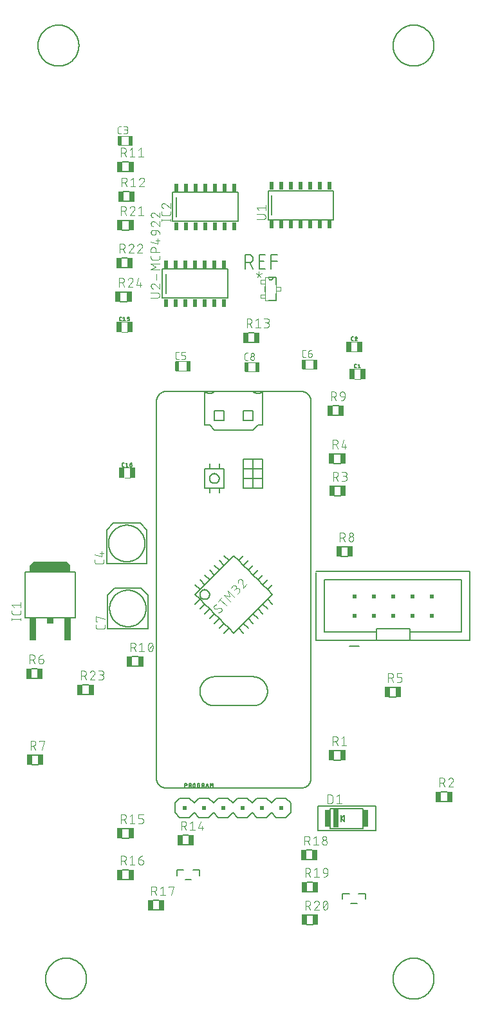
<source format=gto>
G04 EAGLE Gerber RS-274X export*
G75*
%MOMM*%
%FSLAX34Y34*%
%LPD*%
%INTop Silkscreen*%
%IPPOS*%
%AMOC8*
5,1,8,0,0,1.08239X$1,22.5*%
G01*
%ADD10C,0.127000*%
%ADD11C,0.101600*%
%ADD12R,0.750100X1.450100*%
%ADD13C,0.203200*%
%ADD14R,0.650000X2.200000*%
%ADD15R,0.675000X2.450000*%
%ADD16R,0.508000X0.508000*%
%ADD17R,0.863600X2.895600*%
%ADD18R,0.863600X0.762000*%
%ADD19R,0.490000X1.100000*%
%ADD20R,0.500000X1.300000*%
%ADD21C,0.076200*%
%ADD22C,0.152400*%
%ADD23C,0.000000*%
%ADD24R,0.650000X1.400000*%

G36*
X858918Y254281D02*
X858918Y254281D01*
X858983Y254280D01*
X859057Y254301D01*
X859133Y254312D01*
X859192Y254338D01*
X859254Y254355D01*
X859320Y254396D01*
X859390Y254428D01*
X859439Y254470D01*
X859494Y254504D01*
X859545Y254561D01*
X859604Y254611D01*
X859639Y254665D01*
X859683Y254713D01*
X859716Y254783D01*
X859758Y254847D01*
X859777Y254909D01*
X859805Y254967D01*
X859816Y255037D01*
X859840Y255117D01*
X859841Y255201D01*
X859852Y255270D01*
X859852Y262382D01*
X859839Y262478D01*
X859834Y262574D01*
X859819Y262617D01*
X859812Y262661D01*
X859773Y262749D01*
X859741Y262840D01*
X859716Y262874D01*
X859696Y262918D01*
X859614Y263014D01*
X859560Y263088D01*
X854988Y267660D01*
X854910Y267718D01*
X854839Y267783D01*
X854798Y267802D01*
X854762Y267829D01*
X854672Y267863D01*
X854585Y267905D01*
X854543Y267912D01*
X854499Y267928D01*
X854372Y267938D01*
X854282Y267952D01*
X812118Y267952D01*
X812022Y267939D01*
X811926Y267934D01*
X811883Y267919D01*
X811839Y267912D01*
X811751Y267873D01*
X811660Y267841D01*
X811626Y267816D01*
X811582Y267796D01*
X811486Y267714D01*
X811412Y267660D01*
X806840Y263088D01*
X806782Y263010D01*
X806717Y262939D01*
X806698Y262898D01*
X806671Y262862D01*
X806637Y262772D01*
X806595Y262685D01*
X806588Y262643D01*
X806572Y262599D01*
X806562Y262472D01*
X806548Y262382D01*
X806548Y255270D01*
X806557Y255206D01*
X806556Y255141D01*
X806577Y255067D01*
X806588Y254991D01*
X806614Y254932D01*
X806631Y254870D01*
X806672Y254804D01*
X806704Y254734D01*
X806746Y254685D01*
X806780Y254630D01*
X806837Y254579D01*
X806887Y254520D01*
X806941Y254485D01*
X806989Y254441D01*
X807059Y254408D01*
X807123Y254366D01*
X807185Y254347D01*
X807243Y254319D01*
X807313Y254308D01*
X807393Y254284D01*
X807477Y254283D01*
X807546Y254272D01*
X858854Y254272D01*
X858918Y254281D01*
G37*
D10*
X1036700Y491300D02*
X1049400Y491300D01*
X1100200Y491300D02*
X1112900Y491300D01*
X1036700Y491300D02*
X1036700Y446850D01*
X1043050Y446850D01*
X1049400Y440500D01*
X1100200Y440500D01*
X1106550Y446850D01*
X1112900Y446850D01*
X1112900Y491300D01*
X1030350Y230950D02*
X1024000Y224600D01*
X1030350Y230950D02*
X1036700Y237300D01*
X1043050Y243650D01*
X1049400Y250000D01*
X1055750Y256350D01*
X1062100Y262700D01*
X1068450Y269050D01*
X1074800Y275400D01*
X1081150Y269050D01*
X1087500Y262700D01*
X1093850Y256350D01*
X1100200Y250000D01*
X1106550Y243650D01*
X1112900Y237300D01*
X1119250Y230950D01*
X1125600Y224600D01*
X1119250Y218250D01*
X1112900Y211900D01*
X1106550Y205550D01*
X1100200Y199200D01*
X1093850Y192850D01*
X1087500Y186500D01*
X1081150Y180150D01*
X1074800Y173800D01*
X1068450Y180150D01*
X1062100Y186500D01*
X1055750Y192850D01*
X1049400Y199200D01*
X1043050Y205550D01*
X1036700Y211900D01*
X1030350Y218250D01*
X1024000Y224600D01*
D11*
X1058303Y206418D02*
X1058374Y206348D01*
X1058442Y206276D01*
X1058507Y206201D01*
X1058570Y206124D01*
X1058629Y206044D01*
X1058686Y205962D01*
X1058739Y205878D01*
X1058789Y205792D01*
X1058835Y205704D01*
X1058878Y205615D01*
X1058918Y205524D01*
X1058954Y205431D01*
X1058987Y205337D01*
X1059016Y205242D01*
X1059041Y205146D01*
X1059063Y205049D01*
X1059081Y204951D01*
X1059095Y204852D01*
X1059106Y204753D01*
X1059112Y204654D01*
X1059115Y204555D01*
X1059114Y204455D01*
X1059109Y204356D01*
X1059100Y204257D01*
X1059088Y204158D01*
X1059072Y204060D01*
X1059052Y203963D01*
X1059028Y203866D01*
X1059001Y203771D01*
X1058970Y203676D01*
X1058935Y203583D01*
X1058897Y203491D01*
X1058855Y203401D01*
X1058810Y203312D01*
X1058762Y203225D01*
X1058710Y203140D01*
X1058655Y203057D01*
X1058597Y202976D01*
X1058536Y202898D01*
X1058472Y202822D01*
X1058405Y202748D01*
X1058406Y202747D02*
X1058306Y202644D01*
X1058203Y202543D01*
X1058097Y202445D01*
X1057988Y202349D01*
X1057877Y202257D01*
X1057764Y202168D01*
X1057648Y202081D01*
X1057531Y201998D01*
X1057411Y201917D01*
X1057289Y201840D01*
X1057165Y201766D01*
X1057039Y201696D01*
X1056911Y201629D01*
X1056781Y201565D01*
X1056650Y201504D01*
X1056518Y201448D01*
X1056383Y201394D01*
X1056248Y201344D01*
X1056111Y201298D01*
X1055973Y201255D01*
X1055834Y201216D01*
X1055694Y201181D01*
X1055554Y201149D01*
X1055412Y201121D01*
X1055270Y201097D01*
X1055127Y201077D01*
X1054983Y201060D01*
X1054839Y201047D01*
X1054695Y201038D01*
X1054551Y201033D01*
X1049350Y206398D02*
X1049279Y206468D01*
X1049211Y206540D01*
X1049146Y206615D01*
X1049083Y206692D01*
X1049024Y206772D01*
X1048967Y206854D01*
X1048914Y206938D01*
X1048864Y207024D01*
X1048818Y207112D01*
X1048775Y207201D01*
X1048735Y207292D01*
X1048699Y207385D01*
X1048666Y207479D01*
X1048637Y207574D01*
X1048612Y207670D01*
X1048590Y207767D01*
X1048572Y207865D01*
X1048558Y207964D01*
X1048547Y208063D01*
X1048541Y208162D01*
X1048538Y208261D01*
X1048539Y208361D01*
X1048544Y208460D01*
X1048553Y208559D01*
X1048565Y208658D01*
X1048581Y208756D01*
X1048601Y208853D01*
X1048625Y208950D01*
X1048652Y209046D01*
X1048683Y209140D01*
X1048718Y209233D01*
X1048756Y209325D01*
X1048798Y209415D01*
X1048843Y209504D01*
X1048891Y209591D01*
X1048943Y209676D01*
X1048998Y209759D01*
X1049056Y209840D01*
X1049117Y209918D01*
X1049181Y209994D01*
X1049248Y210068D01*
X1049248Y210069D02*
X1049343Y210166D01*
X1049441Y210261D01*
X1049541Y210353D01*
X1049644Y210443D01*
X1049749Y210529D01*
X1049857Y210613D01*
X1049967Y210693D01*
X1050079Y210770D01*
X1050193Y210845D01*
X1050309Y210915D01*
X1050427Y210983D01*
X1050548Y211047D01*
X1050669Y211108D01*
X1050793Y211166D01*
X1050918Y211220D01*
X1051044Y211270D01*
X1051172Y211317D01*
X1051301Y211360D01*
X1051432Y211400D01*
X1051563Y211436D01*
X1051695Y211468D01*
X1051828Y211497D01*
X1051962Y211522D01*
X1051893Y205780D02*
X1051795Y205754D01*
X1051696Y205732D01*
X1051596Y205713D01*
X1051496Y205698D01*
X1051395Y205687D01*
X1051294Y205680D01*
X1051193Y205677D01*
X1051091Y205678D01*
X1050990Y205683D01*
X1050889Y205691D01*
X1050788Y205704D01*
X1050688Y205720D01*
X1050589Y205740D01*
X1050490Y205764D01*
X1050393Y205792D01*
X1050296Y205823D01*
X1050201Y205858D01*
X1050108Y205897D01*
X1050015Y205939D01*
X1049925Y205985D01*
X1049836Y206034D01*
X1049750Y206087D01*
X1049665Y206143D01*
X1049583Y206202D01*
X1049503Y206264D01*
X1049425Y206330D01*
X1049350Y206398D01*
X1055761Y207036D02*
X1055859Y207062D01*
X1055958Y207084D01*
X1056058Y207103D01*
X1056158Y207118D01*
X1056259Y207129D01*
X1056360Y207136D01*
X1056461Y207139D01*
X1056563Y207138D01*
X1056664Y207133D01*
X1056765Y207125D01*
X1056866Y207112D01*
X1056966Y207096D01*
X1057065Y207076D01*
X1057164Y207052D01*
X1057261Y207024D01*
X1057358Y206993D01*
X1057453Y206958D01*
X1057546Y206919D01*
X1057639Y206877D01*
X1057729Y206831D01*
X1057818Y206782D01*
X1057904Y206729D01*
X1057989Y206673D01*
X1058071Y206614D01*
X1058151Y206552D01*
X1058229Y206486D01*
X1058304Y206418D01*
X1055761Y207036D02*
X1051893Y205780D01*
X1056539Y217778D02*
X1065028Y209750D01*
X1054309Y215420D02*
X1058769Y220137D01*
X1061978Y223530D02*
X1070467Y215502D01*
X1069370Y221900D02*
X1061978Y223530D01*
X1069370Y221900D02*
X1067330Y229190D01*
X1075819Y221162D01*
X1079552Y225109D02*
X1081782Y227467D01*
X1081859Y227550D01*
X1081932Y227637D01*
X1082003Y227725D01*
X1082070Y227817D01*
X1082134Y227910D01*
X1082195Y228006D01*
X1082252Y228104D01*
X1082306Y228203D01*
X1082356Y228305D01*
X1082403Y228408D01*
X1082446Y228513D01*
X1082486Y228619D01*
X1082521Y228726D01*
X1082553Y228835D01*
X1082582Y228945D01*
X1082606Y229055D01*
X1082626Y229167D01*
X1082643Y229279D01*
X1082656Y229392D01*
X1082664Y229504D01*
X1082669Y229618D01*
X1082670Y229731D01*
X1082667Y229844D01*
X1082660Y229957D01*
X1082648Y230070D01*
X1082634Y230182D01*
X1082615Y230294D01*
X1082592Y230405D01*
X1082565Y230515D01*
X1082535Y230624D01*
X1082500Y230732D01*
X1082462Y230839D01*
X1082421Y230944D01*
X1082375Y231048D01*
X1082326Y231150D01*
X1082274Y231251D01*
X1082218Y231349D01*
X1082159Y231446D01*
X1082096Y231540D01*
X1082030Y231632D01*
X1081961Y231722D01*
X1081889Y231809D01*
X1081813Y231894D01*
X1081735Y231976D01*
X1081654Y232055D01*
X1081571Y232132D01*
X1081484Y232205D01*
X1081396Y232276D01*
X1081304Y232343D01*
X1081211Y232407D01*
X1081115Y232468D01*
X1081017Y232525D01*
X1080918Y232579D01*
X1080816Y232629D01*
X1080713Y232676D01*
X1080608Y232719D01*
X1080502Y232759D01*
X1080395Y232794D01*
X1080286Y232826D01*
X1080176Y232855D01*
X1080066Y232879D01*
X1079954Y232899D01*
X1079842Y232916D01*
X1079729Y232929D01*
X1079617Y232937D01*
X1079503Y232942D01*
X1079390Y232943D01*
X1079277Y232940D01*
X1079164Y232933D01*
X1079051Y232921D01*
X1078939Y232907D01*
X1078827Y232888D01*
X1078716Y232865D01*
X1078606Y232838D01*
X1078497Y232808D01*
X1078389Y232773D01*
X1078282Y232735D01*
X1078177Y232694D01*
X1078073Y232648D01*
X1077971Y232599D01*
X1077870Y232547D01*
X1077772Y232491D01*
X1077675Y232432D01*
X1077581Y232369D01*
X1077489Y232303D01*
X1077399Y232234D01*
X1077312Y232162D01*
X1077227Y232086D01*
X1077145Y232008D01*
X1077066Y231927D01*
X1073738Y235967D02*
X1071063Y233137D01*
X1073739Y235967D02*
X1073809Y236038D01*
X1073883Y236107D01*
X1073959Y236174D01*
X1074037Y236237D01*
X1074118Y236297D01*
X1074201Y236354D01*
X1074286Y236407D01*
X1074373Y236457D01*
X1074463Y236504D01*
X1074553Y236548D01*
X1074646Y236587D01*
X1074740Y236623D01*
X1074835Y236656D01*
X1074932Y236685D01*
X1075029Y236710D01*
X1075128Y236731D01*
X1075227Y236748D01*
X1075327Y236762D01*
X1075427Y236771D01*
X1075527Y236777D01*
X1075628Y236779D01*
X1075729Y236777D01*
X1075829Y236771D01*
X1075929Y236761D01*
X1076029Y236747D01*
X1076128Y236730D01*
X1076227Y236708D01*
X1076324Y236683D01*
X1076421Y236654D01*
X1076516Y236621D01*
X1076610Y236585D01*
X1076702Y236545D01*
X1076793Y236502D01*
X1076882Y236454D01*
X1076969Y236404D01*
X1077054Y236350D01*
X1077137Y236293D01*
X1077218Y236233D01*
X1077296Y236170D01*
X1077372Y236103D01*
X1077445Y236034D01*
X1077515Y235962D01*
X1077583Y235888D01*
X1077648Y235810D01*
X1077709Y235731D01*
X1077768Y235649D01*
X1077823Y235565D01*
X1077875Y235478D01*
X1077923Y235390D01*
X1077968Y235300D01*
X1078010Y235208D01*
X1078048Y235115D01*
X1078082Y235021D01*
X1078113Y234925D01*
X1078140Y234828D01*
X1078163Y234730D01*
X1078182Y234631D01*
X1078198Y234531D01*
X1078209Y234431D01*
X1078217Y234331D01*
X1078221Y234230D01*
X1078220Y234130D01*
X1078216Y234029D01*
X1078209Y233929D01*
X1078197Y233829D01*
X1078181Y233729D01*
X1078162Y233630D01*
X1078138Y233532D01*
X1078111Y233436D01*
X1078080Y233340D01*
X1078046Y233245D01*
X1078007Y233152D01*
X1077966Y233060D01*
X1077920Y232970D01*
X1077872Y232882D01*
X1077820Y232796D01*
X1077764Y232712D01*
X1077705Y232630D01*
X1077644Y232551D01*
X1077579Y232474D01*
X1077511Y232399D01*
X1077512Y232399D02*
X1075728Y230512D01*
X1081369Y244036D02*
X1081443Y244112D01*
X1081521Y244186D01*
X1081601Y244256D01*
X1081684Y244324D01*
X1081769Y244388D01*
X1081856Y244449D01*
X1081945Y244508D01*
X1082037Y244562D01*
X1082130Y244614D01*
X1082226Y244662D01*
X1082323Y244706D01*
X1082421Y244747D01*
X1082521Y244784D01*
X1082622Y244818D01*
X1082725Y244848D01*
X1082828Y244874D01*
X1082933Y244896D01*
X1083038Y244915D01*
X1083144Y244929D01*
X1083250Y244940D01*
X1083356Y244947D01*
X1083463Y244950D01*
X1083569Y244949D01*
X1083676Y244944D01*
X1083782Y244935D01*
X1083888Y244923D01*
X1083994Y244906D01*
X1084099Y244886D01*
X1084202Y244862D01*
X1084305Y244834D01*
X1084407Y244803D01*
X1084508Y244767D01*
X1084607Y244728D01*
X1084705Y244686D01*
X1084801Y244640D01*
X1084896Y244590D01*
X1084989Y244537D01*
X1085079Y244481D01*
X1085168Y244421D01*
X1085254Y244358D01*
X1085338Y244292D01*
X1085419Y244223D01*
X1085498Y244151D01*
X1081368Y244036D02*
X1081286Y243946D01*
X1081208Y243855D01*
X1081132Y243760D01*
X1081059Y243663D01*
X1080990Y243564D01*
X1080923Y243463D01*
X1080860Y243360D01*
X1080801Y243255D01*
X1080744Y243147D01*
X1080692Y243039D01*
X1080642Y242928D01*
X1080597Y242816D01*
X1080555Y242702D01*
X1080516Y242588D01*
X1080482Y242472D01*
X1080451Y242355D01*
X1080424Y242237D01*
X1080401Y242118D01*
X1080381Y241999D01*
X1080366Y241878D01*
X1080354Y241758D01*
X1080346Y241637D01*
X1080342Y241516D01*
X1080343Y241395D01*
X1080346Y241274D01*
X1080354Y241154D01*
X1080366Y241033D01*
X1080382Y240913D01*
X1080401Y240794D01*
X1080424Y240675D01*
X1080452Y240557D01*
X1080482Y240440D01*
X1080517Y240324D01*
X1080555Y240209D01*
X1080598Y240096D01*
X1080643Y239984D01*
X1080693Y239873D01*
X1080745Y239764D01*
X1080802Y239657D01*
X1086479Y241882D02*
X1086477Y241993D01*
X1086470Y242103D01*
X1086460Y242213D01*
X1086446Y242322D01*
X1086429Y242431D01*
X1086407Y242540D01*
X1086381Y242647D01*
X1086352Y242754D01*
X1086319Y242859D01*
X1086283Y242963D01*
X1086242Y243066D01*
X1086199Y243167D01*
X1086151Y243267D01*
X1086100Y243365D01*
X1086046Y243461D01*
X1085988Y243556D01*
X1085927Y243648D01*
X1085863Y243738D01*
X1085796Y243825D01*
X1085726Y243910D01*
X1085652Y243993D01*
X1085576Y244073D01*
X1085497Y244150D01*
X1086480Y241883D02*
X1087405Y233414D01*
X1091865Y238130D01*
D10*
X1119250Y218250D02*
X1125600Y211900D01*
X1119250Y205550D02*
X1112900Y211900D01*
X1106550Y205550D02*
X1112900Y199200D01*
X1106550Y192850D02*
X1100200Y199200D01*
X1093850Y192850D02*
X1100200Y186500D01*
X1093850Y180150D02*
X1087500Y186500D01*
X1081150Y180150D02*
X1087500Y173800D01*
X1068450Y180150D02*
X1062100Y173800D01*
X1055750Y180150D02*
X1062100Y186500D01*
X1055750Y192850D02*
X1049400Y186500D01*
X1043050Y192850D02*
X1049400Y199200D01*
X1043050Y205550D02*
X1036700Y199200D01*
X1030350Y205550D02*
X1036700Y211900D01*
X1036700Y237300D02*
X1030350Y243650D01*
X1036700Y250000D02*
X1043050Y243650D01*
X1049400Y250000D02*
X1043050Y256350D01*
X1049400Y262700D02*
X1055750Y256350D01*
X1062100Y262700D02*
X1055750Y269050D01*
X1062100Y275400D02*
X1068450Y269050D01*
X1081150Y269050D02*
X1087500Y275400D01*
X1093850Y269050D02*
X1087500Y262700D01*
X1093850Y256350D02*
X1100200Y262700D01*
X1106550Y256350D02*
X1100200Y250000D01*
X1106550Y243650D02*
X1112900Y250000D01*
X1119250Y243650D02*
X1112900Y237300D01*
X1112900Y491300D02*
X1163700Y491300D01*
X1164007Y491296D01*
X1164314Y491285D01*
X1164620Y491267D01*
X1164926Y491241D01*
X1165231Y491207D01*
X1165535Y491167D01*
X1165838Y491119D01*
X1166140Y491063D01*
X1166440Y491001D01*
X1166739Y490931D01*
X1167036Y490854D01*
X1167332Y490770D01*
X1167625Y490678D01*
X1167915Y490580D01*
X1168203Y490475D01*
X1168489Y490362D01*
X1168772Y490243D01*
X1169052Y490117D01*
X1169329Y489985D01*
X1169602Y489845D01*
X1169872Y489699D01*
X1170138Y489547D01*
X1170401Y489388D01*
X1170660Y489223D01*
X1170914Y489052D01*
X1171165Y488875D01*
X1171411Y488691D01*
X1171653Y488502D01*
X1171889Y488307D01*
X1172122Y488106D01*
X1172349Y487900D01*
X1172571Y487688D01*
X1172788Y487471D01*
X1173000Y487249D01*
X1173206Y487022D01*
X1173407Y486789D01*
X1173602Y486553D01*
X1173791Y486311D01*
X1173975Y486065D01*
X1174152Y485814D01*
X1174323Y485560D01*
X1174488Y485301D01*
X1174647Y485038D01*
X1174799Y484772D01*
X1174945Y484502D01*
X1175085Y484229D01*
X1175217Y483952D01*
X1175343Y483672D01*
X1175462Y483389D01*
X1175575Y483103D01*
X1175680Y482815D01*
X1175778Y482525D01*
X1175870Y482232D01*
X1175954Y481936D01*
X1176031Y481639D01*
X1176101Y481340D01*
X1176163Y481040D01*
X1176219Y480738D01*
X1176267Y480435D01*
X1176307Y480131D01*
X1176341Y479826D01*
X1176367Y479520D01*
X1176385Y479214D01*
X1176396Y478907D01*
X1176400Y478600D01*
X1176400Y-16700D01*
X1176396Y-17007D01*
X1176385Y-17314D01*
X1176367Y-17620D01*
X1176341Y-17926D01*
X1176307Y-18231D01*
X1176267Y-18535D01*
X1176219Y-18838D01*
X1176163Y-19140D01*
X1176101Y-19440D01*
X1176031Y-19739D01*
X1175954Y-20036D01*
X1175870Y-20332D01*
X1175778Y-20625D01*
X1175680Y-20915D01*
X1175575Y-21203D01*
X1175462Y-21489D01*
X1175343Y-21772D01*
X1175217Y-22052D01*
X1175085Y-22329D01*
X1174945Y-22602D01*
X1174799Y-22872D01*
X1174647Y-23138D01*
X1174488Y-23401D01*
X1174323Y-23660D01*
X1174152Y-23914D01*
X1173975Y-24165D01*
X1173791Y-24411D01*
X1173602Y-24653D01*
X1173407Y-24889D01*
X1173206Y-25122D01*
X1173000Y-25349D01*
X1172788Y-25571D01*
X1172571Y-25788D01*
X1172349Y-26000D01*
X1172122Y-26206D01*
X1171889Y-26407D01*
X1171653Y-26602D01*
X1171411Y-26791D01*
X1171165Y-26975D01*
X1170914Y-27152D01*
X1170660Y-27323D01*
X1170401Y-27488D01*
X1170138Y-27647D01*
X1169872Y-27799D01*
X1169602Y-27945D01*
X1169329Y-28085D01*
X1169052Y-28217D01*
X1168772Y-28343D01*
X1168489Y-28462D01*
X1168203Y-28575D01*
X1167915Y-28680D01*
X1167625Y-28778D01*
X1167332Y-28870D01*
X1167036Y-28954D01*
X1166739Y-29031D01*
X1166440Y-29101D01*
X1166140Y-29163D01*
X1165838Y-29219D01*
X1165535Y-29267D01*
X1165231Y-29307D01*
X1164926Y-29341D01*
X1164620Y-29367D01*
X1164314Y-29385D01*
X1164007Y-29396D01*
X1163700Y-29400D01*
X985900Y-29400D01*
X985593Y-29396D01*
X985286Y-29385D01*
X984980Y-29367D01*
X984674Y-29341D01*
X984369Y-29307D01*
X984065Y-29267D01*
X983762Y-29219D01*
X983460Y-29163D01*
X983160Y-29101D01*
X982861Y-29031D01*
X982564Y-28954D01*
X982268Y-28870D01*
X981975Y-28778D01*
X981685Y-28680D01*
X981397Y-28575D01*
X981111Y-28462D01*
X980828Y-28343D01*
X980548Y-28217D01*
X980271Y-28085D01*
X979998Y-27945D01*
X979728Y-27799D01*
X979462Y-27647D01*
X979199Y-27488D01*
X978940Y-27323D01*
X978686Y-27152D01*
X978435Y-26975D01*
X978189Y-26791D01*
X977947Y-26602D01*
X977711Y-26407D01*
X977478Y-26206D01*
X977251Y-26000D01*
X977029Y-25788D01*
X976812Y-25571D01*
X976600Y-25349D01*
X976394Y-25122D01*
X976193Y-24889D01*
X975998Y-24653D01*
X975809Y-24411D01*
X975625Y-24165D01*
X975448Y-23914D01*
X975277Y-23660D01*
X975112Y-23401D01*
X974953Y-23138D01*
X974801Y-22872D01*
X974655Y-22602D01*
X974515Y-22329D01*
X974383Y-22052D01*
X974257Y-21772D01*
X974138Y-21489D01*
X974025Y-21203D01*
X973920Y-20915D01*
X973822Y-20625D01*
X973730Y-20332D01*
X973646Y-20036D01*
X973569Y-19739D01*
X973499Y-19440D01*
X973437Y-19140D01*
X973381Y-18838D01*
X973333Y-18535D01*
X973293Y-18231D01*
X973259Y-17926D01*
X973233Y-17620D01*
X973215Y-17314D01*
X973204Y-17007D01*
X973200Y-16700D01*
X973200Y478600D01*
X973204Y478907D01*
X973215Y479214D01*
X973233Y479520D01*
X973259Y479826D01*
X973293Y480131D01*
X973333Y480435D01*
X973381Y480738D01*
X973437Y481040D01*
X973499Y481340D01*
X973569Y481639D01*
X973646Y481936D01*
X973730Y482232D01*
X973822Y482525D01*
X973920Y482815D01*
X974025Y483103D01*
X974138Y483389D01*
X974257Y483672D01*
X974383Y483952D01*
X974515Y484229D01*
X974655Y484502D01*
X974801Y484772D01*
X974953Y485038D01*
X975112Y485301D01*
X975277Y485560D01*
X975448Y485814D01*
X975625Y486065D01*
X975809Y486311D01*
X975998Y486553D01*
X976193Y486789D01*
X976394Y487022D01*
X976600Y487249D01*
X976812Y487471D01*
X977029Y487688D01*
X977251Y487900D01*
X977478Y488106D01*
X977711Y488307D01*
X977947Y488502D01*
X978189Y488691D01*
X978435Y488875D01*
X978686Y489052D01*
X978940Y489223D01*
X979199Y489388D01*
X979462Y489547D01*
X979728Y489699D01*
X979998Y489845D01*
X980271Y489985D01*
X980548Y490117D01*
X980828Y490243D01*
X981111Y490362D01*
X981397Y490475D01*
X981685Y490580D01*
X981975Y490678D01*
X982268Y490770D01*
X982564Y490854D01*
X982861Y490931D01*
X983160Y491001D01*
X983460Y491063D01*
X983762Y491119D01*
X984065Y491167D01*
X984369Y491207D01*
X984674Y491241D01*
X984980Y491267D01*
X985286Y491285D01*
X985593Y491296D01*
X985900Y491300D01*
X1036700Y491300D01*
X1036855Y491149D01*
X1037014Y491001D01*
X1037177Y490857D01*
X1037343Y490717D01*
X1037512Y490581D01*
X1037684Y490449D01*
X1037860Y490322D01*
X1038038Y490199D01*
X1038220Y490080D01*
X1038404Y489965D01*
X1038591Y489855D01*
X1038781Y489750D01*
X1038973Y489649D01*
X1039168Y489553D01*
X1039364Y489461D01*
X1039563Y489374D01*
X1039764Y489293D01*
X1039967Y489216D01*
X1040172Y489144D01*
X1040378Y489077D01*
X1040586Y489015D01*
X1040796Y488958D01*
X1041006Y488906D01*
X1041218Y488859D01*
X1041431Y488817D01*
X1041645Y488781D01*
X1041860Y488749D01*
X1042075Y488723D01*
X1042291Y488702D01*
X1042508Y488686D01*
X1042725Y488676D01*
X1042941Y488671D01*
X1043159Y488671D01*
X1043375Y488676D01*
X1043592Y488686D01*
X1043809Y488702D01*
X1044025Y488723D01*
X1044240Y488749D01*
X1044455Y488781D01*
X1044669Y488817D01*
X1044882Y488859D01*
X1045094Y488906D01*
X1045304Y488958D01*
X1045514Y489015D01*
X1045722Y489077D01*
X1045928Y489144D01*
X1046133Y489216D01*
X1046336Y489293D01*
X1046537Y489374D01*
X1046736Y489461D01*
X1046932Y489553D01*
X1047127Y489649D01*
X1047319Y489750D01*
X1047509Y489855D01*
X1047696Y489965D01*
X1047880Y490080D01*
X1048062Y490199D01*
X1048240Y490322D01*
X1048416Y490449D01*
X1048588Y490581D01*
X1048757Y490717D01*
X1048923Y490857D01*
X1049086Y491001D01*
X1049245Y491149D01*
X1049400Y491300D01*
X1100200Y491300D01*
X1100355Y491149D01*
X1100514Y491001D01*
X1100677Y490857D01*
X1100843Y490717D01*
X1101012Y490581D01*
X1101184Y490449D01*
X1101360Y490322D01*
X1101538Y490199D01*
X1101720Y490080D01*
X1101904Y489965D01*
X1102091Y489855D01*
X1102281Y489750D01*
X1102473Y489649D01*
X1102668Y489553D01*
X1102864Y489461D01*
X1103063Y489374D01*
X1103264Y489293D01*
X1103467Y489216D01*
X1103672Y489144D01*
X1103878Y489077D01*
X1104086Y489015D01*
X1104296Y488958D01*
X1104506Y488906D01*
X1104718Y488859D01*
X1104931Y488817D01*
X1105145Y488781D01*
X1105360Y488749D01*
X1105575Y488723D01*
X1105791Y488702D01*
X1106008Y488686D01*
X1106225Y488676D01*
X1106441Y488671D01*
X1106659Y488671D01*
X1106875Y488676D01*
X1107092Y488686D01*
X1107309Y488702D01*
X1107525Y488723D01*
X1107740Y488749D01*
X1107955Y488781D01*
X1108169Y488817D01*
X1108382Y488859D01*
X1108594Y488906D01*
X1108804Y488958D01*
X1109014Y489015D01*
X1109222Y489077D01*
X1109428Y489144D01*
X1109633Y489216D01*
X1109836Y489293D01*
X1110037Y489374D01*
X1110236Y489461D01*
X1110432Y489553D01*
X1110627Y489649D01*
X1110819Y489750D01*
X1111009Y489855D01*
X1111196Y489965D01*
X1111380Y490080D01*
X1111562Y490199D01*
X1111740Y490322D01*
X1111916Y490449D01*
X1112088Y490581D01*
X1112257Y490717D01*
X1112423Y490857D01*
X1112586Y491001D01*
X1112745Y491149D01*
X1112900Y491300D01*
X1049400Y465900D02*
X1049400Y453200D01*
X1062100Y453200D01*
X1062100Y465900D01*
X1087500Y465900D02*
X1087500Y453200D01*
X1100200Y453200D01*
X1100200Y465900D01*
X1062100Y465900D02*
X1049400Y465900D01*
X1087500Y465900D02*
X1100200Y465900D01*
X1030350Y218250D02*
X1024000Y211900D01*
X1030350Y230950D02*
X1024000Y237300D01*
X1119250Y230950D02*
X1125600Y237300D01*
X1030350Y224600D02*
X1030352Y224759D01*
X1030358Y224918D01*
X1030368Y225076D01*
X1030382Y225235D01*
X1030400Y225393D01*
X1030421Y225550D01*
X1030447Y225707D01*
X1030477Y225863D01*
X1030510Y226019D01*
X1030548Y226173D01*
X1030589Y226327D01*
X1030634Y226479D01*
X1030683Y226630D01*
X1030736Y226780D01*
X1030792Y226929D01*
X1030853Y227076D01*
X1030916Y227221D01*
X1030984Y227365D01*
X1031055Y227508D01*
X1031129Y227648D01*
X1031207Y227786D01*
X1031289Y227923D01*
X1031374Y228057D01*
X1031462Y228190D01*
X1031553Y228320D01*
X1031648Y228447D01*
X1031746Y228572D01*
X1031847Y228695D01*
X1031951Y228815D01*
X1032058Y228933D01*
X1032168Y229048D01*
X1032281Y229160D01*
X1032396Y229269D01*
X1032514Y229375D01*
X1032635Y229479D01*
X1032759Y229579D01*
X1032884Y229676D01*
X1033013Y229770D01*
X1033143Y229860D01*
X1033276Y229948D01*
X1033411Y230032D01*
X1033548Y230112D01*
X1033687Y230190D01*
X1033828Y230263D01*
X1033970Y230333D01*
X1034115Y230400D01*
X1034261Y230463D01*
X1034408Y230522D01*
X1034557Y230578D01*
X1034708Y230629D01*
X1034859Y230677D01*
X1035012Y230721D01*
X1035166Y230762D01*
X1035320Y230798D01*
X1035476Y230831D01*
X1035632Y230860D01*
X1035789Y230884D01*
X1035947Y230905D01*
X1036105Y230922D01*
X1036263Y230935D01*
X1036422Y230944D01*
X1036581Y230949D01*
X1036740Y230950D01*
X1036899Y230947D01*
X1037057Y230940D01*
X1037216Y230929D01*
X1037374Y230914D01*
X1037532Y230895D01*
X1037689Y230872D01*
X1037846Y230846D01*
X1038002Y230815D01*
X1038157Y230781D01*
X1038311Y230742D01*
X1038465Y230700D01*
X1038617Y230654D01*
X1038768Y230604D01*
X1038917Y230550D01*
X1039066Y230493D01*
X1039212Y230432D01*
X1039358Y230367D01*
X1039501Y230299D01*
X1039643Y230227D01*
X1039783Y230151D01*
X1039921Y230073D01*
X1040057Y229990D01*
X1040191Y229905D01*
X1040322Y229816D01*
X1040452Y229723D01*
X1040579Y229628D01*
X1040703Y229529D01*
X1040826Y229427D01*
X1040945Y229323D01*
X1041062Y229215D01*
X1041176Y229104D01*
X1041287Y228991D01*
X1041396Y228875D01*
X1041501Y228756D01*
X1041604Y228634D01*
X1041703Y228510D01*
X1041800Y228384D01*
X1041893Y228255D01*
X1041983Y228124D01*
X1042069Y227990D01*
X1042152Y227855D01*
X1042232Y227717D01*
X1042308Y227578D01*
X1042381Y227437D01*
X1042450Y227294D01*
X1042516Y227149D01*
X1042578Y227002D01*
X1042636Y226855D01*
X1042691Y226705D01*
X1042742Y226555D01*
X1042789Y226403D01*
X1042832Y226250D01*
X1042871Y226096D01*
X1042907Y225941D01*
X1042938Y225785D01*
X1042966Y225629D01*
X1042990Y225472D01*
X1043010Y225314D01*
X1043026Y225156D01*
X1043038Y224997D01*
X1043046Y224838D01*
X1043050Y224679D01*
X1043050Y224521D01*
X1043046Y224362D01*
X1043038Y224203D01*
X1043026Y224044D01*
X1043010Y223886D01*
X1042990Y223728D01*
X1042966Y223571D01*
X1042938Y223415D01*
X1042907Y223259D01*
X1042871Y223104D01*
X1042832Y222950D01*
X1042789Y222797D01*
X1042742Y222645D01*
X1042691Y222495D01*
X1042636Y222345D01*
X1042578Y222198D01*
X1042516Y222051D01*
X1042450Y221906D01*
X1042381Y221763D01*
X1042308Y221622D01*
X1042232Y221483D01*
X1042152Y221345D01*
X1042069Y221210D01*
X1041983Y221076D01*
X1041893Y220945D01*
X1041800Y220816D01*
X1041703Y220690D01*
X1041604Y220566D01*
X1041501Y220444D01*
X1041396Y220325D01*
X1041287Y220209D01*
X1041176Y220096D01*
X1041062Y219985D01*
X1040945Y219877D01*
X1040826Y219773D01*
X1040703Y219671D01*
X1040579Y219572D01*
X1040452Y219477D01*
X1040322Y219384D01*
X1040191Y219295D01*
X1040057Y219210D01*
X1039921Y219127D01*
X1039783Y219049D01*
X1039643Y218973D01*
X1039501Y218901D01*
X1039358Y218833D01*
X1039212Y218768D01*
X1039066Y218707D01*
X1038917Y218650D01*
X1038768Y218596D01*
X1038617Y218546D01*
X1038465Y218500D01*
X1038311Y218458D01*
X1038157Y218419D01*
X1038002Y218385D01*
X1037846Y218354D01*
X1037689Y218328D01*
X1037532Y218305D01*
X1037374Y218286D01*
X1037216Y218271D01*
X1037057Y218260D01*
X1036899Y218253D01*
X1036740Y218250D01*
X1036581Y218251D01*
X1036422Y218256D01*
X1036263Y218265D01*
X1036105Y218278D01*
X1035947Y218295D01*
X1035789Y218316D01*
X1035632Y218340D01*
X1035476Y218369D01*
X1035320Y218402D01*
X1035166Y218438D01*
X1035012Y218479D01*
X1034859Y218523D01*
X1034708Y218571D01*
X1034557Y218622D01*
X1034408Y218678D01*
X1034261Y218737D01*
X1034115Y218800D01*
X1033970Y218867D01*
X1033828Y218937D01*
X1033687Y219010D01*
X1033548Y219088D01*
X1033411Y219168D01*
X1033276Y219252D01*
X1033143Y219340D01*
X1033013Y219430D01*
X1032884Y219524D01*
X1032759Y219621D01*
X1032635Y219721D01*
X1032514Y219825D01*
X1032396Y219931D01*
X1032281Y220040D01*
X1032168Y220152D01*
X1032058Y220267D01*
X1031951Y220385D01*
X1031847Y220505D01*
X1031746Y220628D01*
X1031648Y220753D01*
X1031553Y220880D01*
X1031462Y221010D01*
X1031374Y221143D01*
X1031289Y221277D01*
X1031207Y221414D01*
X1031129Y221552D01*
X1031055Y221692D01*
X1030984Y221835D01*
X1030916Y221979D01*
X1030853Y222124D01*
X1030792Y222271D01*
X1030736Y222420D01*
X1030683Y222570D01*
X1030634Y222721D01*
X1030589Y222873D01*
X1030548Y223027D01*
X1030510Y223181D01*
X1030477Y223337D01*
X1030447Y223493D01*
X1030421Y223650D01*
X1030400Y223807D01*
X1030382Y223965D01*
X1030368Y224124D01*
X1030358Y224282D01*
X1030352Y224441D01*
X1030350Y224600D01*
X1030350Y97600D02*
X1030356Y97140D01*
X1030372Y96680D01*
X1030400Y96220D01*
X1030439Y95761D01*
X1030489Y95304D01*
X1030550Y94847D01*
X1030622Y94393D01*
X1030705Y93940D01*
X1030799Y93489D01*
X1030904Y93041D01*
X1031019Y92595D01*
X1031145Y92153D01*
X1031282Y91713D01*
X1031430Y91277D01*
X1031588Y90845D01*
X1031756Y90416D01*
X1031935Y89992D01*
X1032124Y89572D01*
X1032323Y89157D01*
X1032532Y88747D01*
X1032751Y88342D01*
X1032979Y87942D01*
X1033218Y87548D01*
X1033465Y87160D01*
X1033722Y86778D01*
X1033988Y86403D01*
X1034263Y86034D01*
X1034547Y85671D01*
X1034840Y85316D01*
X1035141Y84968D01*
X1035450Y84627D01*
X1035768Y84293D01*
X1036093Y83968D01*
X1036427Y83650D01*
X1036768Y83341D01*
X1037116Y83040D01*
X1037471Y82747D01*
X1037834Y82463D01*
X1038203Y82188D01*
X1038578Y81922D01*
X1038960Y81665D01*
X1039348Y81418D01*
X1039742Y81179D01*
X1040142Y80951D01*
X1040547Y80732D01*
X1040957Y80523D01*
X1041372Y80324D01*
X1041792Y80135D01*
X1042216Y79956D01*
X1042645Y79788D01*
X1043077Y79630D01*
X1043513Y79482D01*
X1043953Y79345D01*
X1044395Y79219D01*
X1044841Y79104D01*
X1045289Y78999D01*
X1045740Y78905D01*
X1046193Y78822D01*
X1046647Y78750D01*
X1047104Y78689D01*
X1047561Y78639D01*
X1048020Y78600D01*
X1048480Y78572D01*
X1048940Y78556D01*
X1049400Y78550D01*
X1100200Y78550D01*
X1100660Y78556D01*
X1101120Y78572D01*
X1101580Y78600D01*
X1102039Y78639D01*
X1102496Y78689D01*
X1102953Y78750D01*
X1103407Y78822D01*
X1103860Y78905D01*
X1104311Y78999D01*
X1104759Y79104D01*
X1105205Y79219D01*
X1105647Y79345D01*
X1106087Y79482D01*
X1106523Y79630D01*
X1106955Y79788D01*
X1107384Y79956D01*
X1107808Y80135D01*
X1108228Y80324D01*
X1108643Y80523D01*
X1109053Y80732D01*
X1109458Y80951D01*
X1109858Y81179D01*
X1110252Y81418D01*
X1110640Y81665D01*
X1111022Y81922D01*
X1111397Y82188D01*
X1111766Y82463D01*
X1112129Y82747D01*
X1112484Y83040D01*
X1112832Y83341D01*
X1113173Y83650D01*
X1113507Y83968D01*
X1113832Y84293D01*
X1114150Y84627D01*
X1114459Y84968D01*
X1114760Y85316D01*
X1115053Y85671D01*
X1115337Y86034D01*
X1115612Y86403D01*
X1115878Y86778D01*
X1116135Y87160D01*
X1116382Y87548D01*
X1116621Y87942D01*
X1116849Y88342D01*
X1117068Y88747D01*
X1117277Y89157D01*
X1117476Y89572D01*
X1117665Y89992D01*
X1117844Y90416D01*
X1118012Y90845D01*
X1118170Y91277D01*
X1118318Y91713D01*
X1118455Y92153D01*
X1118581Y92595D01*
X1118696Y93041D01*
X1118801Y93489D01*
X1118895Y93940D01*
X1118978Y94393D01*
X1119050Y94847D01*
X1119111Y95304D01*
X1119161Y95761D01*
X1119200Y96220D01*
X1119228Y96680D01*
X1119244Y97140D01*
X1119250Y97600D01*
X1119244Y98060D01*
X1119228Y98520D01*
X1119200Y98980D01*
X1119161Y99439D01*
X1119111Y99896D01*
X1119050Y100353D01*
X1118978Y100807D01*
X1118895Y101260D01*
X1118801Y101711D01*
X1118696Y102159D01*
X1118581Y102605D01*
X1118455Y103047D01*
X1118318Y103487D01*
X1118170Y103923D01*
X1118012Y104355D01*
X1117844Y104784D01*
X1117665Y105208D01*
X1117476Y105628D01*
X1117277Y106043D01*
X1117068Y106453D01*
X1116849Y106858D01*
X1116621Y107258D01*
X1116382Y107652D01*
X1116135Y108040D01*
X1115878Y108422D01*
X1115612Y108797D01*
X1115337Y109166D01*
X1115053Y109529D01*
X1114760Y109884D01*
X1114459Y110232D01*
X1114150Y110573D01*
X1113832Y110907D01*
X1113507Y111232D01*
X1113173Y111550D01*
X1112832Y111859D01*
X1112484Y112160D01*
X1112129Y112453D01*
X1111766Y112737D01*
X1111397Y113012D01*
X1111022Y113278D01*
X1110640Y113535D01*
X1110252Y113782D01*
X1109858Y114021D01*
X1109458Y114249D01*
X1109053Y114468D01*
X1108643Y114677D01*
X1108228Y114876D01*
X1107808Y115065D01*
X1107384Y115244D01*
X1106955Y115412D01*
X1106523Y115570D01*
X1106087Y115718D01*
X1105647Y115855D01*
X1105205Y115981D01*
X1104759Y116096D01*
X1104311Y116201D01*
X1103860Y116295D01*
X1103407Y116378D01*
X1102953Y116450D01*
X1102496Y116511D01*
X1102039Y116561D01*
X1101580Y116600D01*
X1101120Y116628D01*
X1100660Y116644D01*
X1100200Y116650D01*
X1049400Y116650D01*
X1048940Y116644D01*
X1048480Y116628D01*
X1048020Y116600D01*
X1047561Y116561D01*
X1047104Y116511D01*
X1046647Y116450D01*
X1046193Y116378D01*
X1045740Y116295D01*
X1045289Y116201D01*
X1044841Y116096D01*
X1044395Y115981D01*
X1043953Y115855D01*
X1043513Y115718D01*
X1043077Y115570D01*
X1042645Y115412D01*
X1042216Y115244D01*
X1041792Y115065D01*
X1041372Y114876D01*
X1040957Y114677D01*
X1040547Y114468D01*
X1040142Y114249D01*
X1039742Y114021D01*
X1039348Y113782D01*
X1038960Y113535D01*
X1038578Y113278D01*
X1038203Y113012D01*
X1037834Y112737D01*
X1037471Y112453D01*
X1037116Y112160D01*
X1036768Y111859D01*
X1036427Y111550D01*
X1036093Y111232D01*
X1035768Y110907D01*
X1035450Y110573D01*
X1035141Y110232D01*
X1034840Y109884D01*
X1034547Y109529D01*
X1034263Y109166D01*
X1033988Y108797D01*
X1033722Y108422D01*
X1033465Y108040D01*
X1033218Y107652D01*
X1032979Y107258D01*
X1032751Y106858D01*
X1032532Y106453D01*
X1032323Y106043D01*
X1032124Y105628D01*
X1031935Y105208D01*
X1031756Y104784D01*
X1031588Y104355D01*
X1031430Y103923D01*
X1031282Y103487D01*
X1031145Y103047D01*
X1031019Y102605D01*
X1030904Y102159D01*
X1030799Y101711D01*
X1030705Y101260D01*
X1030622Y100807D01*
X1030550Y100353D01*
X1030489Y99896D01*
X1030439Y99439D01*
X1030400Y98980D01*
X1030372Y98520D01*
X1030356Y98060D01*
X1030350Y97600D01*
X1087500Y402400D02*
X1100200Y402400D01*
X1100200Y364300D01*
X1087500Y364300D01*
X1087500Y377000D01*
X1087500Y389700D01*
X1087500Y402400D01*
X1100200Y402400D02*
X1112900Y402400D01*
X1112900Y389700D01*
X1112900Y377000D01*
X1112900Y364300D01*
X1100200Y364300D01*
X1043050Y377000D02*
X1043052Y377159D01*
X1043058Y377318D01*
X1043068Y377476D01*
X1043082Y377635D01*
X1043100Y377793D01*
X1043121Y377950D01*
X1043147Y378107D01*
X1043177Y378263D01*
X1043210Y378419D01*
X1043248Y378573D01*
X1043289Y378727D01*
X1043334Y378879D01*
X1043383Y379030D01*
X1043436Y379180D01*
X1043492Y379329D01*
X1043553Y379476D01*
X1043616Y379621D01*
X1043684Y379765D01*
X1043755Y379908D01*
X1043829Y380048D01*
X1043907Y380186D01*
X1043989Y380323D01*
X1044074Y380457D01*
X1044162Y380590D01*
X1044253Y380720D01*
X1044348Y380847D01*
X1044446Y380972D01*
X1044547Y381095D01*
X1044651Y381215D01*
X1044758Y381333D01*
X1044868Y381448D01*
X1044981Y381560D01*
X1045096Y381669D01*
X1045214Y381775D01*
X1045335Y381879D01*
X1045459Y381979D01*
X1045584Y382076D01*
X1045713Y382170D01*
X1045843Y382260D01*
X1045976Y382348D01*
X1046111Y382432D01*
X1046248Y382512D01*
X1046387Y382590D01*
X1046528Y382663D01*
X1046670Y382733D01*
X1046815Y382800D01*
X1046961Y382863D01*
X1047108Y382922D01*
X1047257Y382978D01*
X1047408Y383029D01*
X1047559Y383077D01*
X1047712Y383121D01*
X1047866Y383162D01*
X1048020Y383198D01*
X1048176Y383231D01*
X1048332Y383260D01*
X1048489Y383284D01*
X1048647Y383305D01*
X1048805Y383322D01*
X1048963Y383335D01*
X1049122Y383344D01*
X1049281Y383349D01*
X1049440Y383350D01*
X1049599Y383347D01*
X1049757Y383340D01*
X1049916Y383329D01*
X1050074Y383314D01*
X1050232Y383295D01*
X1050389Y383272D01*
X1050546Y383246D01*
X1050702Y383215D01*
X1050857Y383181D01*
X1051011Y383142D01*
X1051165Y383100D01*
X1051317Y383054D01*
X1051468Y383004D01*
X1051617Y382950D01*
X1051766Y382893D01*
X1051912Y382832D01*
X1052058Y382767D01*
X1052201Y382699D01*
X1052343Y382627D01*
X1052483Y382551D01*
X1052621Y382473D01*
X1052757Y382390D01*
X1052891Y382305D01*
X1053022Y382216D01*
X1053152Y382123D01*
X1053279Y382028D01*
X1053403Y381929D01*
X1053526Y381827D01*
X1053645Y381723D01*
X1053762Y381615D01*
X1053876Y381504D01*
X1053987Y381391D01*
X1054096Y381275D01*
X1054201Y381156D01*
X1054304Y381034D01*
X1054403Y380910D01*
X1054500Y380784D01*
X1054593Y380655D01*
X1054683Y380524D01*
X1054769Y380390D01*
X1054852Y380255D01*
X1054932Y380117D01*
X1055008Y379978D01*
X1055081Y379837D01*
X1055150Y379694D01*
X1055216Y379549D01*
X1055278Y379402D01*
X1055336Y379255D01*
X1055391Y379105D01*
X1055442Y378955D01*
X1055489Y378803D01*
X1055532Y378650D01*
X1055571Y378496D01*
X1055607Y378341D01*
X1055638Y378185D01*
X1055666Y378029D01*
X1055690Y377872D01*
X1055710Y377714D01*
X1055726Y377556D01*
X1055738Y377397D01*
X1055746Y377238D01*
X1055750Y377079D01*
X1055750Y376921D01*
X1055746Y376762D01*
X1055738Y376603D01*
X1055726Y376444D01*
X1055710Y376286D01*
X1055690Y376128D01*
X1055666Y375971D01*
X1055638Y375815D01*
X1055607Y375659D01*
X1055571Y375504D01*
X1055532Y375350D01*
X1055489Y375197D01*
X1055442Y375045D01*
X1055391Y374895D01*
X1055336Y374745D01*
X1055278Y374598D01*
X1055216Y374451D01*
X1055150Y374306D01*
X1055081Y374163D01*
X1055008Y374022D01*
X1054932Y373883D01*
X1054852Y373745D01*
X1054769Y373610D01*
X1054683Y373476D01*
X1054593Y373345D01*
X1054500Y373216D01*
X1054403Y373090D01*
X1054304Y372966D01*
X1054201Y372844D01*
X1054096Y372725D01*
X1053987Y372609D01*
X1053876Y372496D01*
X1053762Y372385D01*
X1053645Y372277D01*
X1053526Y372173D01*
X1053403Y372071D01*
X1053279Y371972D01*
X1053152Y371877D01*
X1053022Y371784D01*
X1052891Y371695D01*
X1052757Y371610D01*
X1052621Y371527D01*
X1052483Y371449D01*
X1052343Y371373D01*
X1052201Y371301D01*
X1052058Y371233D01*
X1051912Y371168D01*
X1051766Y371107D01*
X1051617Y371050D01*
X1051468Y370996D01*
X1051317Y370946D01*
X1051165Y370900D01*
X1051011Y370858D01*
X1050857Y370819D01*
X1050702Y370785D01*
X1050546Y370754D01*
X1050389Y370728D01*
X1050232Y370705D01*
X1050074Y370686D01*
X1049916Y370671D01*
X1049757Y370660D01*
X1049599Y370653D01*
X1049440Y370650D01*
X1049281Y370651D01*
X1049122Y370656D01*
X1048963Y370665D01*
X1048805Y370678D01*
X1048647Y370695D01*
X1048489Y370716D01*
X1048332Y370740D01*
X1048176Y370769D01*
X1048020Y370802D01*
X1047866Y370838D01*
X1047712Y370879D01*
X1047559Y370923D01*
X1047408Y370971D01*
X1047257Y371022D01*
X1047108Y371078D01*
X1046961Y371137D01*
X1046815Y371200D01*
X1046670Y371267D01*
X1046528Y371337D01*
X1046387Y371410D01*
X1046248Y371488D01*
X1046111Y371568D01*
X1045976Y371652D01*
X1045843Y371740D01*
X1045713Y371830D01*
X1045584Y371924D01*
X1045459Y372021D01*
X1045335Y372121D01*
X1045214Y372225D01*
X1045096Y372331D01*
X1044981Y372440D01*
X1044868Y372552D01*
X1044758Y372667D01*
X1044651Y372785D01*
X1044547Y372905D01*
X1044446Y373028D01*
X1044348Y373153D01*
X1044253Y373280D01*
X1044162Y373410D01*
X1044074Y373543D01*
X1043989Y373677D01*
X1043907Y373814D01*
X1043829Y373952D01*
X1043755Y374092D01*
X1043684Y374235D01*
X1043616Y374379D01*
X1043553Y374524D01*
X1043492Y374671D01*
X1043436Y374820D01*
X1043383Y374970D01*
X1043334Y375121D01*
X1043289Y375273D01*
X1043248Y375427D01*
X1043210Y375581D01*
X1043177Y375737D01*
X1043147Y375893D01*
X1043121Y376050D01*
X1043100Y376207D01*
X1043082Y376365D01*
X1043068Y376524D01*
X1043058Y376682D01*
X1043052Y376841D01*
X1043050Y377000D01*
X1043050Y389700D02*
X1036700Y389700D01*
X1043050Y389700D02*
X1055750Y389700D01*
X1062100Y389700D01*
X1062100Y364300D01*
X1055750Y364300D01*
X1043050Y364300D01*
X1036700Y364300D01*
X1036700Y389700D01*
X1055750Y364300D02*
X1055750Y357950D01*
X1043050Y357950D02*
X1043050Y364300D01*
X1043050Y389700D02*
X1043050Y396050D01*
X1055750Y396050D02*
X1055750Y389700D01*
X1087500Y389700D02*
X1112900Y389700D01*
X1112900Y377000D02*
X1087500Y377000D01*
D11*
X935010Y582500D02*
X927390Y582500D01*
X927640Y569300D02*
X935010Y569300D01*
D12*
X924029Y575912D03*
X938507Y575912D03*
D10*
X926961Y584155D02*
X925888Y584155D01*
X925823Y584157D01*
X925759Y584163D01*
X925695Y584173D01*
X925631Y584186D01*
X925569Y584204D01*
X925508Y584225D01*
X925448Y584249D01*
X925390Y584278D01*
X925333Y584310D01*
X925279Y584345D01*
X925227Y584383D01*
X925177Y584425D01*
X925130Y584469D01*
X925086Y584516D01*
X925044Y584566D01*
X925006Y584618D01*
X924971Y584672D01*
X924939Y584729D01*
X924910Y584787D01*
X924886Y584847D01*
X924865Y584908D01*
X924847Y584970D01*
X924834Y585034D01*
X924824Y585098D01*
X924818Y585162D01*
X924816Y585227D01*
X924816Y587909D01*
X924818Y587974D01*
X924824Y588038D01*
X924834Y588102D01*
X924847Y588166D01*
X924865Y588228D01*
X924886Y588289D01*
X924910Y588349D01*
X924939Y588407D01*
X924971Y588464D01*
X925006Y588518D01*
X925044Y588570D01*
X925086Y588620D01*
X925130Y588667D01*
X925177Y588711D01*
X925227Y588753D01*
X925279Y588791D01*
X925333Y588826D01*
X925390Y588858D01*
X925448Y588887D01*
X925508Y588911D01*
X925569Y588932D01*
X925631Y588950D01*
X925695Y588963D01*
X925759Y588973D01*
X925823Y588979D01*
X925888Y588981D01*
X926961Y588981D01*
X929417Y587909D02*
X930757Y588981D01*
X930757Y584155D01*
X929417Y584155D02*
X932098Y584155D01*
X934903Y584155D02*
X936512Y584155D01*
X936577Y584157D01*
X936641Y584163D01*
X936705Y584173D01*
X936769Y584186D01*
X936831Y584204D01*
X936892Y584225D01*
X936952Y584249D01*
X937010Y584278D01*
X937067Y584310D01*
X937121Y584345D01*
X937173Y584383D01*
X937223Y584425D01*
X937270Y584469D01*
X937314Y584516D01*
X937356Y584566D01*
X937394Y584618D01*
X937429Y584672D01*
X937461Y584729D01*
X937490Y584787D01*
X937514Y584847D01*
X937535Y584908D01*
X937553Y584970D01*
X937566Y585034D01*
X937576Y585098D01*
X937582Y585162D01*
X937584Y585227D01*
X937584Y585764D01*
X937582Y585829D01*
X937576Y585893D01*
X937566Y585957D01*
X937553Y586021D01*
X937535Y586083D01*
X937514Y586144D01*
X937490Y586204D01*
X937461Y586262D01*
X937429Y586319D01*
X937394Y586373D01*
X937356Y586425D01*
X937314Y586475D01*
X937270Y586522D01*
X937223Y586566D01*
X937173Y586608D01*
X937121Y586646D01*
X937067Y586681D01*
X937010Y586713D01*
X936952Y586742D01*
X936892Y586766D01*
X936831Y586787D01*
X936769Y586805D01*
X936705Y586818D01*
X936641Y586828D01*
X936577Y586834D01*
X936512Y586836D01*
X934903Y586836D01*
X934903Y588981D01*
X937584Y588981D01*
D11*
X938510Y390900D02*
X930890Y390900D01*
X931140Y377700D02*
X938510Y377700D01*
D12*
X927529Y384312D03*
X942007Y384312D03*
D10*
X930461Y392555D02*
X929388Y392555D01*
X929323Y392557D01*
X929259Y392563D01*
X929195Y392573D01*
X929131Y392586D01*
X929069Y392604D01*
X929008Y392625D01*
X928948Y392649D01*
X928890Y392678D01*
X928833Y392710D01*
X928779Y392745D01*
X928727Y392783D01*
X928677Y392825D01*
X928630Y392869D01*
X928586Y392916D01*
X928544Y392966D01*
X928506Y393018D01*
X928471Y393072D01*
X928439Y393129D01*
X928410Y393187D01*
X928386Y393247D01*
X928365Y393308D01*
X928347Y393370D01*
X928334Y393434D01*
X928324Y393498D01*
X928318Y393562D01*
X928316Y393627D01*
X928316Y396309D01*
X928318Y396374D01*
X928324Y396438D01*
X928334Y396502D01*
X928347Y396566D01*
X928365Y396628D01*
X928386Y396689D01*
X928410Y396749D01*
X928439Y396807D01*
X928471Y396864D01*
X928506Y396918D01*
X928544Y396970D01*
X928586Y397020D01*
X928630Y397067D01*
X928677Y397111D01*
X928727Y397153D01*
X928779Y397191D01*
X928833Y397226D01*
X928890Y397258D01*
X928948Y397287D01*
X929008Y397311D01*
X929069Y397332D01*
X929131Y397350D01*
X929195Y397363D01*
X929259Y397373D01*
X929323Y397379D01*
X929388Y397381D01*
X930461Y397381D01*
X932917Y396309D02*
X934257Y397381D01*
X934257Y392555D01*
X932917Y392555D02*
X935598Y392555D01*
X938403Y395236D02*
X940012Y395236D01*
X940077Y395234D01*
X940141Y395228D01*
X940205Y395218D01*
X940269Y395205D01*
X940331Y395187D01*
X940392Y395166D01*
X940452Y395142D01*
X940510Y395113D01*
X940567Y395081D01*
X940621Y395046D01*
X940673Y395008D01*
X940723Y394966D01*
X940770Y394922D01*
X940814Y394875D01*
X940856Y394825D01*
X940894Y394773D01*
X940929Y394719D01*
X940961Y394662D01*
X940990Y394604D01*
X941014Y394544D01*
X941035Y394483D01*
X941053Y394421D01*
X941066Y394357D01*
X941076Y394293D01*
X941082Y394229D01*
X941084Y394164D01*
X941084Y393896D01*
X941085Y393896D02*
X941083Y393825D01*
X941077Y393753D01*
X941068Y393683D01*
X941055Y393613D01*
X941038Y393543D01*
X941017Y393475D01*
X940993Y393408D01*
X940965Y393342D01*
X940934Y393278D01*
X940899Y393215D01*
X940861Y393155D01*
X940820Y393096D01*
X940776Y393040D01*
X940729Y392986D01*
X940680Y392935D01*
X940627Y392887D01*
X940572Y392841D01*
X940515Y392799D01*
X940455Y392759D01*
X940394Y392723D01*
X940330Y392690D01*
X940265Y392661D01*
X940199Y392635D01*
X940131Y392612D01*
X940062Y392593D01*
X939992Y392578D01*
X939922Y392567D01*
X939851Y392559D01*
X939780Y392555D01*
X939708Y392555D01*
X939637Y392559D01*
X939566Y392567D01*
X939496Y392578D01*
X939426Y392593D01*
X939357Y392612D01*
X939289Y392635D01*
X939223Y392661D01*
X939158Y392690D01*
X939094Y392723D01*
X939033Y392759D01*
X938973Y392799D01*
X938916Y392841D01*
X938861Y392887D01*
X938808Y392935D01*
X938759Y392986D01*
X938712Y393040D01*
X938668Y393096D01*
X938627Y393155D01*
X938589Y393215D01*
X938554Y393278D01*
X938523Y393342D01*
X938495Y393408D01*
X938471Y393475D01*
X938450Y393543D01*
X938433Y393613D01*
X938420Y393683D01*
X938411Y393753D01*
X938405Y393825D01*
X938403Y393896D01*
X938403Y395236D01*
X938405Y395327D01*
X938411Y395418D01*
X938420Y395508D01*
X938434Y395599D01*
X938451Y395688D01*
X938472Y395776D01*
X938497Y395864D01*
X938526Y395951D01*
X938558Y396036D01*
X938593Y396120D01*
X938633Y396202D01*
X938675Y396282D01*
X938721Y396361D01*
X938771Y396437D01*
X938823Y396511D01*
X938879Y396584D01*
X938938Y396653D01*
X938999Y396720D01*
X939064Y396785D01*
X939131Y396846D01*
X939200Y396905D01*
X939272Y396961D01*
X939347Y397013D01*
X939423Y397063D01*
X939502Y397109D01*
X939582Y397151D01*
X939664Y397191D01*
X939748Y397226D01*
X939833Y397258D01*
X939920Y397287D01*
X940007Y397312D01*
X940096Y397333D01*
X940185Y397350D01*
X940276Y397364D01*
X940366Y397373D01*
X940457Y397379D01*
X940548Y397381D01*
D11*
X1233890Y520500D02*
X1241510Y520500D01*
X1241510Y507300D02*
X1234140Y507300D01*
D12*
X1230529Y513912D03*
X1245007Y513912D03*
D10*
X1236204Y522155D02*
X1235132Y522155D01*
X1235067Y522157D01*
X1235003Y522163D01*
X1234939Y522173D01*
X1234875Y522186D01*
X1234813Y522204D01*
X1234752Y522225D01*
X1234692Y522249D01*
X1234634Y522278D01*
X1234577Y522310D01*
X1234523Y522345D01*
X1234471Y522383D01*
X1234421Y522425D01*
X1234374Y522469D01*
X1234330Y522516D01*
X1234288Y522566D01*
X1234250Y522618D01*
X1234215Y522672D01*
X1234183Y522729D01*
X1234154Y522787D01*
X1234130Y522847D01*
X1234109Y522908D01*
X1234091Y522970D01*
X1234078Y523034D01*
X1234068Y523098D01*
X1234062Y523162D01*
X1234060Y523227D01*
X1234059Y523227D02*
X1234059Y525909D01*
X1234060Y525909D02*
X1234062Y525974D01*
X1234068Y526038D01*
X1234078Y526102D01*
X1234091Y526166D01*
X1234109Y526228D01*
X1234130Y526289D01*
X1234154Y526349D01*
X1234183Y526407D01*
X1234215Y526464D01*
X1234250Y526518D01*
X1234288Y526570D01*
X1234330Y526620D01*
X1234374Y526667D01*
X1234421Y526711D01*
X1234471Y526753D01*
X1234523Y526791D01*
X1234577Y526826D01*
X1234634Y526858D01*
X1234692Y526887D01*
X1234752Y526911D01*
X1234813Y526932D01*
X1234875Y526950D01*
X1234939Y526963D01*
X1235003Y526973D01*
X1235067Y526979D01*
X1235132Y526981D01*
X1236204Y526981D01*
X1238660Y525909D02*
X1240000Y526981D01*
X1240000Y522155D01*
X1238660Y522155D02*
X1241341Y522155D01*
D11*
X1237310Y556500D02*
X1229690Y556500D01*
X1229940Y543300D02*
X1237310Y543300D01*
D12*
X1226329Y549912D03*
X1240807Y549912D03*
D10*
X1232004Y558155D02*
X1230932Y558155D01*
X1230867Y558157D01*
X1230803Y558163D01*
X1230739Y558173D01*
X1230675Y558186D01*
X1230613Y558204D01*
X1230552Y558225D01*
X1230492Y558249D01*
X1230434Y558278D01*
X1230377Y558310D01*
X1230323Y558345D01*
X1230271Y558383D01*
X1230221Y558425D01*
X1230174Y558469D01*
X1230130Y558516D01*
X1230088Y558566D01*
X1230050Y558618D01*
X1230015Y558672D01*
X1229983Y558729D01*
X1229954Y558787D01*
X1229930Y558847D01*
X1229909Y558908D01*
X1229891Y558970D01*
X1229878Y559034D01*
X1229868Y559098D01*
X1229862Y559162D01*
X1229860Y559227D01*
X1229859Y559227D02*
X1229859Y561909D01*
X1229860Y561909D02*
X1229862Y561974D01*
X1229868Y562038D01*
X1229878Y562102D01*
X1229891Y562166D01*
X1229909Y562228D01*
X1229930Y562289D01*
X1229954Y562349D01*
X1229983Y562407D01*
X1230015Y562464D01*
X1230050Y562518D01*
X1230088Y562570D01*
X1230130Y562620D01*
X1230174Y562667D01*
X1230221Y562711D01*
X1230271Y562753D01*
X1230323Y562791D01*
X1230377Y562826D01*
X1230434Y562858D01*
X1230492Y562887D01*
X1230552Y562911D01*
X1230613Y562932D01*
X1230675Y562950D01*
X1230739Y562963D01*
X1230803Y562973D01*
X1230867Y562979D01*
X1230932Y562981D01*
X1232004Y562981D01*
X1235934Y562981D02*
X1236002Y562979D01*
X1236069Y562973D01*
X1236136Y562964D01*
X1236203Y562951D01*
X1236268Y562934D01*
X1236333Y562913D01*
X1236396Y562889D01*
X1236458Y562861D01*
X1236518Y562830D01*
X1236576Y562796D01*
X1236632Y562758D01*
X1236687Y562718D01*
X1236738Y562674D01*
X1236787Y562627D01*
X1236834Y562578D01*
X1236878Y562527D01*
X1236918Y562472D01*
X1236956Y562416D01*
X1236990Y562358D01*
X1237021Y562298D01*
X1237049Y562236D01*
X1237073Y562173D01*
X1237094Y562108D01*
X1237111Y562043D01*
X1237124Y561976D01*
X1237133Y561909D01*
X1237139Y561842D01*
X1237141Y561774D01*
X1235934Y562981D02*
X1235856Y562979D01*
X1235778Y562973D01*
X1235701Y562963D01*
X1235624Y562950D01*
X1235548Y562932D01*
X1235473Y562911D01*
X1235399Y562886D01*
X1235327Y562857D01*
X1235256Y562825D01*
X1235187Y562789D01*
X1235119Y562750D01*
X1235054Y562707D01*
X1234991Y562661D01*
X1234930Y562612D01*
X1234872Y562560D01*
X1234817Y562505D01*
X1234764Y562448D01*
X1234715Y562388D01*
X1234668Y562325D01*
X1234625Y562261D01*
X1234585Y562194D01*
X1234548Y562125D01*
X1234515Y562054D01*
X1234485Y561982D01*
X1234459Y561909D01*
X1236739Y560836D02*
X1236788Y560885D01*
X1236835Y560937D01*
X1236878Y560992D01*
X1236919Y561049D01*
X1236957Y561108D01*
X1236991Y561169D01*
X1237022Y561232D01*
X1237050Y561296D01*
X1237074Y561362D01*
X1237094Y561428D01*
X1237111Y561496D01*
X1237124Y561565D01*
X1237133Y561634D01*
X1237139Y561704D01*
X1237141Y561774D01*
X1236739Y560836D02*
X1234460Y558155D01*
X1237141Y558155D01*
D13*
X1244800Y-56400D02*
X1201800Y-56400D01*
X1244800Y-56400D02*
X1244800Y-82400D01*
X1201800Y-82400D01*
X1201800Y-56400D01*
D10*
X1185410Y-53400D02*
X1185410Y-85400D01*
X1185410Y-53400D02*
X1261460Y-53400D01*
X1261460Y-85400D01*
X1185410Y-85400D01*
X1220125Y-73845D02*
X1220125Y-64955D01*
X1216315Y-69400D01*
X1220125Y-73845D01*
X1216315Y-73845D02*
X1216315Y-64955D01*
D14*
X1198300Y-69400D03*
X1248300Y-69400D03*
D15*
X1209175Y-69400D03*
D11*
X1198408Y-49842D02*
X1198408Y-38158D01*
X1201654Y-38158D01*
X1201767Y-38160D01*
X1201880Y-38166D01*
X1201993Y-38176D01*
X1202106Y-38190D01*
X1202218Y-38207D01*
X1202329Y-38229D01*
X1202439Y-38254D01*
X1202549Y-38284D01*
X1202657Y-38317D01*
X1202764Y-38354D01*
X1202870Y-38394D01*
X1202974Y-38439D01*
X1203077Y-38487D01*
X1203178Y-38538D01*
X1203277Y-38593D01*
X1203374Y-38651D01*
X1203469Y-38713D01*
X1203562Y-38778D01*
X1203652Y-38846D01*
X1203740Y-38917D01*
X1203826Y-38992D01*
X1203909Y-39069D01*
X1203989Y-39149D01*
X1204066Y-39232D01*
X1204141Y-39318D01*
X1204212Y-39406D01*
X1204280Y-39496D01*
X1204345Y-39589D01*
X1204407Y-39684D01*
X1204465Y-39781D01*
X1204520Y-39880D01*
X1204571Y-39981D01*
X1204619Y-40084D01*
X1204664Y-40188D01*
X1204704Y-40294D01*
X1204741Y-40401D01*
X1204774Y-40509D01*
X1204804Y-40619D01*
X1204829Y-40729D01*
X1204851Y-40840D01*
X1204868Y-40952D01*
X1204882Y-41065D01*
X1204892Y-41178D01*
X1204898Y-41291D01*
X1204900Y-41404D01*
X1204899Y-41404D02*
X1204899Y-46596D01*
X1204900Y-46596D02*
X1204898Y-46709D01*
X1204892Y-46822D01*
X1204882Y-46935D01*
X1204868Y-47048D01*
X1204851Y-47160D01*
X1204829Y-47271D01*
X1204804Y-47381D01*
X1204774Y-47491D01*
X1204741Y-47599D01*
X1204704Y-47706D01*
X1204664Y-47812D01*
X1204619Y-47916D01*
X1204571Y-48019D01*
X1204520Y-48120D01*
X1204465Y-48219D01*
X1204407Y-48316D01*
X1204345Y-48411D01*
X1204280Y-48504D01*
X1204212Y-48594D01*
X1204141Y-48682D01*
X1204066Y-48768D01*
X1203989Y-48851D01*
X1203909Y-48931D01*
X1203826Y-49008D01*
X1203740Y-49083D01*
X1203652Y-49154D01*
X1203562Y-49222D01*
X1203469Y-49287D01*
X1203374Y-49349D01*
X1203277Y-49407D01*
X1203178Y-49462D01*
X1203077Y-49513D01*
X1202974Y-49561D01*
X1202870Y-49606D01*
X1202764Y-49646D01*
X1202657Y-49683D01*
X1202549Y-49716D01*
X1202439Y-49746D01*
X1202329Y-49771D01*
X1202218Y-49793D01*
X1202106Y-49810D01*
X1201993Y-49824D01*
X1201880Y-49834D01*
X1201767Y-49840D01*
X1201654Y-49842D01*
X1198408Y-49842D01*
X1210219Y-40754D02*
X1213465Y-38158D01*
X1213465Y-49842D01*
X1216710Y-49842D02*
X1210219Y-49842D01*
D13*
X960500Y265200D02*
X960500Y309200D01*
X960500Y265200D02*
X945000Y265200D01*
X923000Y265200D01*
X907500Y265200D01*
X907500Y309200D01*
X916500Y318200D02*
X923000Y318200D01*
X945000Y318200D01*
X951500Y318200D01*
X960500Y309200D01*
X916500Y318200D02*
X907500Y309200D01*
X943500Y313700D02*
X944036Y313461D01*
X944566Y313209D01*
X945089Y312944D01*
X945606Y312666D01*
X946116Y312375D01*
X946619Y312073D01*
X947114Y311758D01*
X947601Y311430D01*
X948080Y311091D01*
X948550Y310741D01*
X949012Y310379D01*
X949465Y310006D01*
X949909Y309622D01*
X950343Y309227D01*
X950767Y308821D01*
X951181Y308406D01*
X951585Y307980D01*
X951979Y307544D01*
X952361Y307099D01*
X952733Y306645D01*
X953093Y306182D01*
X953442Y305710D01*
X953779Y305230D01*
X954104Y304742D01*
X954418Y304246D01*
X954719Y303742D01*
X955007Y303231D01*
X955283Y302713D01*
X955547Y302189D01*
X955797Y301658D01*
X956034Y301121D01*
X956258Y300579D01*
X956469Y300031D01*
X956666Y299479D01*
X956850Y298921D01*
X957020Y298360D01*
X957176Y297794D01*
X957318Y297225D01*
X957447Y296652D01*
X957561Y296076D01*
X957661Y295498D01*
X957747Y294918D01*
X957819Y294335D01*
X957876Y293751D01*
X957919Y293166D01*
X957948Y292580D01*
X957962Y291993D01*
X957962Y291407D01*
X957948Y290820D01*
X957919Y290234D01*
X957876Y289649D01*
X957819Y289065D01*
X957747Y288482D01*
X957661Y287902D01*
X957561Y287324D01*
X957447Y286748D01*
X957318Y286175D01*
X957176Y285606D01*
X957020Y285040D01*
X956850Y284479D01*
X956666Y283921D01*
X956469Y283369D01*
X956258Y282821D01*
X956034Y282279D01*
X955797Y281742D01*
X955547Y281211D01*
X955283Y280687D01*
X955007Y280169D01*
X954719Y279658D01*
X954418Y279154D01*
X954104Y278658D01*
X953779Y278170D01*
X953442Y277690D01*
X953093Y277218D01*
X952733Y276755D01*
X952361Y276301D01*
X951979Y275856D01*
X951585Y275420D01*
X951181Y274994D01*
X950767Y274579D01*
X950343Y274173D01*
X949909Y273778D01*
X949465Y273394D01*
X949012Y273021D01*
X948550Y272659D01*
X948080Y272309D01*
X947601Y271970D01*
X947114Y271642D01*
X946619Y271327D01*
X946116Y271025D01*
X945606Y270734D01*
X945089Y270456D01*
X944566Y270191D01*
X944036Y269939D01*
X943500Y269700D01*
X942970Y269478D01*
X942435Y269269D01*
X941894Y269074D01*
X941350Y268891D01*
X940801Y268721D01*
X940248Y268565D01*
X939691Y268422D01*
X939132Y268292D01*
X938569Y268176D01*
X938003Y268073D01*
X937436Y267984D01*
X936866Y267908D01*
X936295Y267846D01*
X935722Y267798D01*
X935149Y267764D01*
X934575Y267743D01*
X934000Y267736D01*
X933425Y267743D01*
X932851Y267764D01*
X932278Y267798D01*
X931705Y267846D01*
X931134Y267908D01*
X930564Y267984D01*
X929997Y268073D01*
X929431Y268176D01*
X928868Y268292D01*
X928309Y268422D01*
X927752Y268565D01*
X927199Y268721D01*
X926650Y268891D01*
X926106Y269074D01*
X925565Y269269D01*
X925030Y269478D01*
X924500Y269700D01*
X923964Y269939D01*
X923434Y270191D01*
X922911Y270456D01*
X922394Y270734D01*
X921884Y271025D01*
X921381Y271327D01*
X920886Y271642D01*
X920399Y271970D01*
X919920Y272309D01*
X919450Y272659D01*
X918988Y273021D01*
X918535Y273394D01*
X918091Y273778D01*
X917657Y274173D01*
X917233Y274579D01*
X916819Y274994D01*
X916415Y275420D01*
X916021Y275856D01*
X915639Y276301D01*
X915267Y276755D01*
X914907Y277218D01*
X914558Y277690D01*
X914221Y278170D01*
X913896Y278658D01*
X913582Y279154D01*
X913281Y279658D01*
X912993Y280169D01*
X912717Y280687D01*
X912453Y281211D01*
X912203Y281742D01*
X911966Y282279D01*
X911742Y282821D01*
X911531Y283369D01*
X911334Y283921D01*
X911150Y284479D01*
X910980Y285040D01*
X910824Y285606D01*
X910682Y286175D01*
X910553Y286748D01*
X910439Y287324D01*
X910339Y287902D01*
X910253Y288482D01*
X910181Y289065D01*
X910124Y289649D01*
X910081Y290234D01*
X910052Y290820D01*
X910038Y291407D01*
X910038Y291993D01*
X910052Y292580D01*
X910081Y293166D01*
X910124Y293751D01*
X910181Y294335D01*
X910253Y294918D01*
X910339Y295498D01*
X910439Y296076D01*
X910553Y296652D01*
X910682Y297225D01*
X910824Y297794D01*
X910980Y298360D01*
X911150Y298921D01*
X911334Y299479D01*
X911531Y300031D01*
X911742Y300579D01*
X911966Y301121D01*
X912203Y301658D01*
X912453Y302189D01*
X912717Y302713D01*
X912993Y303231D01*
X913281Y303742D01*
X913582Y304246D01*
X913896Y304742D01*
X914221Y305230D01*
X914558Y305710D01*
X914907Y306182D01*
X915267Y306645D01*
X915639Y307099D01*
X916021Y307544D01*
X916415Y307980D01*
X916819Y308406D01*
X917233Y308821D01*
X917657Y309227D01*
X918091Y309622D01*
X918535Y310006D01*
X918988Y310379D01*
X919450Y310741D01*
X919920Y311091D01*
X920399Y311430D01*
X920886Y311758D01*
X921381Y312073D01*
X921884Y312375D01*
X922394Y312666D01*
X922911Y312944D01*
X923434Y313209D01*
X923964Y313461D01*
X924500Y313700D01*
X925030Y313922D01*
X925565Y314131D01*
X926106Y314326D01*
X926650Y314509D01*
X927199Y314679D01*
X927752Y314835D01*
X928309Y314978D01*
X928868Y315108D01*
X929431Y315224D01*
X929997Y315327D01*
X930564Y315416D01*
X931134Y315492D01*
X931705Y315554D01*
X932278Y315602D01*
X932851Y315636D01*
X933425Y315657D01*
X934000Y315664D01*
X934575Y315657D01*
X935149Y315636D01*
X935722Y315602D01*
X936295Y315554D01*
X936866Y315492D01*
X937436Y315416D01*
X938003Y315327D01*
X938569Y315224D01*
X939132Y315108D01*
X939691Y314978D01*
X940248Y314835D01*
X940801Y314679D01*
X941350Y314509D01*
X941894Y314326D01*
X942435Y314131D01*
X942970Y313922D01*
X943500Y313700D01*
D11*
X903692Y270001D02*
X903692Y267404D01*
X903690Y267305D01*
X903684Y267205D01*
X903675Y267106D01*
X903662Y267008D01*
X903645Y266910D01*
X903624Y266812D01*
X903599Y266716D01*
X903571Y266621D01*
X903539Y266527D01*
X903504Y266434D01*
X903465Y266342D01*
X903422Y266252D01*
X903377Y266164D01*
X903327Y266077D01*
X903275Y265993D01*
X903219Y265910D01*
X903161Y265830D01*
X903099Y265752D01*
X903034Y265677D01*
X902966Y265604D01*
X902896Y265534D01*
X902823Y265466D01*
X902748Y265401D01*
X902670Y265339D01*
X902590Y265281D01*
X902507Y265225D01*
X902423Y265173D01*
X902336Y265123D01*
X902248Y265078D01*
X902158Y265035D01*
X902066Y264996D01*
X901973Y264961D01*
X901879Y264929D01*
X901784Y264901D01*
X901688Y264876D01*
X901590Y264855D01*
X901492Y264838D01*
X901394Y264825D01*
X901295Y264816D01*
X901195Y264810D01*
X901096Y264808D01*
X894604Y264808D01*
X894505Y264810D01*
X894405Y264816D01*
X894306Y264825D01*
X894208Y264838D01*
X894110Y264856D01*
X894012Y264876D01*
X893916Y264901D01*
X893820Y264929D01*
X893726Y264961D01*
X893633Y264996D01*
X893542Y265035D01*
X893452Y265078D01*
X893363Y265123D01*
X893277Y265173D01*
X893192Y265225D01*
X893110Y265281D01*
X893030Y265340D01*
X892952Y265401D01*
X892876Y265466D01*
X892803Y265534D01*
X892733Y265604D01*
X892665Y265677D01*
X892600Y265753D01*
X892539Y265831D01*
X892480Y265911D01*
X892424Y265993D01*
X892372Y266078D01*
X892323Y266164D01*
X892277Y266253D01*
X892234Y266343D01*
X892195Y266434D01*
X892160Y266527D01*
X892128Y266621D01*
X892100Y266717D01*
X892075Y266813D01*
X892055Y266911D01*
X892037Y267009D01*
X892024Y267107D01*
X892015Y267206D01*
X892009Y267305D01*
X892007Y267405D01*
X892008Y267404D02*
X892008Y270001D01*
X892008Y276963D02*
X901096Y274366D01*
X901096Y280857D01*
X898499Y278910D02*
X903692Y278910D01*
D13*
X1227250Y156550D02*
X1239950Y156550D01*
X1183400Y254700D02*
X1385400Y254700D01*
X1385400Y164700D02*
X1306400Y164700D01*
X1262400Y164700D01*
X1183400Y164700D01*
X1183400Y253700D01*
X1385400Y254700D02*
X1385400Y164700D01*
X1194400Y175700D02*
X1194400Y243700D01*
X1374400Y243700D01*
X1374400Y175700D01*
X1262400Y179700D02*
X1262400Y164700D01*
X1262400Y179700D02*
X1306400Y179700D01*
X1306400Y164700D01*
X1262400Y175700D02*
X1194400Y175700D01*
X1306400Y175700D02*
X1374400Y175700D01*
D16*
X1233600Y197000D03*
X1233600Y222400D03*
X1259000Y222400D03*
X1259000Y197000D03*
X1284400Y222400D03*
X1284400Y197000D03*
X1309800Y222400D03*
X1309800Y197000D03*
X1335200Y222400D03*
X1335200Y197000D03*
X1309800Y197000D03*
X1309800Y222400D03*
D13*
X962000Y223800D02*
X962000Y179800D01*
X946500Y179800D01*
X924500Y179800D01*
X909000Y179800D01*
X909000Y223800D01*
X918000Y232800D02*
X924500Y232800D01*
X946500Y232800D01*
X953000Y232800D01*
X962000Y223800D01*
X918000Y232800D02*
X909000Y223800D01*
X945000Y228300D02*
X945536Y228061D01*
X946066Y227809D01*
X946589Y227544D01*
X947106Y227266D01*
X947616Y226975D01*
X948119Y226673D01*
X948614Y226358D01*
X949101Y226030D01*
X949580Y225691D01*
X950050Y225341D01*
X950512Y224979D01*
X950965Y224606D01*
X951409Y224222D01*
X951843Y223827D01*
X952267Y223421D01*
X952681Y223006D01*
X953085Y222580D01*
X953479Y222144D01*
X953861Y221699D01*
X954233Y221245D01*
X954593Y220782D01*
X954942Y220310D01*
X955279Y219830D01*
X955604Y219342D01*
X955918Y218846D01*
X956219Y218342D01*
X956507Y217831D01*
X956783Y217313D01*
X957047Y216789D01*
X957297Y216258D01*
X957534Y215721D01*
X957758Y215179D01*
X957969Y214631D01*
X958166Y214079D01*
X958350Y213521D01*
X958520Y212960D01*
X958676Y212394D01*
X958818Y211825D01*
X958947Y211252D01*
X959061Y210676D01*
X959161Y210098D01*
X959247Y209518D01*
X959319Y208935D01*
X959376Y208351D01*
X959419Y207766D01*
X959448Y207180D01*
X959462Y206593D01*
X959462Y206007D01*
X959448Y205420D01*
X959419Y204834D01*
X959376Y204249D01*
X959319Y203665D01*
X959247Y203082D01*
X959161Y202502D01*
X959061Y201924D01*
X958947Y201348D01*
X958818Y200775D01*
X958676Y200206D01*
X958520Y199640D01*
X958350Y199079D01*
X958166Y198521D01*
X957969Y197969D01*
X957758Y197421D01*
X957534Y196879D01*
X957297Y196342D01*
X957047Y195811D01*
X956783Y195287D01*
X956507Y194769D01*
X956219Y194258D01*
X955918Y193754D01*
X955604Y193258D01*
X955279Y192770D01*
X954942Y192290D01*
X954593Y191818D01*
X954233Y191355D01*
X953861Y190901D01*
X953479Y190456D01*
X953085Y190020D01*
X952681Y189594D01*
X952267Y189179D01*
X951843Y188773D01*
X951409Y188378D01*
X950965Y187994D01*
X950512Y187621D01*
X950050Y187259D01*
X949580Y186909D01*
X949101Y186570D01*
X948614Y186242D01*
X948119Y185927D01*
X947616Y185625D01*
X947106Y185334D01*
X946589Y185056D01*
X946066Y184791D01*
X945536Y184539D01*
X945000Y184300D01*
X944470Y184078D01*
X943935Y183869D01*
X943394Y183674D01*
X942850Y183491D01*
X942301Y183321D01*
X941748Y183165D01*
X941191Y183022D01*
X940632Y182892D01*
X940069Y182776D01*
X939503Y182673D01*
X938936Y182584D01*
X938366Y182508D01*
X937795Y182446D01*
X937222Y182398D01*
X936649Y182364D01*
X936075Y182343D01*
X935500Y182336D01*
X934925Y182343D01*
X934351Y182364D01*
X933778Y182398D01*
X933205Y182446D01*
X932634Y182508D01*
X932064Y182584D01*
X931497Y182673D01*
X930931Y182776D01*
X930368Y182892D01*
X929809Y183022D01*
X929252Y183165D01*
X928699Y183321D01*
X928150Y183491D01*
X927606Y183674D01*
X927065Y183869D01*
X926530Y184078D01*
X926000Y184300D01*
X925464Y184539D01*
X924934Y184791D01*
X924411Y185056D01*
X923894Y185334D01*
X923384Y185625D01*
X922881Y185927D01*
X922386Y186242D01*
X921899Y186570D01*
X921420Y186909D01*
X920950Y187259D01*
X920488Y187621D01*
X920035Y187994D01*
X919591Y188378D01*
X919157Y188773D01*
X918733Y189179D01*
X918319Y189594D01*
X917915Y190020D01*
X917521Y190456D01*
X917139Y190901D01*
X916767Y191355D01*
X916407Y191818D01*
X916058Y192290D01*
X915721Y192770D01*
X915396Y193258D01*
X915082Y193754D01*
X914781Y194258D01*
X914493Y194769D01*
X914217Y195287D01*
X913953Y195811D01*
X913703Y196342D01*
X913466Y196879D01*
X913242Y197421D01*
X913031Y197969D01*
X912834Y198521D01*
X912650Y199079D01*
X912480Y199640D01*
X912324Y200206D01*
X912182Y200775D01*
X912053Y201348D01*
X911939Y201924D01*
X911839Y202502D01*
X911753Y203082D01*
X911681Y203665D01*
X911624Y204249D01*
X911581Y204834D01*
X911552Y205420D01*
X911538Y206007D01*
X911538Y206593D01*
X911552Y207180D01*
X911581Y207766D01*
X911624Y208351D01*
X911681Y208935D01*
X911753Y209518D01*
X911839Y210098D01*
X911939Y210676D01*
X912053Y211252D01*
X912182Y211825D01*
X912324Y212394D01*
X912480Y212960D01*
X912650Y213521D01*
X912834Y214079D01*
X913031Y214631D01*
X913242Y215179D01*
X913466Y215721D01*
X913703Y216258D01*
X913953Y216789D01*
X914217Y217313D01*
X914493Y217831D01*
X914781Y218342D01*
X915082Y218846D01*
X915396Y219342D01*
X915721Y219830D01*
X916058Y220310D01*
X916407Y220782D01*
X916767Y221245D01*
X917139Y221699D01*
X917521Y222144D01*
X917915Y222580D01*
X918319Y223006D01*
X918733Y223421D01*
X919157Y223827D01*
X919591Y224222D01*
X920035Y224606D01*
X920488Y224979D01*
X920950Y225341D01*
X921420Y225691D01*
X921899Y226030D01*
X922386Y226358D01*
X922881Y226673D01*
X923384Y226975D01*
X923894Y227266D01*
X924411Y227544D01*
X924934Y227809D01*
X925464Y228061D01*
X926000Y228300D01*
X926530Y228522D01*
X927065Y228731D01*
X927606Y228926D01*
X928150Y229109D01*
X928699Y229279D01*
X929252Y229435D01*
X929809Y229578D01*
X930368Y229708D01*
X930931Y229824D01*
X931497Y229927D01*
X932064Y230016D01*
X932634Y230092D01*
X933205Y230154D01*
X933778Y230202D01*
X934351Y230236D01*
X934925Y230257D01*
X935500Y230264D01*
X936075Y230257D01*
X936649Y230236D01*
X937222Y230202D01*
X937795Y230154D01*
X938366Y230092D01*
X938936Y230016D01*
X939503Y229927D01*
X940069Y229824D01*
X940632Y229708D01*
X941191Y229578D01*
X941748Y229435D01*
X942301Y229279D01*
X942850Y229109D01*
X943394Y228926D01*
X943935Y228731D01*
X944470Y228522D01*
X945000Y228300D01*
D11*
X905192Y184601D02*
X905192Y182004D01*
X905190Y181905D01*
X905184Y181805D01*
X905175Y181706D01*
X905162Y181608D01*
X905145Y181510D01*
X905124Y181412D01*
X905099Y181316D01*
X905071Y181221D01*
X905039Y181127D01*
X905004Y181034D01*
X904965Y180942D01*
X904922Y180852D01*
X904877Y180764D01*
X904827Y180677D01*
X904775Y180593D01*
X904719Y180510D01*
X904661Y180430D01*
X904599Y180352D01*
X904534Y180277D01*
X904466Y180204D01*
X904396Y180134D01*
X904323Y180066D01*
X904248Y180001D01*
X904170Y179939D01*
X904090Y179881D01*
X904007Y179825D01*
X903923Y179773D01*
X903836Y179723D01*
X903748Y179678D01*
X903658Y179635D01*
X903566Y179596D01*
X903473Y179561D01*
X903379Y179529D01*
X903284Y179501D01*
X903188Y179476D01*
X903090Y179455D01*
X902992Y179438D01*
X902894Y179425D01*
X902795Y179416D01*
X902695Y179410D01*
X902596Y179408D01*
X896104Y179408D01*
X896005Y179410D01*
X895905Y179416D01*
X895806Y179425D01*
X895708Y179438D01*
X895610Y179456D01*
X895512Y179476D01*
X895416Y179501D01*
X895320Y179529D01*
X895226Y179561D01*
X895133Y179596D01*
X895042Y179635D01*
X894952Y179678D01*
X894863Y179723D01*
X894777Y179773D01*
X894692Y179825D01*
X894610Y179881D01*
X894530Y179940D01*
X894452Y180001D01*
X894376Y180066D01*
X894303Y180134D01*
X894233Y180204D01*
X894165Y180277D01*
X894100Y180353D01*
X894039Y180431D01*
X893980Y180511D01*
X893924Y180593D01*
X893872Y180678D01*
X893823Y180764D01*
X893777Y180853D01*
X893734Y180943D01*
X893695Y181034D01*
X893660Y181127D01*
X893628Y181221D01*
X893600Y181317D01*
X893575Y181413D01*
X893555Y181511D01*
X893537Y181609D01*
X893524Y181707D01*
X893515Y181806D01*
X893509Y181905D01*
X893507Y182005D01*
X893508Y182004D02*
X893508Y184601D01*
X893508Y188966D02*
X894806Y188966D01*
X893508Y188966D02*
X893508Y195457D01*
X905192Y192212D01*
D13*
X865970Y194310D02*
X865966Y254254D01*
X865970Y194310D02*
X800430Y194310D01*
X800434Y254254D01*
X800430Y254250D02*
X865974Y254246D01*
X807546Y255270D02*
X807546Y262382D01*
X812118Y266954D01*
X854282Y266954D01*
X858854Y262382D01*
X858854Y255270D01*
X807546Y255270D01*
D17*
X810340Y178816D03*
X856060Y178816D03*
D18*
X833200Y189484D03*
D11*
X794592Y192306D02*
X782908Y192306D01*
X794592Y191008D02*
X794592Y193604D01*
X782908Y193604D02*
X782908Y191008D01*
X794592Y200768D02*
X794592Y203364D01*
X794592Y200768D02*
X794590Y200669D01*
X794584Y200569D01*
X794575Y200470D01*
X794562Y200372D01*
X794545Y200274D01*
X794524Y200176D01*
X794499Y200080D01*
X794471Y199985D01*
X794439Y199891D01*
X794404Y199798D01*
X794365Y199706D01*
X794322Y199616D01*
X794277Y199528D01*
X794227Y199441D01*
X794175Y199357D01*
X794119Y199274D01*
X794061Y199194D01*
X793999Y199116D01*
X793934Y199041D01*
X793866Y198968D01*
X793796Y198898D01*
X793723Y198830D01*
X793648Y198765D01*
X793570Y198703D01*
X793490Y198645D01*
X793407Y198589D01*
X793323Y198537D01*
X793236Y198487D01*
X793148Y198442D01*
X793058Y198399D01*
X792966Y198360D01*
X792873Y198325D01*
X792779Y198293D01*
X792684Y198265D01*
X792588Y198240D01*
X792490Y198219D01*
X792392Y198202D01*
X792294Y198189D01*
X792195Y198180D01*
X792095Y198174D01*
X791996Y198172D01*
X791996Y198171D02*
X785504Y198171D01*
X785405Y198173D01*
X785305Y198179D01*
X785206Y198188D01*
X785108Y198201D01*
X785010Y198219D01*
X784912Y198239D01*
X784816Y198264D01*
X784720Y198292D01*
X784626Y198324D01*
X784533Y198359D01*
X784442Y198398D01*
X784352Y198441D01*
X784263Y198486D01*
X784177Y198536D01*
X784092Y198588D01*
X784010Y198644D01*
X783930Y198703D01*
X783852Y198764D01*
X783776Y198829D01*
X783703Y198897D01*
X783633Y198967D01*
X783565Y199040D01*
X783500Y199116D01*
X783439Y199194D01*
X783380Y199274D01*
X783324Y199356D01*
X783272Y199441D01*
X783223Y199527D01*
X783177Y199616D01*
X783134Y199706D01*
X783095Y199797D01*
X783060Y199890D01*
X783028Y199984D01*
X783000Y200080D01*
X782975Y200176D01*
X782955Y200274D01*
X782937Y200372D01*
X782924Y200470D01*
X782915Y200569D01*
X782909Y200668D01*
X782907Y200768D01*
X782908Y200768D02*
X782908Y203364D01*
X785504Y207730D02*
X782908Y210975D01*
X794592Y210975D01*
X794592Y207730D02*
X794592Y214221D01*
D13*
X1124300Y-49250D02*
X1130650Y-42900D01*
X1143350Y-42900D01*
X1149700Y-49250D01*
X1149700Y-61950D02*
X1143350Y-68300D01*
X1130650Y-68300D01*
X1124300Y-61950D01*
X1092550Y-42900D02*
X1079850Y-42900D01*
X1092550Y-42900D02*
X1098900Y-49250D01*
X1098900Y-61950D02*
X1092550Y-68300D01*
X1098900Y-49250D02*
X1105250Y-42900D01*
X1117950Y-42900D01*
X1124300Y-49250D01*
X1124300Y-61950D02*
X1117950Y-68300D01*
X1105250Y-68300D01*
X1098900Y-61950D01*
X1054450Y-42900D02*
X1048100Y-49250D01*
X1054450Y-42900D02*
X1067150Y-42900D01*
X1073500Y-49250D01*
X1073500Y-61950D02*
X1067150Y-68300D01*
X1054450Y-68300D01*
X1048100Y-61950D01*
X1073500Y-49250D02*
X1079850Y-42900D01*
X1073500Y-61950D02*
X1079850Y-68300D01*
X1092550Y-68300D01*
X1016350Y-42900D02*
X1003650Y-42900D01*
X1016350Y-42900D02*
X1022700Y-49250D01*
X1022700Y-61950D02*
X1016350Y-68300D01*
X1022700Y-49250D02*
X1029050Y-42900D01*
X1041750Y-42900D01*
X1048100Y-49250D01*
X1048100Y-61950D02*
X1041750Y-68300D01*
X1029050Y-68300D01*
X1022700Y-61950D01*
X997300Y-61950D02*
X997300Y-49250D01*
X1003650Y-42900D01*
X997300Y-61950D02*
X1003650Y-68300D01*
X1016350Y-68300D01*
X1149700Y-61950D02*
X1149700Y-49250D01*
D16*
X1137000Y-55600D03*
X1111600Y-55600D03*
X1086200Y-55600D03*
X1060800Y-55600D03*
X1035400Y-55600D03*
X1010000Y-55600D03*
D10*
X1010635Y-28295D02*
X1010635Y-23469D01*
X1011976Y-23469D01*
X1012047Y-23471D01*
X1012119Y-23477D01*
X1012189Y-23486D01*
X1012259Y-23499D01*
X1012329Y-23516D01*
X1012397Y-23537D01*
X1012464Y-23561D01*
X1012530Y-23589D01*
X1012594Y-23620D01*
X1012657Y-23655D01*
X1012717Y-23693D01*
X1012776Y-23734D01*
X1012832Y-23778D01*
X1012886Y-23825D01*
X1012937Y-23874D01*
X1012985Y-23927D01*
X1013031Y-23982D01*
X1013073Y-24039D01*
X1013113Y-24099D01*
X1013149Y-24160D01*
X1013182Y-24224D01*
X1013211Y-24289D01*
X1013237Y-24355D01*
X1013260Y-24423D01*
X1013279Y-24492D01*
X1013294Y-24562D01*
X1013305Y-24632D01*
X1013313Y-24703D01*
X1013317Y-24774D01*
X1013317Y-24846D01*
X1013313Y-24917D01*
X1013305Y-24988D01*
X1013294Y-25058D01*
X1013279Y-25128D01*
X1013260Y-25197D01*
X1013237Y-25265D01*
X1013211Y-25331D01*
X1013182Y-25396D01*
X1013149Y-25460D01*
X1013113Y-25521D01*
X1013073Y-25581D01*
X1013031Y-25638D01*
X1012985Y-25693D01*
X1012937Y-25746D01*
X1012886Y-25795D01*
X1012832Y-25842D01*
X1012776Y-25886D01*
X1012717Y-25927D01*
X1012657Y-25965D01*
X1012594Y-26000D01*
X1012530Y-26031D01*
X1012464Y-26059D01*
X1012397Y-26083D01*
X1012329Y-26104D01*
X1012259Y-26121D01*
X1012189Y-26134D01*
X1012119Y-26143D01*
X1012047Y-26149D01*
X1011976Y-26151D01*
X1011976Y-26150D02*
X1010635Y-26150D01*
X1016039Y-28295D02*
X1016039Y-23469D01*
X1017379Y-23469D01*
X1017450Y-23471D01*
X1017522Y-23477D01*
X1017592Y-23486D01*
X1017662Y-23499D01*
X1017732Y-23516D01*
X1017800Y-23537D01*
X1017867Y-23561D01*
X1017933Y-23589D01*
X1017997Y-23620D01*
X1018060Y-23655D01*
X1018120Y-23693D01*
X1018179Y-23734D01*
X1018235Y-23778D01*
X1018289Y-23825D01*
X1018340Y-23874D01*
X1018388Y-23927D01*
X1018434Y-23982D01*
X1018476Y-24039D01*
X1018516Y-24099D01*
X1018552Y-24160D01*
X1018585Y-24224D01*
X1018614Y-24289D01*
X1018640Y-24355D01*
X1018663Y-24423D01*
X1018682Y-24492D01*
X1018697Y-24562D01*
X1018708Y-24632D01*
X1018716Y-24703D01*
X1018720Y-24774D01*
X1018720Y-24846D01*
X1018716Y-24917D01*
X1018708Y-24988D01*
X1018697Y-25058D01*
X1018682Y-25128D01*
X1018663Y-25197D01*
X1018640Y-25265D01*
X1018614Y-25331D01*
X1018585Y-25396D01*
X1018552Y-25460D01*
X1018516Y-25521D01*
X1018476Y-25581D01*
X1018434Y-25638D01*
X1018388Y-25693D01*
X1018340Y-25746D01*
X1018289Y-25795D01*
X1018235Y-25842D01*
X1018179Y-25886D01*
X1018120Y-25927D01*
X1018060Y-25965D01*
X1017997Y-26000D01*
X1017933Y-26031D01*
X1017867Y-26059D01*
X1017800Y-26083D01*
X1017732Y-26104D01*
X1017662Y-26121D01*
X1017592Y-26134D01*
X1017522Y-26143D01*
X1017450Y-26149D01*
X1017379Y-26151D01*
X1017379Y-26150D02*
X1016039Y-26150D01*
X1017647Y-26150D02*
X1018720Y-28295D01*
X1021461Y-26954D02*
X1021461Y-24810D01*
X1021463Y-24739D01*
X1021469Y-24667D01*
X1021478Y-24597D01*
X1021491Y-24527D01*
X1021508Y-24457D01*
X1021529Y-24389D01*
X1021553Y-24322D01*
X1021581Y-24256D01*
X1021612Y-24192D01*
X1021647Y-24129D01*
X1021685Y-24069D01*
X1021726Y-24010D01*
X1021770Y-23954D01*
X1021817Y-23900D01*
X1021866Y-23849D01*
X1021919Y-23801D01*
X1021974Y-23755D01*
X1022031Y-23713D01*
X1022091Y-23673D01*
X1022152Y-23637D01*
X1022216Y-23604D01*
X1022281Y-23575D01*
X1022347Y-23549D01*
X1022415Y-23526D01*
X1022484Y-23507D01*
X1022554Y-23492D01*
X1022624Y-23481D01*
X1022695Y-23473D01*
X1022766Y-23469D01*
X1022838Y-23469D01*
X1022909Y-23473D01*
X1022980Y-23481D01*
X1023050Y-23492D01*
X1023120Y-23507D01*
X1023189Y-23526D01*
X1023257Y-23549D01*
X1023323Y-23575D01*
X1023388Y-23604D01*
X1023452Y-23637D01*
X1023513Y-23673D01*
X1023573Y-23713D01*
X1023630Y-23755D01*
X1023685Y-23801D01*
X1023738Y-23849D01*
X1023787Y-23900D01*
X1023834Y-23954D01*
X1023878Y-24010D01*
X1023919Y-24069D01*
X1023957Y-24129D01*
X1023992Y-24192D01*
X1024023Y-24256D01*
X1024051Y-24322D01*
X1024075Y-24389D01*
X1024096Y-24457D01*
X1024113Y-24527D01*
X1024126Y-24597D01*
X1024135Y-24667D01*
X1024141Y-24739D01*
X1024143Y-24810D01*
X1024142Y-24810D02*
X1024142Y-26954D01*
X1024143Y-26954D02*
X1024141Y-27025D01*
X1024135Y-27097D01*
X1024126Y-27167D01*
X1024113Y-27237D01*
X1024096Y-27307D01*
X1024075Y-27375D01*
X1024051Y-27442D01*
X1024023Y-27508D01*
X1023992Y-27572D01*
X1023957Y-27635D01*
X1023919Y-27695D01*
X1023878Y-27754D01*
X1023834Y-27810D01*
X1023787Y-27864D01*
X1023738Y-27915D01*
X1023685Y-27963D01*
X1023630Y-28009D01*
X1023573Y-28051D01*
X1023513Y-28091D01*
X1023452Y-28127D01*
X1023388Y-28160D01*
X1023323Y-28189D01*
X1023257Y-28215D01*
X1023189Y-28238D01*
X1023120Y-28257D01*
X1023050Y-28272D01*
X1022980Y-28283D01*
X1022909Y-28291D01*
X1022838Y-28295D01*
X1022766Y-28295D01*
X1022695Y-28291D01*
X1022624Y-28283D01*
X1022554Y-28272D01*
X1022484Y-28257D01*
X1022415Y-28238D01*
X1022347Y-28215D01*
X1022281Y-28189D01*
X1022216Y-28160D01*
X1022152Y-28127D01*
X1022091Y-28091D01*
X1022031Y-28051D01*
X1021974Y-28009D01*
X1021919Y-27963D01*
X1021866Y-27915D01*
X1021817Y-27864D01*
X1021770Y-27810D01*
X1021726Y-27754D01*
X1021685Y-27695D01*
X1021647Y-27635D01*
X1021612Y-27572D01*
X1021581Y-27508D01*
X1021553Y-27442D01*
X1021529Y-27375D01*
X1021508Y-27307D01*
X1021491Y-27237D01*
X1021478Y-27167D01*
X1021469Y-27097D01*
X1021463Y-27025D01*
X1021461Y-26954D01*
X1029007Y-25614D02*
X1029812Y-25614D01*
X1029812Y-28295D01*
X1028203Y-28295D01*
X1028138Y-28293D01*
X1028074Y-28287D01*
X1028010Y-28277D01*
X1027946Y-28264D01*
X1027884Y-28246D01*
X1027823Y-28225D01*
X1027763Y-28201D01*
X1027705Y-28172D01*
X1027648Y-28140D01*
X1027594Y-28105D01*
X1027542Y-28067D01*
X1027492Y-28025D01*
X1027445Y-27981D01*
X1027401Y-27934D01*
X1027359Y-27884D01*
X1027321Y-27832D01*
X1027286Y-27778D01*
X1027254Y-27721D01*
X1027225Y-27663D01*
X1027201Y-27603D01*
X1027180Y-27542D01*
X1027162Y-27480D01*
X1027149Y-27416D01*
X1027139Y-27352D01*
X1027133Y-27288D01*
X1027131Y-27223D01*
X1027131Y-24541D01*
X1027130Y-24541D02*
X1027132Y-24476D01*
X1027138Y-24412D01*
X1027148Y-24348D01*
X1027161Y-24284D01*
X1027179Y-24222D01*
X1027200Y-24161D01*
X1027225Y-24101D01*
X1027253Y-24042D01*
X1027285Y-23986D01*
X1027320Y-23931D01*
X1027358Y-23879D01*
X1027400Y-23829D01*
X1027444Y-23782D01*
X1027491Y-23738D01*
X1027541Y-23696D01*
X1027593Y-23658D01*
X1027648Y-23623D01*
X1027704Y-23591D01*
X1027763Y-23563D01*
X1027822Y-23538D01*
X1027884Y-23517D01*
X1027946Y-23499D01*
X1028010Y-23486D01*
X1028074Y-23476D01*
X1028138Y-23470D01*
X1028203Y-23468D01*
X1028203Y-23469D02*
X1029812Y-23469D01*
X1033046Y-23469D02*
X1033046Y-28295D01*
X1033046Y-23469D02*
X1034387Y-23469D01*
X1034458Y-23471D01*
X1034530Y-23477D01*
X1034600Y-23486D01*
X1034670Y-23499D01*
X1034740Y-23516D01*
X1034808Y-23537D01*
X1034875Y-23561D01*
X1034941Y-23589D01*
X1035005Y-23620D01*
X1035068Y-23655D01*
X1035128Y-23693D01*
X1035187Y-23734D01*
X1035243Y-23778D01*
X1035297Y-23825D01*
X1035348Y-23874D01*
X1035396Y-23927D01*
X1035442Y-23982D01*
X1035484Y-24039D01*
X1035524Y-24099D01*
X1035560Y-24160D01*
X1035593Y-24224D01*
X1035622Y-24289D01*
X1035648Y-24355D01*
X1035671Y-24423D01*
X1035690Y-24492D01*
X1035705Y-24562D01*
X1035716Y-24632D01*
X1035724Y-24703D01*
X1035728Y-24774D01*
X1035728Y-24846D01*
X1035724Y-24917D01*
X1035716Y-24988D01*
X1035705Y-25058D01*
X1035690Y-25128D01*
X1035671Y-25197D01*
X1035648Y-25265D01*
X1035622Y-25331D01*
X1035593Y-25396D01*
X1035560Y-25460D01*
X1035524Y-25521D01*
X1035484Y-25581D01*
X1035442Y-25638D01*
X1035396Y-25693D01*
X1035348Y-25746D01*
X1035297Y-25795D01*
X1035243Y-25842D01*
X1035187Y-25886D01*
X1035128Y-25927D01*
X1035068Y-25965D01*
X1035005Y-26000D01*
X1034941Y-26031D01*
X1034875Y-26059D01*
X1034808Y-26083D01*
X1034740Y-26104D01*
X1034670Y-26121D01*
X1034600Y-26134D01*
X1034530Y-26143D01*
X1034458Y-26149D01*
X1034387Y-26151D01*
X1034387Y-26150D02*
X1033046Y-26150D01*
X1034655Y-26150D02*
X1035727Y-28295D01*
X1038201Y-28295D02*
X1039810Y-23469D01*
X1041418Y-28295D01*
X1041016Y-27089D02*
X1038603Y-27089D01*
X1044236Y-28295D02*
X1044236Y-23469D01*
X1045845Y-26150D01*
X1047453Y-23469D01*
X1047453Y-28295D01*
D13*
X1119950Y716800D02*
X1206050Y716800D01*
X1119950Y716800D02*
X1119950Y754800D01*
X1206050Y754800D02*
X1206050Y716800D01*
X1206050Y754800D02*
X1119950Y754800D01*
X1124900Y748500D02*
X1124900Y723100D01*
D19*
X1124900Y710300D03*
X1137600Y710300D03*
X1150300Y710300D03*
X1163000Y710300D03*
X1163000Y761300D03*
X1150300Y761300D03*
X1137600Y761300D03*
X1124900Y761300D03*
X1175700Y710300D03*
X1188400Y710300D03*
X1201100Y710300D03*
X1201100Y761300D03*
X1188400Y761300D03*
X1175700Y761300D03*
D11*
X1113526Y717258D02*
X1105088Y717258D01*
X1113526Y717258D02*
X1113639Y717260D01*
X1113752Y717266D01*
X1113865Y717276D01*
X1113978Y717290D01*
X1114090Y717307D01*
X1114201Y717329D01*
X1114311Y717354D01*
X1114421Y717384D01*
X1114529Y717417D01*
X1114636Y717454D01*
X1114742Y717494D01*
X1114846Y717539D01*
X1114949Y717587D01*
X1115050Y717638D01*
X1115149Y717693D01*
X1115246Y717751D01*
X1115341Y717813D01*
X1115434Y717878D01*
X1115524Y717946D01*
X1115612Y718017D01*
X1115698Y718092D01*
X1115781Y718169D01*
X1115861Y718249D01*
X1115938Y718332D01*
X1116013Y718418D01*
X1116084Y718506D01*
X1116152Y718596D01*
X1116217Y718689D01*
X1116279Y718784D01*
X1116337Y718881D01*
X1116392Y718980D01*
X1116443Y719081D01*
X1116491Y719184D01*
X1116536Y719288D01*
X1116576Y719394D01*
X1116613Y719501D01*
X1116646Y719609D01*
X1116676Y719719D01*
X1116701Y719829D01*
X1116723Y719940D01*
X1116740Y720052D01*
X1116754Y720165D01*
X1116764Y720278D01*
X1116770Y720391D01*
X1116772Y720504D01*
X1116770Y720617D01*
X1116764Y720730D01*
X1116754Y720843D01*
X1116740Y720956D01*
X1116723Y721068D01*
X1116701Y721179D01*
X1116676Y721289D01*
X1116646Y721399D01*
X1116613Y721507D01*
X1116576Y721614D01*
X1116536Y721720D01*
X1116491Y721824D01*
X1116443Y721927D01*
X1116392Y722028D01*
X1116337Y722127D01*
X1116279Y722224D01*
X1116217Y722319D01*
X1116152Y722412D01*
X1116084Y722502D01*
X1116013Y722590D01*
X1115938Y722676D01*
X1115861Y722759D01*
X1115781Y722839D01*
X1115698Y722916D01*
X1115612Y722991D01*
X1115524Y723062D01*
X1115434Y723130D01*
X1115341Y723195D01*
X1115246Y723257D01*
X1115149Y723315D01*
X1115050Y723370D01*
X1114949Y723421D01*
X1114846Y723469D01*
X1114742Y723514D01*
X1114636Y723554D01*
X1114529Y723591D01*
X1114421Y723624D01*
X1114311Y723654D01*
X1114201Y723679D01*
X1114090Y723701D01*
X1113978Y723718D01*
X1113865Y723732D01*
X1113752Y723742D01*
X1113639Y723748D01*
X1113526Y723750D01*
X1113526Y723749D02*
X1105088Y723749D01*
X1107684Y729069D02*
X1105088Y732315D01*
X1116772Y732315D01*
X1116772Y735560D02*
X1116772Y729069D01*
X1017150Y530600D02*
X998650Y530600D01*
X998650Y518600D02*
X1017150Y518600D01*
D20*
X1000400Y524600D03*
X1015400Y524600D03*
D21*
X1002458Y533731D02*
X1000369Y533731D01*
X1000280Y533733D01*
X1000192Y533739D01*
X1000104Y533748D01*
X1000016Y533761D01*
X999929Y533778D01*
X999843Y533798D01*
X999758Y533823D01*
X999673Y533850D01*
X999590Y533882D01*
X999509Y533916D01*
X999429Y533955D01*
X999351Y533996D01*
X999274Y534041D01*
X999200Y534089D01*
X999127Y534140D01*
X999057Y534194D01*
X998990Y534252D01*
X998924Y534312D01*
X998862Y534374D01*
X998802Y534440D01*
X998744Y534507D01*
X998690Y534577D01*
X998639Y534650D01*
X998591Y534724D01*
X998546Y534801D01*
X998505Y534879D01*
X998466Y534959D01*
X998432Y535040D01*
X998400Y535123D01*
X998373Y535208D01*
X998348Y535293D01*
X998328Y535379D01*
X998311Y535466D01*
X998298Y535554D01*
X998289Y535642D01*
X998283Y535730D01*
X998281Y535819D01*
X998281Y541041D01*
X998283Y541132D01*
X998289Y541223D01*
X998299Y541314D01*
X998313Y541404D01*
X998330Y541493D01*
X998352Y541581D01*
X998378Y541669D01*
X998407Y541755D01*
X998440Y541840D01*
X998477Y541923D01*
X998517Y542005D01*
X998561Y542085D01*
X998608Y542163D01*
X998659Y542239D01*
X998712Y542312D01*
X998769Y542383D01*
X998830Y542452D01*
X998893Y542517D01*
X998958Y542580D01*
X999027Y542640D01*
X999098Y542698D01*
X999171Y542751D01*
X999247Y542802D01*
X999325Y542849D01*
X999405Y542893D01*
X999487Y542933D01*
X999570Y542970D01*
X999655Y543003D01*
X999741Y543032D01*
X999829Y543058D01*
X999917Y543080D01*
X1000006Y543097D01*
X1000096Y543111D01*
X1000187Y543121D01*
X1000278Y543127D01*
X1000369Y543129D01*
X1002458Y543129D01*
X1005927Y533731D02*
X1009059Y533731D01*
X1009148Y533733D01*
X1009236Y533739D01*
X1009324Y533748D01*
X1009412Y533761D01*
X1009499Y533778D01*
X1009585Y533798D01*
X1009670Y533823D01*
X1009755Y533850D01*
X1009838Y533882D01*
X1009919Y533916D01*
X1009999Y533955D01*
X1010077Y533996D01*
X1010154Y534041D01*
X1010228Y534089D01*
X1010301Y534140D01*
X1010371Y534194D01*
X1010438Y534252D01*
X1010504Y534312D01*
X1010566Y534374D01*
X1010626Y534440D01*
X1010684Y534507D01*
X1010738Y534577D01*
X1010789Y534650D01*
X1010837Y534724D01*
X1010882Y534801D01*
X1010923Y534879D01*
X1010962Y534959D01*
X1010996Y535040D01*
X1011028Y535123D01*
X1011055Y535208D01*
X1011080Y535293D01*
X1011100Y535379D01*
X1011117Y535466D01*
X1011130Y535554D01*
X1011139Y535642D01*
X1011145Y535730D01*
X1011147Y535819D01*
X1011148Y535819D02*
X1011148Y536864D01*
X1011147Y536864D02*
X1011145Y536953D01*
X1011139Y537041D01*
X1011130Y537129D01*
X1011117Y537217D01*
X1011100Y537304D01*
X1011080Y537390D01*
X1011055Y537475D01*
X1011028Y537560D01*
X1010996Y537643D01*
X1010962Y537724D01*
X1010923Y537804D01*
X1010882Y537882D01*
X1010837Y537959D01*
X1010789Y538033D01*
X1010738Y538106D01*
X1010684Y538176D01*
X1010626Y538243D01*
X1010566Y538309D01*
X1010504Y538371D01*
X1010438Y538431D01*
X1010371Y538489D01*
X1010301Y538543D01*
X1010228Y538594D01*
X1010154Y538642D01*
X1010077Y538687D01*
X1009999Y538728D01*
X1009919Y538767D01*
X1009838Y538801D01*
X1009755Y538833D01*
X1009670Y538860D01*
X1009585Y538885D01*
X1009499Y538905D01*
X1009412Y538922D01*
X1009324Y538935D01*
X1009236Y538944D01*
X1009148Y538950D01*
X1009059Y538952D01*
X1005927Y538952D01*
X1005927Y543129D01*
X1011148Y543129D01*
D13*
X980650Y613800D02*
X1066750Y613800D01*
X980650Y613800D02*
X980650Y651800D01*
X1066750Y651800D02*
X1066750Y613800D01*
X1066750Y651800D02*
X980650Y651800D01*
X985600Y645500D02*
X985600Y620100D01*
D19*
X985600Y607300D03*
X998300Y607300D03*
X1011000Y607300D03*
X1023700Y607300D03*
X1023700Y658300D03*
X1011000Y658300D03*
X998300Y658300D03*
X985600Y658300D03*
X1036400Y607300D03*
X1049100Y607300D03*
X1061800Y607300D03*
X1061800Y658300D03*
X1049100Y658300D03*
X1036400Y658300D03*
D11*
X974226Y614258D02*
X965788Y614258D01*
X974226Y614258D02*
X974339Y614260D01*
X974452Y614266D01*
X974565Y614276D01*
X974678Y614290D01*
X974790Y614307D01*
X974901Y614329D01*
X975011Y614354D01*
X975121Y614384D01*
X975229Y614417D01*
X975336Y614454D01*
X975442Y614494D01*
X975546Y614539D01*
X975649Y614587D01*
X975750Y614638D01*
X975849Y614693D01*
X975946Y614751D01*
X976041Y614813D01*
X976134Y614878D01*
X976224Y614946D01*
X976312Y615017D01*
X976398Y615092D01*
X976481Y615169D01*
X976561Y615249D01*
X976638Y615332D01*
X976713Y615418D01*
X976784Y615506D01*
X976852Y615596D01*
X976917Y615689D01*
X976979Y615784D01*
X977037Y615881D01*
X977092Y615980D01*
X977143Y616081D01*
X977191Y616184D01*
X977236Y616288D01*
X977276Y616394D01*
X977313Y616501D01*
X977346Y616609D01*
X977376Y616719D01*
X977401Y616829D01*
X977423Y616940D01*
X977440Y617052D01*
X977454Y617165D01*
X977464Y617278D01*
X977470Y617391D01*
X977472Y617504D01*
X977470Y617617D01*
X977464Y617730D01*
X977454Y617843D01*
X977440Y617956D01*
X977423Y618068D01*
X977401Y618179D01*
X977376Y618289D01*
X977346Y618399D01*
X977313Y618507D01*
X977276Y618614D01*
X977236Y618720D01*
X977191Y618824D01*
X977143Y618927D01*
X977092Y619028D01*
X977037Y619127D01*
X976979Y619224D01*
X976917Y619319D01*
X976852Y619412D01*
X976784Y619502D01*
X976713Y619590D01*
X976638Y619676D01*
X976561Y619759D01*
X976481Y619839D01*
X976398Y619916D01*
X976312Y619991D01*
X976224Y620062D01*
X976134Y620130D01*
X976041Y620195D01*
X975946Y620257D01*
X975849Y620315D01*
X975750Y620370D01*
X975649Y620421D01*
X975546Y620469D01*
X975442Y620514D01*
X975336Y620554D01*
X975229Y620591D01*
X975121Y620624D01*
X975011Y620654D01*
X974901Y620679D01*
X974790Y620701D01*
X974678Y620718D01*
X974565Y620732D01*
X974452Y620742D01*
X974339Y620748D01*
X974226Y620750D01*
X974226Y620749D02*
X965788Y620749D01*
X965788Y629639D02*
X965790Y629746D01*
X965796Y629852D01*
X965806Y629958D01*
X965819Y630064D01*
X965837Y630170D01*
X965858Y630274D01*
X965883Y630378D01*
X965912Y630481D01*
X965944Y630582D01*
X965981Y630682D01*
X966021Y630781D01*
X966064Y630879D01*
X966111Y630975D01*
X966162Y631069D01*
X966216Y631161D01*
X966273Y631251D01*
X966333Y631339D01*
X966397Y631424D01*
X966464Y631507D01*
X966534Y631588D01*
X966606Y631666D01*
X966682Y631742D01*
X966760Y631814D01*
X966841Y631884D01*
X966924Y631951D01*
X967009Y632015D01*
X967097Y632075D01*
X967187Y632132D01*
X967279Y632186D01*
X967373Y632237D01*
X967469Y632284D01*
X967567Y632327D01*
X967666Y632367D01*
X967766Y632404D01*
X967867Y632436D01*
X967970Y632465D01*
X968074Y632490D01*
X968178Y632511D01*
X968284Y632529D01*
X968390Y632542D01*
X968496Y632552D01*
X968602Y632558D01*
X968709Y632560D01*
X965788Y629639D02*
X965790Y629518D01*
X965796Y629397D01*
X965806Y629277D01*
X965819Y629156D01*
X965837Y629037D01*
X965858Y628917D01*
X965883Y628799D01*
X965912Y628682D01*
X965945Y628565D01*
X965981Y628450D01*
X966022Y628336D01*
X966065Y628223D01*
X966113Y628111D01*
X966164Y628002D01*
X966219Y627894D01*
X966277Y627787D01*
X966338Y627683D01*
X966403Y627581D01*
X966471Y627481D01*
X966542Y627383D01*
X966616Y627287D01*
X966693Y627194D01*
X966774Y627104D01*
X966857Y627016D01*
X966943Y626931D01*
X967032Y626848D01*
X967123Y626769D01*
X967217Y626692D01*
X967313Y626619D01*
X967411Y626549D01*
X967512Y626482D01*
X967615Y626418D01*
X967720Y626358D01*
X967827Y626300D01*
X967935Y626247D01*
X968045Y626197D01*
X968157Y626151D01*
X968270Y626108D01*
X968385Y626069D01*
X970981Y631586D02*
X970903Y631665D01*
X970823Y631741D01*
X970740Y631814D01*
X970654Y631884D01*
X970567Y631951D01*
X970476Y632015D01*
X970384Y632075D01*
X970290Y632133D01*
X970193Y632187D01*
X970095Y632237D01*
X969995Y632284D01*
X969894Y632328D01*
X969791Y632368D01*
X969686Y632404D01*
X969581Y632436D01*
X969474Y632465D01*
X969367Y632490D01*
X969258Y632512D01*
X969149Y632529D01*
X969040Y632543D01*
X968930Y632552D01*
X968819Y632558D01*
X968709Y632560D01*
X970981Y631586D02*
X977472Y626069D01*
X977472Y632560D01*
X972928Y637612D02*
X972928Y645401D01*
X977472Y650947D02*
X965788Y650947D01*
X972279Y654842D01*
X965788Y658736D01*
X977472Y658736D01*
X977472Y666732D02*
X977472Y669329D01*
X977472Y666732D02*
X977470Y666633D01*
X977464Y666533D01*
X977455Y666434D01*
X977442Y666336D01*
X977425Y666238D01*
X977404Y666140D01*
X977379Y666044D01*
X977351Y665949D01*
X977319Y665855D01*
X977284Y665762D01*
X977245Y665670D01*
X977202Y665580D01*
X977157Y665492D01*
X977107Y665405D01*
X977055Y665321D01*
X976999Y665238D01*
X976941Y665158D01*
X976879Y665080D01*
X976814Y665005D01*
X976746Y664932D01*
X976676Y664862D01*
X976603Y664794D01*
X976528Y664729D01*
X976450Y664667D01*
X976370Y664609D01*
X976287Y664553D01*
X976203Y664501D01*
X976116Y664451D01*
X976028Y664406D01*
X975938Y664363D01*
X975846Y664324D01*
X975753Y664289D01*
X975659Y664257D01*
X975564Y664229D01*
X975468Y664204D01*
X975370Y664183D01*
X975272Y664166D01*
X975174Y664153D01*
X975075Y664144D01*
X974975Y664138D01*
X974876Y664136D01*
X968384Y664136D01*
X968384Y664135D02*
X968285Y664137D01*
X968185Y664143D01*
X968086Y664152D01*
X967988Y664165D01*
X967890Y664183D01*
X967792Y664203D01*
X967696Y664228D01*
X967600Y664256D01*
X967506Y664288D01*
X967413Y664323D01*
X967322Y664362D01*
X967232Y664405D01*
X967143Y664450D01*
X967057Y664500D01*
X966972Y664552D01*
X966890Y664608D01*
X966810Y664667D01*
X966732Y664728D01*
X966656Y664793D01*
X966583Y664861D01*
X966513Y664931D01*
X966445Y665004D01*
X966380Y665080D01*
X966319Y665158D01*
X966260Y665238D01*
X966204Y665320D01*
X966152Y665405D01*
X966103Y665491D01*
X966057Y665580D01*
X966014Y665670D01*
X965975Y665761D01*
X965940Y665854D01*
X965908Y665948D01*
X965880Y666044D01*
X965855Y666140D01*
X965835Y666238D01*
X965817Y666336D01*
X965804Y666434D01*
X965795Y666533D01*
X965789Y666632D01*
X965787Y666732D01*
X965788Y666732D02*
X965788Y669329D01*
X965788Y674244D02*
X977472Y674244D01*
X965788Y674244D02*
X965788Y677490D01*
X965790Y677603D01*
X965796Y677716D01*
X965806Y677829D01*
X965820Y677942D01*
X965837Y678054D01*
X965859Y678165D01*
X965884Y678275D01*
X965914Y678385D01*
X965947Y678493D01*
X965984Y678600D01*
X966024Y678706D01*
X966069Y678810D01*
X966117Y678913D01*
X966168Y679014D01*
X966223Y679113D01*
X966281Y679210D01*
X966343Y679305D01*
X966408Y679398D01*
X966476Y679488D01*
X966547Y679576D01*
X966622Y679662D01*
X966699Y679745D01*
X966779Y679825D01*
X966862Y679902D01*
X966948Y679977D01*
X967036Y680048D01*
X967126Y680116D01*
X967219Y680181D01*
X967314Y680243D01*
X967411Y680301D01*
X967510Y680356D01*
X967611Y680407D01*
X967714Y680455D01*
X967818Y680500D01*
X967924Y680540D01*
X968031Y680577D01*
X968139Y680610D01*
X968249Y680640D01*
X968359Y680665D01*
X968470Y680687D01*
X968582Y680704D01*
X968695Y680718D01*
X968808Y680728D01*
X968921Y680734D01*
X969034Y680736D01*
X969147Y680734D01*
X969260Y680728D01*
X969373Y680718D01*
X969486Y680704D01*
X969598Y680687D01*
X969709Y680665D01*
X969819Y680640D01*
X969929Y680610D01*
X970037Y680577D01*
X970144Y680540D01*
X970250Y680500D01*
X970354Y680455D01*
X970457Y680407D01*
X970558Y680356D01*
X970657Y680301D01*
X970754Y680243D01*
X970849Y680181D01*
X970942Y680116D01*
X971032Y680048D01*
X971120Y679977D01*
X971206Y679902D01*
X971289Y679825D01*
X971369Y679745D01*
X971446Y679662D01*
X971521Y679576D01*
X971592Y679488D01*
X971660Y679398D01*
X971725Y679305D01*
X971787Y679210D01*
X971845Y679113D01*
X971900Y679014D01*
X971951Y678913D01*
X971999Y678810D01*
X972044Y678706D01*
X972084Y678600D01*
X972121Y678493D01*
X972154Y678385D01*
X972184Y678275D01*
X972209Y678165D01*
X972231Y678054D01*
X972248Y677942D01*
X972262Y677829D01*
X972272Y677716D01*
X972278Y677603D01*
X972280Y677490D01*
X972279Y677490D02*
X972279Y674244D01*
X974876Y685124D02*
X965788Y687720D01*
X974876Y685124D02*
X974876Y691615D01*
X972279Y689668D02*
X977472Y689668D01*
X972279Y699150D02*
X972279Y703045D01*
X972279Y699150D02*
X972277Y699051D01*
X972271Y698951D01*
X972262Y698852D01*
X972249Y698754D01*
X972232Y698656D01*
X972211Y698558D01*
X972186Y698462D01*
X972158Y698367D01*
X972126Y698273D01*
X972091Y698180D01*
X972052Y698088D01*
X972009Y697998D01*
X971964Y697910D01*
X971914Y697823D01*
X971862Y697739D01*
X971806Y697656D01*
X971748Y697576D01*
X971686Y697498D01*
X971621Y697423D01*
X971553Y697350D01*
X971483Y697280D01*
X971410Y697212D01*
X971335Y697147D01*
X971257Y697085D01*
X971177Y697027D01*
X971094Y696971D01*
X971010Y696919D01*
X970923Y696869D01*
X970835Y696824D01*
X970745Y696781D01*
X970653Y696742D01*
X970560Y696707D01*
X970466Y696675D01*
X970371Y696647D01*
X970275Y696622D01*
X970177Y696601D01*
X970079Y696584D01*
X969981Y696571D01*
X969882Y696562D01*
X969782Y696556D01*
X969683Y696554D01*
X969034Y696554D01*
X969034Y696553D02*
X968921Y696555D01*
X968808Y696561D01*
X968695Y696571D01*
X968582Y696585D01*
X968470Y696602D01*
X968359Y696624D01*
X968249Y696649D01*
X968139Y696679D01*
X968031Y696712D01*
X967924Y696749D01*
X967818Y696789D01*
X967714Y696834D01*
X967611Y696882D01*
X967510Y696933D01*
X967411Y696988D01*
X967314Y697046D01*
X967219Y697108D01*
X967126Y697173D01*
X967036Y697241D01*
X966948Y697312D01*
X966862Y697387D01*
X966779Y697464D01*
X966699Y697544D01*
X966622Y697627D01*
X966547Y697713D01*
X966476Y697801D01*
X966408Y697891D01*
X966343Y697984D01*
X966281Y698079D01*
X966223Y698176D01*
X966168Y698275D01*
X966117Y698376D01*
X966069Y698479D01*
X966024Y698583D01*
X965984Y698689D01*
X965947Y698796D01*
X965914Y698904D01*
X965884Y699014D01*
X965859Y699124D01*
X965837Y699235D01*
X965820Y699347D01*
X965806Y699460D01*
X965796Y699573D01*
X965790Y699686D01*
X965788Y699799D01*
X965790Y699912D01*
X965796Y700025D01*
X965806Y700138D01*
X965820Y700251D01*
X965837Y700363D01*
X965859Y700474D01*
X965884Y700584D01*
X965914Y700694D01*
X965947Y700802D01*
X965984Y700909D01*
X966024Y701015D01*
X966069Y701119D01*
X966117Y701222D01*
X966168Y701323D01*
X966223Y701422D01*
X966281Y701519D01*
X966343Y701614D01*
X966408Y701707D01*
X966476Y701797D01*
X966547Y701885D01*
X966622Y701971D01*
X966699Y702054D01*
X966779Y702134D01*
X966862Y702211D01*
X966948Y702286D01*
X967036Y702357D01*
X967126Y702425D01*
X967219Y702490D01*
X967314Y702552D01*
X967411Y702610D01*
X967510Y702665D01*
X967611Y702716D01*
X967714Y702764D01*
X967818Y702809D01*
X967924Y702849D01*
X968031Y702886D01*
X968139Y702919D01*
X968249Y702949D01*
X968359Y702974D01*
X968470Y702996D01*
X968582Y703013D01*
X968695Y703027D01*
X968808Y703037D01*
X968921Y703043D01*
X969034Y703045D01*
X972279Y703045D01*
X972422Y703043D01*
X972565Y703037D01*
X972708Y703027D01*
X972850Y703013D01*
X972992Y702996D01*
X973134Y702974D01*
X973275Y702949D01*
X973415Y702919D01*
X973554Y702886D01*
X973692Y702849D01*
X973829Y702808D01*
X973965Y702764D01*
X974100Y702715D01*
X974233Y702663D01*
X974365Y702608D01*
X974495Y702548D01*
X974624Y702485D01*
X974751Y702419D01*
X974876Y702349D01*
X974998Y702276D01*
X975119Y702199D01*
X975238Y702119D01*
X975354Y702036D01*
X975469Y701950D01*
X975580Y701861D01*
X975690Y701768D01*
X975796Y701673D01*
X975900Y701574D01*
X976001Y701473D01*
X976100Y701369D01*
X976195Y701263D01*
X976288Y701153D01*
X976377Y701042D01*
X976463Y700927D01*
X976546Y700811D01*
X976626Y700692D01*
X976703Y700571D01*
X976776Y700449D01*
X976846Y700324D01*
X976912Y700197D01*
X976975Y700068D01*
X977035Y699938D01*
X977090Y699806D01*
X977142Y699673D01*
X977191Y699538D01*
X977235Y699402D01*
X977276Y699265D01*
X977313Y699127D01*
X977346Y698988D01*
X977376Y698848D01*
X977401Y698707D01*
X977423Y698565D01*
X977440Y698423D01*
X977454Y698281D01*
X977464Y698138D01*
X977470Y697995D01*
X977472Y697852D01*
X965788Y711554D02*
X965790Y711661D01*
X965796Y711767D01*
X965806Y711873D01*
X965819Y711979D01*
X965837Y712085D01*
X965858Y712189D01*
X965883Y712293D01*
X965912Y712396D01*
X965944Y712497D01*
X965981Y712597D01*
X966021Y712696D01*
X966064Y712794D01*
X966111Y712890D01*
X966162Y712984D01*
X966216Y713076D01*
X966273Y713166D01*
X966333Y713254D01*
X966397Y713339D01*
X966464Y713422D01*
X966534Y713503D01*
X966606Y713581D01*
X966682Y713657D01*
X966760Y713729D01*
X966841Y713799D01*
X966924Y713866D01*
X967009Y713930D01*
X967097Y713990D01*
X967187Y714047D01*
X967279Y714101D01*
X967373Y714152D01*
X967469Y714199D01*
X967567Y714242D01*
X967666Y714282D01*
X967766Y714319D01*
X967867Y714351D01*
X967970Y714380D01*
X968074Y714405D01*
X968178Y714426D01*
X968284Y714444D01*
X968390Y714457D01*
X968496Y714467D01*
X968602Y714473D01*
X968709Y714475D01*
X965788Y711554D02*
X965790Y711433D01*
X965796Y711312D01*
X965806Y711192D01*
X965819Y711071D01*
X965837Y710952D01*
X965858Y710832D01*
X965883Y710714D01*
X965912Y710597D01*
X965945Y710480D01*
X965981Y710365D01*
X966022Y710251D01*
X966065Y710138D01*
X966113Y710026D01*
X966164Y709917D01*
X966219Y709809D01*
X966277Y709702D01*
X966338Y709598D01*
X966403Y709496D01*
X966471Y709396D01*
X966542Y709298D01*
X966616Y709202D01*
X966693Y709109D01*
X966774Y709019D01*
X966857Y708931D01*
X966943Y708846D01*
X967032Y708763D01*
X967123Y708684D01*
X967217Y708607D01*
X967313Y708534D01*
X967411Y708464D01*
X967512Y708397D01*
X967615Y708333D01*
X967720Y708273D01*
X967827Y708215D01*
X967935Y708162D01*
X968045Y708112D01*
X968157Y708066D01*
X968270Y708023D01*
X968385Y707984D01*
X970981Y713501D02*
X970903Y713580D01*
X970823Y713656D01*
X970740Y713729D01*
X970654Y713799D01*
X970567Y713866D01*
X970476Y713930D01*
X970384Y713990D01*
X970290Y714048D01*
X970193Y714102D01*
X970095Y714152D01*
X969995Y714199D01*
X969894Y714243D01*
X969791Y714283D01*
X969686Y714319D01*
X969581Y714351D01*
X969474Y714380D01*
X969367Y714405D01*
X969258Y714427D01*
X969149Y714444D01*
X969040Y714458D01*
X968930Y714467D01*
X968819Y714473D01*
X968709Y714475D01*
X970981Y713501D02*
X977472Y707984D01*
X977472Y714475D01*
X968709Y725905D02*
X968602Y725903D01*
X968496Y725897D01*
X968390Y725887D01*
X968284Y725874D01*
X968178Y725856D01*
X968074Y725835D01*
X967970Y725810D01*
X967867Y725781D01*
X967766Y725749D01*
X967666Y725712D01*
X967567Y725672D01*
X967469Y725629D01*
X967373Y725582D01*
X967279Y725531D01*
X967187Y725477D01*
X967097Y725420D01*
X967009Y725360D01*
X966924Y725296D01*
X966841Y725229D01*
X966760Y725159D01*
X966682Y725087D01*
X966606Y725011D01*
X966534Y724933D01*
X966464Y724852D01*
X966397Y724769D01*
X966333Y724684D01*
X966273Y724596D01*
X966216Y724506D01*
X966162Y724414D01*
X966111Y724320D01*
X966064Y724224D01*
X966021Y724126D01*
X965981Y724027D01*
X965944Y723927D01*
X965912Y723826D01*
X965883Y723723D01*
X965858Y723619D01*
X965837Y723515D01*
X965819Y723409D01*
X965806Y723303D01*
X965796Y723197D01*
X965790Y723091D01*
X965788Y722984D01*
X965790Y722863D01*
X965796Y722742D01*
X965806Y722622D01*
X965819Y722501D01*
X965837Y722382D01*
X965858Y722262D01*
X965883Y722144D01*
X965912Y722027D01*
X965945Y721910D01*
X965981Y721795D01*
X966022Y721681D01*
X966065Y721568D01*
X966113Y721456D01*
X966164Y721347D01*
X966219Y721239D01*
X966277Y721132D01*
X966338Y721028D01*
X966403Y720926D01*
X966471Y720826D01*
X966542Y720728D01*
X966616Y720632D01*
X966693Y720539D01*
X966774Y720449D01*
X966857Y720361D01*
X966943Y720276D01*
X967032Y720193D01*
X967123Y720114D01*
X967217Y720037D01*
X967313Y719964D01*
X967411Y719894D01*
X967512Y719827D01*
X967615Y719763D01*
X967720Y719703D01*
X967827Y719645D01*
X967935Y719592D01*
X968045Y719542D01*
X968157Y719496D01*
X968270Y719453D01*
X968385Y719414D01*
X970981Y724931D02*
X970903Y725010D01*
X970823Y725086D01*
X970740Y725159D01*
X970654Y725229D01*
X970567Y725296D01*
X970476Y725360D01*
X970384Y725420D01*
X970290Y725478D01*
X970193Y725532D01*
X970095Y725582D01*
X969995Y725629D01*
X969894Y725673D01*
X969791Y725713D01*
X969686Y725749D01*
X969581Y725781D01*
X969474Y725810D01*
X969367Y725835D01*
X969258Y725857D01*
X969149Y725874D01*
X969040Y725888D01*
X968930Y725897D01*
X968819Y725903D01*
X968709Y725905D01*
X970981Y724931D02*
X977472Y719414D01*
X977472Y725905D01*
X1165250Y533100D02*
X1183750Y533100D01*
X1183750Y521100D02*
X1165250Y521100D01*
D20*
X1167000Y527100D03*
X1182000Y527100D03*
D21*
X1169058Y536231D02*
X1166969Y536231D01*
X1166880Y536233D01*
X1166792Y536239D01*
X1166704Y536248D01*
X1166616Y536261D01*
X1166529Y536278D01*
X1166443Y536298D01*
X1166358Y536323D01*
X1166273Y536350D01*
X1166190Y536382D01*
X1166109Y536416D01*
X1166029Y536455D01*
X1165951Y536496D01*
X1165874Y536541D01*
X1165800Y536589D01*
X1165727Y536640D01*
X1165657Y536694D01*
X1165590Y536752D01*
X1165524Y536812D01*
X1165462Y536874D01*
X1165402Y536940D01*
X1165344Y537007D01*
X1165290Y537077D01*
X1165239Y537150D01*
X1165191Y537224D01*
X1165146Y537301D01*
X1165105Y537379D01*
X1165066Y537459D01*
X1165032Y537540D01*
X1165000Y537623D01*
X1164973Y537708D01*
X1164948Y537793D01*
X1164928Y537879D01*
X1164911Y537966D01*
X1164898Y538054D01*
X1164889Y538142D01*
X1164883Y538230D01*
X1164881Y538319D01*
X1164881Y543541D01*
X1164883Y543632D01*
X1164889Y543723D01*
X1164899Y543814D01*
X1164913Y543904D01*
X1164930Y543993D01*
X1164952Y544081D01*
X1164978Y544169D01*
X1165007Y544255D01*
X1165040Y544340D01*
X1165077Y544423D01*
X1165117Y544505D01*
X1165161Y544585D01*
X1165208Y544663D01*
X1165259Y544739D01*
X1165312Y544812D01*
X1165369Y544883D01*
X1165430Y544952D01*
X1165493Y545017D01*
X1165558Y545080D01*
X1165627Y545140D01*
X1165698Y545198D01*
X1165771Y545251D01*
X1165847Y545302D01*
X1165925Y545349D01*
X1166005Y545393D01*
X1166087Y545433D01*
X1166170Y545470D01*
X1166255Y545503D01*
X1166341Y545532D01*
X1166429Y545558D01*
X1166517Y545580D01*
X1166606Y545597D01*
X1166696Y545611D01*
X1166787Y545621D01*
X1166878Y545627D01*
X1166969Y545629D01*
X1169058Y545629D01*
X1172527Y541452D02*
X1175659Y541452D01*
X1175748Y541450D01*
X1175836Y541444D01*
X1175924Y541435D01*
X1176012Y541422D01*
X1176099Y541405D01*
X1176185Y541385D01*
X1176270Y541360D01*
X1176355Y541333D01*
X1176438Y541301D01*
X1176519Y541267D01*
X1176599Y541228D01*
X1176677Y541187D01*
X1176754Y541142D01*
X1176828Y541094D01*
X1176901Y541043D01*
X1176971Y540989D01*
X1177038Y540931D01*
X1177104Y540871D01*
X1177166Y540809D01*
X1177226Y540743D01*
X1177284Y540676D01*
X1177338Y540606D01*
X1177389Y540533D01*
X1177437Y540459D01*
X1177482Y540382D01*
X1177523Y540304D01*
X1177562Y540224D01*
X1177596Y540143D01*
X1177628Y540060D01*
X1177655Y539975D01*
X1177680Y539890D01*
X1177700Y539804D01*
X1177717Y539717D01*
X1177730Y539629D01*
X1177739Y539541D01*
X1177745Y539453D01*
X1177747Y539364D01*
X1177748Y539364D02*
X1177748Y538842D01*
X1177746Y538741D01*
X1177740Y538640D01*
X1177730Y538539D01*
X1177717Y538439D01*
X1177699Y538339D01*
X1177678Y538240D01*
X1177652Y538142D01*
X1177623Y538045D01*
X1177591Y537949D01*
X1177554Y537855D01*
X1177514Y537762D01*
X1177470Y537670D01*
X1177423Y537581D01*
X1177372Y537493D01*
X1177318Y537407D01*
X1177261Y537324D01*
X1177201Y537242D01*
X1177137Y537164D01*
X1177071Y537087D01*
X1177001Y537014D01*
X1176929Y536943D01*
X1176854Y536875D01*
X1176776Y536810D01*
X1176696Y536748D01*
X1176614Y536689D01*
X1176529Y536633D01*
X1176443Y536581D01*
X1176354Y536532D01*
X1176263Y536486D01*
X1176171Y536445D01*
X1176077Y536406D01*
X1175982Y536372D01*
X1175886Y536341D01*
X1175788Y536314D01*
X1175690Y536290D01*
X1175590Y536271D01*
X1175490Y536255D01*
X1175390Y536243D01*
X1175289Y536235D01*
X1175188Y536231D01*
X1175086Y536231D01*
X1174985Y536235D01*
X1174884Y536243D01*
X1174784Y536255D01*
X1174684Y536271D01*
X1174584Y536290D01*
X1174486Y536314D01*
X1174388Y536341D01*
X1174292Y536372D01*
X1174197Y536406D01*
X1174103Y536445D01*
X1174011Y536486D01*
X1173920Y536532D01*
X1173832Y536581D01*
X1173745Y536633D01*
X1173660Y536689D01*
X1173578Y536748D01*
X1173498Y536810D01*
X1173420Y536875D01*
X1173345Y536943D01*
X1173273Y537014D01*
X1173203Y537087D01*
X1173137Y537164D01*
X1173073Y537242D01*
X1173013Y537324D01*
X1172956Y537407D01*
X1172902Y537493D01*
X1172851Y537581D01*
X1172804Y537670D01*
X1172760Y537762D01*
X1172720Y537855D01*
X1172683Y537949D01*
X1172651Y538045D01*
X1172622Y538142D01*
X1172596Y538240D01*
X1172575Y538339D01*
X1172557Y538439D01*
X1172544Y538539D01*
X1172534Y538640D01*
X1172528Y538741D01*
X1172526Y538842D01*
X1172527Y538842D02*
X1172527Y541452D01*
X1172529Y541581D01*
X1172535Y541709D01*
X1172545Y541837D01*
X1172559Y541965D01*
X1172576Y542093D01*
X1172598Y542220D01*
X1172624Y542346D01*
X1172653Y542471D01*
X1172686Y542595D01*
X1172724Y542718D01*
X1172764Y542840D01*
X1172809Y542961D01*
X1172857Y543080D01*
X1172909Y543198D01*
X1172965Y543314D01*
X1173024Y543428D01*
X1173087Y543540D01*
X1173153Y543651D01*
X1173222Y543759D01*
X1173295Y543865D01*
X1173371Y543969D01*
X1173450Y544071D01*
X1173532Y544170D01*
X1173617Y544266D01*
X1173705Y544360D01*
X1173796Y544451D01*
X1173890Y544539D01*
X1173986Y544624D01*
X1174085Y544706D01*
X1174187Y544785D01*
X1174291Y544861D01*
X1174397Y544934D01*
X1174505Y545003D01*
X1174615Y545069D01*
X1174728Y545132D01*
X1174842Y545191D01*
X1174958Y545247D01*
X1175076Y545299D01*
X1175195Y545347D01*
X1175316Y545392D01*
X1175438Y545432D01*
X1175561Y545470D01*
X1175685Y545503D01*
X1175810Y545532D01*
X1175936Y545558D01*
X1176063Y545580D01*
X1176191Y545597D01*
X1176319Y545611D01*
X1176447Y545621D01*
X1176575Y545627D01*
X1176704Y545629D01*
D11*
X1107950Y529100D02*
X1089450Y529100D01*
X1089450Y517100D02*
X1107950Y517100D01*
D20*
X1091200Y523100D03*
X1106200Y523100D03*
D21*
X1093258Y532231D02*
X1091169Y532231D01*
X1091080Y532233D01*
X1090992Y532239D01*
X1090904Y532248D01*
X1090816Y532261D01*
X1090729Y532278D01*
X1090643Y532298D01*
X1090558Y532323D01*
X1090473Y532350D01*
X1090390Y532382D01*
X1090309Y532416D01*
X1090229Y532455D01*
X1090151Y532496D01*
X1090074Y532541D01*
X1090000Y532589D01*
X1089927Y532640D01*
X1089857Y532694D01*
X1089790Y532752D01*
X1089724Y532812D01*
X1089662Y532874D01*
X1089602Y532940D01*
X1089544Y533007D01*
X1089490Y533077D01*
X1089439Y533150D01*
X1089391Y533224D01*
X1089346Y533301D01*
X1089305Y533379D01*
X1089266Y533459D01*
X1089232Y533540D01*
X1089200Y533623D01*
X1089173Y533708D01*
X1089148Y533793D01*
X1089128Y533879D01*
X1089111Y533966D01*
X1089098Y534054D01*
X1089089Y534142D01*
X1089083Y534230D01*
X1089081Y534319D01*
X1089081Y539541D01*
X1089083Y539632D01*
X1089089Y539723D01*
X1089099Y539814D01*
X1089113Y539904D01*
X1089130Y539993D01*
X1089152Y540081D01*
X1089178Y540169D01*
X1089207Y540255D01*
X1089240Y540340D01*
X1089277Y540423D01*
X1089317Y540505D01*
X1089361Y540585D01*
X1089408Y540663D01*
X1089459Y540739D01*
X1089512Y540812D01*
X1089569Y540883D01*
X1089630Y540952D01*
X1089693Y541017D01*
X1089758Y541080D01*
X1089827Y541140D01*
X1089898Y541198D01*
X1089971Y541251D01*
X1090047Y541302D01*
X1090125Y541349D01*
X1090205Y541393D01*
X1090287Y541433D01*
X1090370Y541470D01*
X1090455Y541503D01*
X1090541Y541532D01*
X1090629Y541558D01*
X1090717Y541580D01*
X1090806Y541597D01*
X1090896Y541611D01*
X1090987Y541621D01*
X1091078Y541627D01*
X1091169Y541629D01*
X1093258Y541629D01*
X1096726Y534842D02*
X1096728Y534943D01*
X1096734Y535044D01*
X1096744Y535145D01*
X1096757Y535245D01*
X1096775Y535345D01*
X1096796Y535444D01*
X1096822Y535542D01*
X1096851Y535639D01*
X1096883Y535735D01*
X1096920Y535829D01*
X1096960Y535922D01*
X1097004Y536014D01*
X1097051Y536103D01*
X1097102Y536191D01*
X1097156Y536277D01*
X1097213Y536360D01*
X1097273Y536442D01*
X1097337Y536520D01*
X1097403Y536597D01*
X1097473Y536670D01*
X1097545Y536741D01*
X1097620Y536809D01*
X1097698Y536874D01*
X1097778Y536936D01*
X1097860Y536995D01*
X1097945Y537051D01*
X1098032Y537103D01*
X1098120Y537152D01*
X1098211Y537198D01*
X1098303Y537239D01*
X1098397Y537278D01*
X1098492Y537312D01*
X1098588Y537343D01*
X1098686Y537370D01*
X1098784Y537394D01*
X1098884Y537413D01*
X1098984Y537429D01*
X1099084Y537441D01*
X1099185Y537449D01*
X1099286Y537453D01*
X1099388Y537453D01*
X1099489Y537449D01*
X1099590Y537441D01*
X1099690Y537429D01*
X1099790Y537413D01*
X1099890Y537394D01*
X1099988Y537370D01*
X1100086Y537343D01*
X1100182Y537312D01*
X1100277Y537278D01*
X1100371Y537239D01*
X1100463Y537198D01*
X1100554Y537152D01*
X1100643Y537103D01*
X1100729Y537051D01*
X1100814Y536995D01*
X1100896Y536936D01*
X1100976Y536874D01*
X1101054Y536809D01*
X1101129Y536741D01*
X1101201Y536670D01*
X1101271Y536597D01*
X1101337Y536520D01*
X1101401Y536442D01*
X1101461Y536360D01*
X1101518Y536277D01*
X1101572Y536191D01*
X1101623Y536103D01*
X1101670Y536014D01*
X1101714Y535922D01*
X1101754Y535829D01*
X1101791Y535735D01*
X1101823Y535639D01*
X1101852Y535542D01*
X1101878Y535444D01*
X1101899Y535345D01*
X1101917Y535245D01*
X1101930Y535145D01*
X1101940Y535044D01*
X1101946Y534943D01*
X1101948Y534842D01*
X1101946Y534741D01*
X1101940Y534640D01*
X1101930Y534539D01*
X1101917Y534439D01*
X1101899Y534339D01*
X1101878Y534240D01*
X1101852Y534142D01*
X1101823Y534045D01*
X1101791Y533949D01*
X1101754Y533855D01*
X1101714Y533762D01*
X1101670Y533670D01*
X1101623Y533581D01*
X1101572Y533493D01*
X1101518Y533407D01*
X1101461Y533324D01*
X1101401Y533242D01*
X1101337Y533164D01*
X1101271Y533087D01*
X1101201Y533014D01*
X1101129Y532943D01*
X1101054Y532875D01*
X1100976Y532810D01*
X1100896Y532748D01*
X1100814Y532689D01*
X1100729Y532633D01*
X1100643Y532581D01*
X1100554Y532532D01*
X1100463Y532486D01*
X1100371Y532445D01*
X1100277Y532406D01*
X1100182Y532372D01*
X1100086Y532341D01*
X1099988Y532314D01*
X1099890Y532290D01*
X1099790Y532271D01*
X1099690Y532255D01*
X1099590Y532243D01*
X1099489Y532235D01*
X1099388Y532231D01*
X1099286Y532231D01*
X1099185Y532235D01*
X1099084Y532243D01*
X1098984Y532255D01*
X1098884Y532271D01*
X1098784Y532290D01*
X1098686Y532314D01*
X1098588Y532341D01*
X1098492Y532372D01*
X1098397Y532406D01*
X1098303Y532445D01*
X1098211Y532486D01*
X1098120Y532532D01*
X1098032Y532581D01*
X1097945Y532633D01*
X1097860Y532689D01*
X1097778Y532748D01*
X1097698Y532810D01*
X1097620Y532875D01*
X1097545Y532943D01*
X1097473Y533014D01*
X1097403Y533087D01*
X1097337Y533164D01*
X1097273Y533242D01*
X1097213Y533324D01*
X1097156Y533407D01*
X1097102Y533493D01*
X1097051Y533581D01*
X1097004Y533670D01*
X1096960Y533762D01*
X1096920Y533855D01*
X1096883Y533949D01*
X1096851Y534045D01*
X1096822Y534142D01*
X1096796Y534240D01*
X1096775Y534339D01*
X1096757Y534439D01*
X1096744Y534539D01*
X1096734Y534640D01*
X1096728Y534741D01*
X1096726Y534842D01*
X1097249Y539541D02*
X1097251Y539631D01*
X1097257Y539720D01*
X1097266Y539810D01*
X1097280Y539899D01*
X1097297Y539987D01*
X1097318Y540074D01*
X1097343Y540161D01*
X1097372Y540246D01*
X1097404Y540330D01*
X1097439Y540412D01*
X1097479Y540493D01*
X1097521Y540572D01*
X1097567Y540649D01*
X1097617Y540724D01*
X1097669Y540797D01*
X1097725Y540868D01*
X1097783Y540936D01*
X1097845Y541001D01*
X1097909Y541064D01*
X1097976Y541124D01*
X1098045Y541181D01*
X1098117Y541235D01*
X1098191Y541286D01*
X1098267Y541334D01*
X1098345Y541378D01*
X1098425Y541419D01*
X1098507Y541457D01*
X1098590Y541491D01*
X1098675Y541521D01*
X1098761Y541548D01*
X1098847Y541571D01*
X1098935Y541590D01*
X1099024Y541605D01*
X1099113Y541617D01*
X1099202Y541625D01*
X1099292Y541629D01*
X1099382Y541629D01*
X1099472Y541625D01*
X1099561Y541617D01*
X1099650Y541605D01*
X1099739Y541590D01*
X1099827Y541571D01*
X1099913Y541548D01*
X1099999Y541521D01*
X1100084Y541491D01*
X1100167Y541457D01*
X1100249Y541419D01*
X1100329Y541378D01*
X1100407Y541334D01*
X1100483Y541286D01*
X1100557Y541235D01*
X1100629Y541181D01*
X1100698Y541124D01*
X1100765Y541064D01*
X1100829Y541001D01*
X1100891Y540936D01*
X1100949Y540868D01*
X1101005Y540797D01*
X1101057Y540724D01*
X1101107Y540649D01*
X1101153Y540572D01*
X1101195Y540493D01*
X1101235Y540412D01*
X1101270Y540330D01*
X1101302Y540246D01*
X1101331Y540161D01*
X1101356Y540074D01*
X1101377Y539987D01*
X1101394Y539899D01*
X1101408Y539810D01*
X1101417Y539720D01*
X1101423Y539631D01*
X1101425Y539541D01*
X1101423Y539451D01*
X1101417Y539362D01*
X1101408Y539272D01*
X1101394Y539183D01*
X1101377Y539095D01*
X1101356Y539008D01*
X1101331Y538921D01*
X1101302Y538836D01*
X1101270Y538752D01*
X1101235Y538670D01*
X1101195Y538589D01*
X1101153Y538510D01*
X1101107Y538433D01*
X1101057Y538358D01*
X1101005Y538285D01*
X1100949Y538214D01*
X1100891Y538146D01*
X1100829Y538081D01*
X1100765Y538018D01*
X1100698Y537958D01*
X1100629Y537901D01*
X1100557Y537847D01*
X1100483Y537796D01*
X1100407Y537748D01*
X1100329Y537704D01*
X1100249Y537663D01*
X1100167Y537625D01*
X1100084Y537591D01*
X1099999Y537561D01*
X1099913Y537534D01*
X1099827Y537511D01*
X1099739Y537492D01*
X1099650Y537477D01*
X1099561Y537465D01*
X1099472Y537457D01*
X1099382Y537453D01*
X1099292Y537453D01*
X1099202Y537457D01*
X1099113Y537465D01*
X1099024Y537477D01*
X1098935Y537492D01*
X1098847Y537511D01*
X1098761Y537534D01*
X1098675Y537561D01*
X1098590Y537591D01*
X1098507Y537625D01*
X1098425Y537663D01*
X1098345Y537704D01*
X1098267Y537748D01*
X1098191Y537796D01*
X1098117Y537847D01*
X1098045Y537901D01*
X1097976Y537958D01*
X1097909Y538018D01*
X1097845Y538081D01*
X1097783Y538146D01*
X1097725Y538214D01*
X1097669Y538285D01*
X1097617Y538358D01*
X1097567Y538433D01*
X1097521Y538510D01*
X1097479Y538589D01*
X1097439Y538670D01*
X1097404Y538752D01*
X1097372Y538836D01*
X1097343Y538921D01*
X1097318Y539008D01*
X1097297Y539095D01*
X1097280Y539183D01*
X1097266Y539272D01*
X1097257Y539362D01*
X1097251Y539451D01*
X1097249Y539541D01*
D22*
X1130412Y631542D02*
X1130412Y640940D01*
X1130412Y610460D02*
X1120506Y610460D01*
X1130412Y610460D02*
X1130412Y619858D01*
X1130412Y640940D02*
X1126348Y640940D01*
X1120506Y640940D01*
X1116188Y629002D02*
X1116188Y622398D01*
X1122284Y638146D02*
X1122387Y638110D01*
X1122491Y638078D01*
X1122596Y638049D01*
X1122702Y638024D01*
X1122809Y638003D01*
X1122917Y637986D01*
X1123025Y637972D01*
X1123134Y637963D01*
X1123243Y637958D01*
X1123352Y637956D01*
X1123461Y637959D01*
X1123570Y637965D01*
X1123678Y637975D01*
X1123786Y637990D01*
X1123894Y638008D01*
X1124001Y638030D01*
X1124106Y638056D01*
X1124211Y638085D01*
X1124315Y638119D01*
X1124418Y638156D01*
X1124519Y638197D01*
X1124618Y638242D01*
X1124716Y638290D01*
X1124812Y638342D01*
X1124906Y638397D01*
X1124998Y638455D01*
X1125088Y638517D01*
X1125175Y638582D01*
X1125261Y638650D01*
X1125343Y638721D01*
X1125423Y638795D01*
X1125500Y638872D01*
X1125575Y638952D01*
X1125646Y639034D01*
X1125715Y639119D01*
X1125780Y639206D01*
X1125842Y639296D01*
X1125901Y639388D01*
X1125957Y639482D01*
X1126009Y639577D01*
X1126057Y639675D01*
X1126102Y639774D01*
X1126143Y639875D01*
X1126181Y639978D01*
X1126215Y640081D01*
X1126245Y640186D01*
X1126272Y640292D01*
X1126294Y640398D01*
X1126313Y640506D01*
X1126327Y640614D01*
X1126338Y640722D01*
X1126345Y640831D01*
X1126348Y640940D01*
D23*
X1130412Y610460D02*
X1116188Y610460D01*
X1130412Y610460D02*
X1130412Y623160D01*
X1130412Y628240D01*
X1130412Y640940D01*
X1126348Y640940D01*
X1120252Y640940D01*
X1116188Y640940D01*
X1116188Y637638D01*
X1116188Y632812D01*
X1116188Y618588D01*
X1116188Y613762D01*
X1116188Y610460D01*
X1116188Y637638D02*
X1110092Y637638D01*
X1110092Y632812D01*
X1116188Y632812D01*
X1116188Y618588D02*
X1110092Y618588D01*
X1110092Y613762D01*
X1116188Y613762D01*
X1130412Y623160D02*
X1136508Y623160D01*
X1136508Y628240D01*
X1130412Y628240D01*
X1126348Y640940D02*
X1126346Y640831D01*
X1126340Y640723D01*
X1126331Y640614D01*
X1126317Y640506D01*
X1126300Y640399D01*
X1126278Y640292D01*
X1126253Y640186D01*
X1126225Y640081D01*
X1126192Y639977D01*
X1126156Y639875D01*
X1126116Y639774D01*
X1126073Y639674D01*
X1126026Y639576D01*
X1125975Y639479D01*
X1125921Y639385D01*
X1125864Y639292D01*
X1125804Y639202D01*
X1125740Y639113D01*
X1125673Y639027D01*
X1125604Y638944D01*
X1125531Y638863D01*
X1125455Y638785D01*
X1125377Y638709D01*
X1125296Y638636D01*
X1125213Y638567D01*
X1125127Y638500D01*
X1125038Y638436D01*
X1124948Y638376D01*
X1124855Y638319D01*
X1124761Y638265D01*
X1124664Y638214D01*
X1124566Y638167D01*
X1124466Y638124D01*
X1124365Y638084D01*
X1124263Y638048D01*
X1124159Y638015D01*
X1124054Y637987D01*
X1123948Y637962D01*
X1123841Y637940D01*
X1123734Y637923D01*
X1123626Y637909D01*
X1123517Y637900D01*
X1123409Y637894D01*
X1123300Y637892D01*
X1123191Y637894D01*
X1123083Y637900D01*
X1122974Y637909D01*
X1122866Y637923D01*
X1122759Y637940D01*
X1122652Y637962D01*
X1122546Y637987D01*
X1122441Y638015D01*
X1122337Y638048D01*
X1122235Y638084D01*
X1122134Y638124D01*
X1122034Y638167D01*
X1121936Y638214D01*
X1121839Y638265D01*
X1121745Y638319D01*
X1121652Y638376D01*
X1121562Y638436D01*
X1121473Y638500D01*
X1121387Y638567D01*
X1121304Y638636D01*
X1121223Y638709D01*
X1121145Y638785D01*
X1121069Y638863D01*
X1120996Y638944D01*
X1120927Y639027D01*
X1120860Y639113D01*
X1120796Y639202D01*
X1120736Y639292D01*
X1120679Y639385D01*
X1120625Y639479D01*
X1120574Y639576D01*
X1120527Y639674D01*
X1120484Y639774D01*
X1120444Y639875D01*
X1120408Y639977D01*
X1120375Y640081D01*
X1120347Y640186D01*
X1120322Y640292D01*
X1120300Y640399D01*
X1120283Y640506D01*
X1120269Y640614D01*
X1120260Y640723D01*
X1120254Y640831D01*
X1120252Y640940D01*
D21*
X1108025Y644440D02*
X1108025Y648419D01*
X1108025Y644440D02*
X1110346Y641455D01*
X1108025Y644440D02*
X1105703Y641455D01*
X1108025Y644440D02*
X1111672Y645766D01*
X1108025Y644440D02*
X1104377Y645766D01*
X1108025Y644440D02*
X1108025Y648419D01*
X1108025Y644440D02*
X1110346Y641455D01*
X1108025Y644440D02*
X1105703Y641455D01*
X1108025Y644440D02*
X1111672Y645766D01*
X1108025Y644440D02*
X1104377Y645766D01*
D13*
X1089772Y652116D02*
X1089772Y670912D01*
X1094993Y670912D01*
X1095136Y670910D01*
X1095278Y670904D01*
X1095420Y670894D01*
X1095562Y670881D01*
X1095704Y670863D01*
X1095845Y670842D01*
X1095985Y670817D01*
X1096125Y670788D01*
X1096264Y670755D01*
X1096402Y670718D01*
X1096538Y670678D01*
X1096674Y670634D01*
X1096808Y670586D01*
X1096941Y670535D01*
X1097073Y670480D01*
X1097203Y670421D01*
X1097331Y670359D01*
X1097458Y670293D01*
X1097583Y670224D01*
X1097706Y670152D01*
X1097827Y670076D01*
X1097945Y669997D01*
X1098062Y669915D01*
X1098176Y669829D01*
X1098288Y669741D01*
X1098397Y669649D01*
X1098504Y669555D01*
X1098608Y669458D01*
X1098710Y669358D01*
X1098809Y669255D01*
X1098905Y669149D01*
X1098998Y669041D01*
X1099088Y668930D01*
X1099175Y668817D01*
X1099258Y668702D01*
X1099339Y668584D01*
X1099416Y668464D01*
X1099491Y668343D01*
X1099561Y668219D01*
X1099629Y668093D01*
X1099693Y667965D01*
X1099753Y667836D01*
X1099810Y667705D01*
X1099863Y667573D01*
X1099913Y667439D01*
X1099958Y667304D01*
X1100001Y667168D01*
X1100039Y667031D01*
X1100074Y666892D01*
X1100105Y666753D01*
X1100132Y666613D01*
X1100155Y666473D01*
X1100175Y666331D01*
X1100190Y666189D01*
X1100202Y666047D01*
X1100210Y665905D01*
X1100214Y665762D01*
X1100214Y665620D01*
X1100210Y665477D01*
X1100202Y665335D01*
X1100190Y665193D01*
X1100175Y665051D01*
X1100155Y664909D01*
X1100132Y664769D01*
X1100105Y664629D01*
X1100074Y664490D01*
X1100039Y664351D01*
X1100001Y664214D01*
X1099958Y664078D01*
X1099913Y663943D01*
X1099863Y663809D01*
X1099810Y663677D01*
X1099753Y663546D01*
X1099693Y663417D01*
X1099629Y663289D01*
X1099561Y663163D01*
X1099491Y663039D01*
X1099416Y662918D01*
X1099339Y662798D01*
X1099258Y662680D01*
X1099175Y662565D01*
X1099088Y662452D01*
X1098998Y662341D01*
X1098905Y662233D01*
X1098809Y662127D01*
X1098710Y662024D01*
X1098608Y661924D01*
X1098504Y661827D01*
X1098397Y661733D01*
X1098288Y661641D01*
X1098176Y661553D01*
X1098062Y661467D01*
X1097945Y661385D01*
X1097827Y661306D01*
X1097706Y661230D01*
X1097583Y661158D01*
X1097458Y661089D01*
X1097331Y661023D01*
X1097203Y660961D01*
X1097073Y660902D01*
X1096941Y660847D01*
X1096808Y660796D01*
X1096674Y660748D01*
X1096538Y660704D01*
X1096402Y660664D01*
X1096264Y660627D01*
X1096125Y660594D01*
X1095985Y660565D01*
X1095845Y660540D01*
X1095704Y660519D01*
X1095562Y660501D01*
X1095420Y660488D01*
X1095278Y660478D01*
X1095136Y660472D01*
X1094993Y660470D01*
X1089772Y660470D01*
X1096037Y660470D02*
X1100214Y652116D01*
X1108138Y652116D02*
X1116492Y652116D01*
X1108138Y652116D02*
X1108138Y670912D01*
X1116492Y670912D01*
X1114404Y662558D02*
X1108138Y662558D01*
X1123595Y670912D02*
X1123595Y652116D01*
X1123595Y670912D02*
X1131949Y670912D01*
X1131949Y662558D02*
X1123595Y662558D01*
D22*
X1102000Y568150D02*
X1093800Y568150D01*
X1093800Y555450D02*
X1102000Y555450D01*
D24*
X1105214Y561815D03*
X1090482Y561815D03*
D11*
X1092058Y575008D02*
X1092058Y586692D01*
X1095304Y586692D01*
X1095417Y586690D01*
X1095530Y586684D01*
X1095643Y586674D01*
X1095756Y586660D01*
X1095868Y586643D01*
X1095979Y586621D01*
X1096089Y586596D01*
X1096199Y586566D01*
X1096307Y586533D01*
X1096414Y586496D01*
X1096520Y586456D01*
X1096624Y586411D01*
X1096727Y586363D01*
X1096828Y586312D01*
X1096927Y586257D01*
X1097024Y586199D01*
X1097119Y586137D01*
X1097212Y586072D01*
X1097302Y586004D01*
X1097390Y585933D01*
X1097476Y585858D01*
X1097559Y585781D01*
X1097639Y585701D01*
X1097716Y585618D01*
X1097791Y585532D01*
X1097862Y585444D01*
X1097930Y585354D01*
X1097995Y585261D01*
X1098057Y585166D01*
X1098115Y585069D01*
X1098170Y584970D01*
X1098221Y584869D01*
X1098269Y584766D01*
X1098314Y584662D01*
X1098354Y584556D01*
X1098391Y584449D01*
X1098424Y584341D01*
X1098454Y584231D01*
X1098479Y584121D01*
X1098501Y584010D01*
X1098518Y583898D01*
X1098532Y583785D01*
X1098542Y583672D01*
X1098548Y583559D01*
X1098550Y583446D01*
X1098548Y583333D01*
X1098542Y583220D01*
X1098532Y583107D01*
X1098518Y582994D01*
X1098501Y582882D01*
X1098479Y582771D01*
X1098454Y582661D01*
X1098424Y582551D01*
X1098391Y582443D01*
X1098354Y582336D01*
X1098314Y582230D01*
X1098269Y582126D01*
X1098221Y582023D01*
X1098170Y581922D01*
X1098115Y581823D01*
X1098057Y581726D01*
X1097995Y581631D01*
X1097930Y581538D01*
X1097862Y581448D01*
X1097791Y581360D01*
X1097716Y581274D01*
X1097639Y581191D01*
X1097559Y581111D01*
X1097476Y581034D01*
X1097390Y580959D01*
X1097302Y580888D01*
X1097212Y580820D01*
X1097119Y580755D01*
X1097024Y580693D01*
X1096927Y580635D01*
X1096828Y580580D01*
X1096727Y580529D01*
X1096624Y580481D01*
X1096520Y580436D01*
X1096414Y580396D01*
X1096307Y580359D01*
X1096199Y580326D01*
X1096089Y580296D01*
X1095979Y580271D01*
X1095868Y580249D01*
X1095756Y580232D01*
X1095643Y580218D01*
X1095530Y580208D01*
X1095417Y580202D01*
X1095304Y580200D01*
X1095304Y580201D02*
X1092058Y580201D01*
X1095953Y580201D02*
X1098549Y575008D01*
X1103414Y584096D02*
X1106660Y586692D01*
X1106660Y575008D01*
X1109905Y575008D02*
X1103414Y575008D01*
X1114844Y575008D02*
X1118090Y575008D01*
X1118203Y575010D01*
X1118316Y575016D01*
X1118429Y575026D01*
X1118542Y575040D01*
X1118654Y575057D01*
X1118765Y575079D01*
X1118875Y575104D01*
X1118985Y575134D01*
X1119093Y575167D01*
X1119200Y575204D01*
X1119306Y575244D01*
X1119410Y575289D01*
X1119513Y575337D01*
X1119614Y575388D01*
X1119713Y575443D01*
X1119810Y575501D01*
X1119905Y575563D01*
X1119998Y575628D01*
X1120088Y575696D01*
X1120176Y575767D01*
X1120262Y575842D01*
X1120345Y575919D01*
X1120425Y575999D01*
X1120502Y576082D01*
X1120577Y576168D01*
X1120648Y576256D01*
X1120716Y576346D01*
X1120781Y576439D01*
X1120843Y576534D01*
X1120901Y576631D01*
X1120956Y576730D01*
X1121007Y576831D01*
X1121055Y576934D01*
X1121100Y577038D01*
X1121140Y577144D01*
X1121177Y577251D01*
X1121210Y577359D01*
X1121240Y577469D01*
X1121265Y577579D01*
X1121287Y577690D01*
X1121304Y577802D01*
X1121318Y577915D01*
X1121328Y578028D01*
X1121334Y578141D01*
X1121336Y578254D01*
X1121334Y578367D01*
X1121328Y578480D01*
X1121318Y578593D01*
X1121304Y578706D01*
X1121287Y578818D01*
X1121265Y578929D01*
X1121240Y579039D01*
X1121210Y579149D01*
X1121177Y579257D01*
X1121140Y579364D01*
X1121100Y579470D01*
X1121055Y579574D01*
X1121007Y579677D01*
X1120956Y579778D01*
X1120901Y579877D01*
X1120843Y579974D01*
X1120781Y580069D01*
X1120716Y580162D01*
X1120648Y580252D01*
X1120577Y580340D01*
X1120502Y580426D01*
X1120425Y580509D01*
X1120345Y580589D01*
X1120262Y580666D01*
X1120176Y580741D01*
X1120088Y580812D01*
X1119998Y580880D01*
X1119905Y580945D01*
X1119810Y581007D01*
X1119713Y581065D01*
X1119614Y581120D01*
X1119513Y581171D01*
X1119410Y581219D01*
X1119306Y581264D01*
X1119200Y581304D01*
X1119093Y581341D01*
X1118985Y581374D01*
X1118875Y581404D01*
X1118765Y581429D01*
X1118654Y581451D01*
X1118542Y581468D01*
X1118429Y581482D01*
X1118316Y581492D01*
X1118203Y581498D01*
X1118090Y581500D01*
X1118739Y586692D02*
X1114844Y586692D01*
X1118739Y586692D02*
X1118840Y586690D01*
X1118940Y586684D01*
X1119040Y586674D01*
X1119140Y586661D01*
X1119239Y586643D01*
X1119338Y586622D01*
X1119435Y586597D01*
X1119532Y586568D01*
X1119627Y586535D01*
X1119721Y586499D01*
X1119813Y586459D01*
X1119904Y586416D01*
X1119993Y586369D01*
X1120080Y586319D01*
X1120166Y586265D01*
X1120249Y586208D01*
X1120329Y586148D01*
X1120408Y586085D01*
X1120484Y586018D01*
X1120557Y585949D01*
X1120627Y585877D01*
X1120695Y585803D01*
X1120760Y585726D01*
X1120821Y585646D01*
X1120880Y585564D01*
X1120935Y585480D01*
X1120987Y585394D01*
X1121036Y585306D01*
X1121081Y585216D01*
X1121123Y585124D01*
X1121161Y585031D01*
X1121195Y584936D01*
X1121226Y584841D01*
X1121253Y584744D01*
X1121276Y584646D01*
X1121296Y584547D01*
X1121311Y584447D01*
X1121323Y584347D01*
X1121331Y584247D01*
X1121335Y584146D01*
X1121335Y584046D01*
X1121331Y583945D01*
X1121323Y583845D01*
X1121311Y583745D01*
X1121296Y583645D01*
X1121276Y583546D01*
X1121253Y583448D01*
X1121226Y583351D01*
X1121195Y583256D01*
X1121161Y583161D01*
X1121123Y583068D01*
X1121081Y582976D01*
X1121036Y582886D01*
X1120987Y582798D01*
X1120935Y582712D01*
X1120880Y582628D01*
X1120821Y582546D01*
X1120760Y582466D01*
X1120695Y582389D01*
X1120627Y582315D01*
X1120557Y582243D01*
X1120484Y582174D01*
X1120408Y582107D01*
X1120329Y582044D01*
X1120249Y581984D01*
X1120166Y581927D01*
X1120080Y581873D01*
X1119993Y581823D01*
X1119904Y581776D01*
X1119813Y581733D01*
X1119721Y581693D01*
X1119627Y581657D01*
X1119532Y581624D01*
X1119435Y581595D01*
X1119338Y581570D01*
X1119239Y581549D01*
X1119140Y581531D01*
X1119040Y581518D01*
X1118940Y581508D01*
X1118840Y581502D01*
X1118739Y581500D01*
X1118739Y581499D02*
X1116143Y581499D01*
D13*
X1080550Y714500D02*
X994450Y714500D01*
X994450Y752500D01*
X1080550Y752500D02*
X1080550Y714500D01*
X1080550Y752500D02*
X994450Y752500D01*
X999400Y746200D02*
X999400Y720800D01*
D19*
X999400Y708000D03*
X1012100Y708000D03*
X1024800Y708000D03*
X1037500Y708000D03*
X1037500Y759000D03*
X1024800Y759000D03*
X1012100Y759000D03*
X999400Y759000D03*
X1050200Y708000D03*
X1062900Y708000D03*
X1075600Y708000D03*
X1075600Y759000D03*
X1062900Y759000D03*
X1050200Y759000D03*
D11*
X991272Y716256D02*
X979588Y716256D01*
X991272Y714958D02*
X991272Y717554D01*
X979588Y717554D02*
X979588Y714958D01*
X991272Y724718D02*
X991272Y727314D01*
X991272Y724718D02*
X991270Y724619D01*
X991264Y724519D01*
X991255Y724420D01*
X991242Y724322D01*
X991225Y724224D01*
X991204Y724126D01*
X991179Y724030D01*
X991151Y723935D01*
X991119Y723841D01*
X991084Y723748D01*
X991045Y723656D01*
X991002Y723566D01*
X990957Y723478D01*
X990907Y723391D01*
X990855Y723307D01*
X990799Y723224D01*
X990741Y723144D01*
X990679Y723066D01*
X990614Y722991D01*
X990546Y722918D01*
X990476Y722848D01*
X990403Y722780D01*
X990328Y722715D01*
X990250Y722653D01*
X990170Y722595D01*
X990087Y722539D01*
X990003Y722487D01*
X989916Y722437D01*
X989828Y722392D01*
X989738Y722349D01*
X989646Y722310D01*
X989553Y722275D01*
X989459Y722243D01*
X989364Y722215D01*
X989268Y722190D01*
X989170Y722169D01*
X989072Y722152D01*
X988974Y722139D01*
X988875Y722130D01*
X988775Y722124D01*
X988676Y722122D01*
X988676Y722121D02*
X982184Y722121D01*
X982085Y722123D01*
X981985Y722129D01*
X981886Y722138D01*
X981788Y722151D01*
X981690Y722169D01*
X981592Y722189D01*
X981496Y722214D01*
X981400Y722242D01*
X981306Y722274D01*
X981213Y722309D01*
X981122Y722348D01*
X981032Y722391D01*
X980943Y722436D01*
X980857Y722486D01*
X980772Y722538D01*
X980690Y722594D01*
X980610Y722653D01*
X980532Y722714D01*
X980456Y722779D01*
X980383Y722847D01*
X980313Y722917D01*
X980245Y722990D01*
X980180Y723066D01*
X980119Y723144D01*
X980060Y723224D01*
X980004Y723306D01*
X979952Y723391D01*
X979903Y723477D01*
X979857Y723566D01*
X979814Y723656D01*
X979775Y723747D01*
X979740Y723840D01*
X979708Y723934D01*
X979680Y724030D01*
X979655Y724126D01*
X979635Y724224D01*
X979617Y724322D01*
X979604Y724420D01*
X979595Y724519D01*
X979589Y724618D01*
X979587Y724718D01*
X979588Y724718D02*
X979588Y727314D01*
X979588Y735250D02*
X979590Y735357D01*
X979596Y735463D01*
X979606Y735569D01*
X979619Y735675D01*
X979637Y735781D01*
X979658Y735885D01*
X979683Y735989D01*
X979712Y736092D01*
X979744Y736193D01*
X979781Y736293D01*
X979821Y736392D01*
X979864Y736490D01*
X979911Y736586D01*
X979962Y736680D01*
X980016Y736772D01*
X980073Y736862D01*
X980133Y736950D01*
X980197Y737035D01*
X980264Y737118D01*
X980334Y737199D01*
X980406Y737277D01*
X980482Y737353D01*
X980560Y737425D01*
X980641Y737495D01*
X980724Y737562D01*
X980809Y737626D01*
X980897Y737686D01*
X980987Y737743D01*
X981079Y737797D01*
X981173Y737848D01*
X981269Y737895D01*
X981367Y737938D01*
X981466Y737978D01*
X981566Y738015D01*
X981667Y738047D01*
X981770Y738076D01*
X981874Y738101D01*
X981978Y738122D01*
X982084Y738140D01*
X982190Y738153D01*
X982296Y738163D01*
X982402Y738169D01*
X982509Y738171D01*
X979588Y735250D02*
X979590Y735129D01*
X979596Y735008D01*
X979606Y734888D01*
X979619Y734767D01*
X979637Y734648D01*
X979658Y734528D01*
X979683Y734410D01*
X979712Y734293D01*
X979745Y734176D01*
X979781Y734061D01*
X979822Y733947D01*
X979865Y733834D01*
X979913Y733722D01*
X979964Y733613D01*
X980019Y733505D01*
X980077Y733398D01*
X980138Y733294D01*
X980203Y733192D01*
X980271Y733092D01*
X980342Y732994D01*
X980416Y732898D01*
X980493Y732805D01*
X980574Y732715D01*
X980657Y732627D01*
X980743Y732542D01*
X980832Y732459D01*
X980923Y732380D01*
X981017Y732303D01*
X981113Y732230D01*
X981211Y732160D01*
X981312Y732093D01*
X981415Y732029D01*
X981520Y731969D01*
X981627Y731911D01*
X981735Y731858D01*
X981845Y731808D01*
X981957Y731762D01*
X982070Y731719D01*
X982185Y731680D01*
X984781Y737196D02*
X984703Y737275D01*
X984623Y737351D01*
X984540Y737424D01*
X984454Y737494D01*
X984367Y737561D01*
X984276Y737625D01*
X984184Y737685D01*
X984090Y737743D01*
X983993Y737797D01*
X983895Y737847D01*
X983795Y737894D01*
X983694Y737938D01*
X983591Y737978D01*
X983486Y738014D01*
X983381Y738046D01*
X983274Y738075D01*
X983167Y738100D01*
X983058Y738122D01*
X982949Y738139D01*
X982840Y738153D01*
X982730Y738162D01*
X982619Y738168D01*
X982509Y738170D01*
X984781Y737197D02*
X991272Y731680D01*
X991272Y738171D01*
X941250Y826500D02*
X922750Y826500D01*
X922750Y814500D02*
X941250Y814500D01*
D20*
X924500Y820500D03*
X939500Y820500D03*
D21*
X926558Y829631D02*
X924469Y829631D01*
X924380Y829633D01*
X924292Y829639D01*
X924204Y829648D01*
X924116Y829661D01*
X924029Y829678D01*
X923943Y829698D01*
X923858Y829723D01*
X923773Y829750D01*
X923690Y829782D01*
X923609Y829816D01*
X923529Y829855D01*
X923451Y829896D01*
X923374Y829941D01*
X923300Y829989D01*
X923227Y830040D01*
X923157Y830094D01*
X923090Y830152D01*
X923024Y830212D01*
X922962Y830274D01*
X922902Y830340D01*
X922844Y830407D01*
X922790Y830477D01*
X922739Y830550D01*
X922691Y830624D01*
X922646Y830701D01*
X922605Y830779D01*
X922566Y830859D01*
X922532Y830940D01*
X922500Y831023D01*
X922473Y831108D01*
X922448Y831193D01*
X922428Y831279D01*
X922411Y831366D01*
X922398Y831454D01*
X922389Y831542D01*
X922383Y831630D01*
X922381Y831719D01*
X922381Y836941D01*
X922383Y837032D01*
X922389Y837123D01*
X922399Y837214D01*
X922413Y837304D01*
X922430Y837393D01*
X922452Y837481D01*
X922478Y837569D01*
X922507Y837655D01*
X922540Y837740D01*
X922577Y837823D01*
X922617Y837905D01*
X922661Y837985D01*
X922708Y838063D01*
X922759Y838139D01*
X922812Y838212D01*
X922869Y838283D01*
X922930Y838352D01*
X922993Y838417D01*
X923058Y838480D01*
X923127Y838540D01*
X923198Y838598D01*
X923271Y838651D01*
X923347Y838702D01*
X923425Y838749D01*
X923505Y838793D01*
X923587Y838833D01*
X923670Y838870D01*
X923755Y838903D01*
X923841Y838932D01*
X923929Y838958D01*
X924017Y838980D01*
X924106Y838997D01*
X924196Y839011D01*
X924287Y839021D01*
X924378Y839027D01*
X924469Y839029D01*
X926558Y839029D01*
X930027Y829631D02*
X932637Y829631D01*
X932738Y829633D01*
X932839Y829639D01*
X932940Y829649D01*
X933040Y829662D01*
X933140Y829680D01*
X933239Y829701D01*
X933337Y829727D01*
X933434Y829756D01*
X933530Y829788D01*
X933624Y829825D01*
X933717Y829865D01*
X933809Y829909D01*
X933898Y829956D01*
X933986Y830007D01*
X934072Y830061D01*
X934155Y830118D01*
X934237Y830178D01*
X934315Y830242D01*
X934392Y830308D01*
X934465Y830378D01*
X934536Y830450D01*
X934604Y830525D01*
X934669Y830603D01*
X934731Y830683D01*
X934790Y830765D01*
X934846Y830850D01*
X934898Y830937D01*
X934947Y831025D01*
X934993Y831116D01*
X935034Y831208D01*
X935073Y831302D01*
X935107Y831397D01*
X935138Y831493D01*
X935165Y831591D01*
X935189Y831689D01*
X935208Y831789D01*
X935224Y831889D01*
X935236Y831989D01*
X935244Y832090D01*
X935248Y832191D01*
X935248Y832293D01*
X935244Y832394D01*
X935236Y832495D01*
X935224Y832595D01*
X935208Y832695D01*
X935189Y832795D01*
X935165Y832893D01*
X935138Y832991D01*
X935107Y833087D01*
X935073Y833182D01*
X935034Y833276D01*
X934993Y833368D01*
X934947Y833459D01*
X934898Y833548D01*
X934846Y833634D01*
X934790Y833719D01*
X934731Y833801D01*
X934669Y833881D01*
X934604Y833959D01*
X934536Y834034D01*
X934465Y834106D01*
X934392Y834176D01*
X934315Y834242D01*
X934237Y834306D01*
X934155Y834366D01*
X934072Y834423D01*
X933986Y834477D01*
X933898Y834528D01*
X933809Y834575D01*
X933717Y834619D01*
X933624Y834659D01*
X933530Y834696D01*
X933434Y834728D01*
X933337Y834757D01*
X933239Y834783D01*
X933140Y834804D01*
X933040Y834822D01*
X932940Y834835D01*
X932839Y834845D01*
X932738Y834851D01*
X932637Y834853D01*
X933159Y839029D02*
X930027Y839029D01*
X933159Y839029D02*
X933249Y839027D01*
X933338Y839021D01*
X933428Y839012D01*
X933517Y838998D01*
X933605Y838981D01*
X933692Y838960D01*
X933779Y838935D01*
X933864Y838906D01*
X933948Y838874D01*
X934030Y838839D01*
X934111Y838799D01*
X934190Y838757D01*
X934267Y838711D01*
X934342Y838661D01*
X934415Y838609D01*
X934486Y838553D01*
X934554Y838495D01*
X934619Y838433D01*
X934682Y838369D01*
X934742Y838302D01*
X934799Y838233D01*
X934853Y838161D01*
X934904Y838087D01*
X934952Y838011D01*
X934996Y837933D01*
X935037Y837853D01*
X935075Y837771D01*
X935109Y837688D01*
X935139Y837603D01*
X935166Y837517D01*
X935189Y837431D01*
X935208Y837343D01*
X935223Y837254D01*
X935235Y837165D01*
X935243Y837076D01*
X935247Y836986D01*
X935247Y836896D01*
X935243Y836806D01*
X935235Y836717D01*
X935223Y836628D01*
X935208Y836539D01*
X935189Y836451D01*
X935166Y836365D01*
X935139Y836279D01*
X935109Y836194D01*
X935075Y836111D01*
X935037Y836029D01*
X934996Y835949D01*
X934952Y835871D01*
X934904Y835795D01*
X934853Y835721D01*
X934799Y835649D01*
X934742Y835580D01*
X934682Y835513D01*
X934619Y835449D01*
X934554Y835387D01*
X934486Y835329D01*
X934415Y835273D01*
X934342Y835221D01*
X934267Y835171D01*
X934190Y835125D01*
X934111Y835083D01*
X934030Y835043D01*
X933948Y835008D01*
X933864Y834976D01*
X933779Y834947D01*
X933692Y834922D01*
X933605Y834901D01*
X933517Y834884D01*
X933428Y834870D01*
X933338Y834861D01*
X933249Y834855D01*
X933159Y834853D01*
X933159Y834852D02*
X931071Y834852D01*
D22*
X1007400Y-91650D02*
X1015600Y-91650D01*
X1015600Y-104350D02*
X1007400Y-104350D01*
D24*
X1018814Y-97985D03*
X1004082Y-97985D03*
D11*
X1005658Y-84792D02*
X1005658Y-73108D01*
X1008904Y-73108D01*
X1009017Y-73110D01*
X1009130Y-73116D01*
X1009243Y-73126D01*
X1009356Y-73140D01*
X1009468Y-73157D01*
X1009579Y-73179D01*
X1009689Y-73204D01*
X1009799Y-73234D01*
X1009907Y-73267D01*
X1010014Y-73304D01*
X1010120Y-73344D01*
X1010224Y-73389D01*
X1010327Y-73437D01*
X1010428Y-73488D01*
X1010527Y-73543D01*
X1010624Y-73601D01*
X1010719Y-73663D01*
X1010812Y-73728D01*
X1010902Y-73796D01*
X1010990Y-73867D01*
X1011076Y-73942D01*
X1011159Y-74019D01*
X1011239Y-74099D01*
X1011316Y-74182D01*
X1011391Y-74268D01*
X1011462Y-74356D01*
X1011530Y-74446D01*
X1011595Y-74539D01*
X1011657Y-74634D01*
X1011715Y-74731D01*
X1011770Y-74830D01*
X1011821Y-74931D01*
X1011869Y-75034D01*
X1011914Y-75138D01*
X1011954Y-75244D01*
X1011991Y-75351D01*
X1012024Y-75459D01*
X1012054Y-75569D01*
X1012079Y-75679D01*
X1012101Y-75790D01*
X1012118Y-75902D01*
X1012132Y-76015D01*
X1012142Y-76128D01*
X1012148Y-76241D01*
X1012150Y-76354D01*
X1012148Y-76467D01*
X1012142Y-76580D01*
X1012132Y-76693D01*
X1012118Y-76806D01*
X1012101Y-76918D01*
X1012079Y-77029D01*
X1012054Y-77139D01*
X1012024Y-77249D01*
X1011991Y-77357D01*
X1011954Y-77464D01*
X1011914Y-77570D01*
X1011869Y-77674D01*
X1011821Y-77777D01*
X1011770Y-77878D01*
X1011715Y-77977D01*
X1011657Y-78074D01*
X1011595Y-78169D01*
X1011530Y-78262D01*
X1011462Y-78352D01*
X1011391Y-78440D01*
X1011316Y-78526D01*
X1011239Y-78609D01*
X1011159Y-78689D01*
X1011076Y-78766D01*
X1010990Y-78841D01*
X1010902Y-78912D01*
X1010812Y-78980D01*
X1010719Y-79045D01*
X1010624Y-79107D01*
X1010527Y-79165D01*
X1010428Y-79220D01*
X1010327Y-79271D01*
X1010224Y-79319D01*
X1010120Y-79364D01*
X1010014Y-79404D01*
X1009907Y-79441D01*
X1009799Y-79474D01*
X1009689Y-79504D01*
X1009579Y-79529D01*
X1009468Y-79551D01*
X1009356Y-79568D01*
X1009243Y-79582D01*
X1009130Y-79592D01*
X1009017Y-79598D01*
X1008904Y-79600D01*
X1008904Y-79599D02*
X1005658Y-79599D01*
X1009553Y-79599D02*
X1012149Y-84792D01*
X1017014Y-75704D02*
X1020260Y-73108D01*
X1020260Y-84792D01*
X1023505Y-84792D02*
X1017014Y-84792D01*
X1028444Y-82196D02*
X1031041Y-73108D01*
X1028444Y-82196D02*
X1034935Y-82196D01*
X1032988Y-79599D02*
X1032988Y-84792D01*
D22*
X884100Y105850D02*
X875900Y105850D01*
X875900Y93150D02*
X884100Y93150D01*
D24*
X887314Y99515D03*
X872582Y99515D03*
D11*
X874158Y112708D02*
X874158Y124392D01*
X877404Y124392D01*
X877517Y124390D01*
X877630Y124384D01*
X877743Y124374D01*
X877856Y124360D01*
X877968Y124343D01*
X878079Y124321D01*
X878189Y124296D01*
X878299Y124266D01*
X878407Y124233D01*
X878514Y124196D01*
X878620Y124156D01*
X878724Y124111D01*
X878827Y124063D01*
X878928Y124012D01*
X879027Y123957D01*
X879124Y123899D01*
X879219Y123837D01*
X879312Y123772D01*
X879402Y123704D01*
X879490Y123633D01*
X879576Y123558D01*
X879659Y123481D01*
X879739Y123401D01*
X879816Y123318D01*
X879891Y123232D01*
X879962Y123144D01*
X880030Y123054D01*
X880095Y122961D01*
X880157Y122866D01*
X880215Y122769D01*
X880270Y122670D01*
X880321Y122569D01*
X880369Y122466D01*
X880414Y122362D01*
X880454Y122256D01*
X880491Y122149D01*
X880524Y122041D01*
X880554Y121931D01*
X880579Y121821D01*
X880601Y121710D01*
X880618Y121598D01*
X880632Y121485D01*
X880642Y121372D01*
X880648Y121259D01*
X880650Y121146D01*
X880648Y121033D01*
X880642Y120920D01*
X880632Y120807D01*
X880618Y120694D01*
X880601Y120582D01*
X880579Y120471D01*
X880554Y120361D01*
X880524Y120251D01*
X880491Y120143D01*
X880454Y120036D01*
X880414Y119930D01*
X880369Y119826D01*
X880321Y119723D01*
X880270Y119622D01*
X880215Y119523D01*
X880157Y119426D01*
X880095Y119331D01*
X880030Y119238D01*
X879962Y119148D01*
X879891Y119060D01*
X879816Y118974D01*
X879739Y118891D01*
X879659Y118811D01*
X879576Y118734D01*
X879490Y118659D01*
X879402Y118588D01*
X879312Y118520D01*
X879219Y118455D01*
X879124Y118393D01*
X879027Y118335D01*
X878928Y118280D01*
X878827Y118229D01*
X878724Y118181D01*
X878620Y118136D01*
X878514Y118096D01*
X878407Y118059D01*
X878299Y118026D01*
X878189Y117996D01*
X878079Y117971D01*
X877968Y117949D01*
X877856Y117932D01*
X877743Y117918D01*
X877630Y117908D01*
X877517Y117902D01*
X877404Y117900D01*
X877404Y117901D02*
X874158Y117901D01*
X878053Y117901D02*
X880649Y112708D01*
X892005Y121471D02*
X892003Y121578D01*
X891997Y121684D01*
X891987Y121790D01*
X891974Y121896D01*
X891956Y122002D01*
X891935Y122106D01*
X891910Y122210D01*
X891881Y122313D01*
X891849Y122414D01*
X891812Y122514D01*
X891772Y122613D01*
X891729Y122711D01*
X891682Y122807D01*
X891631Y122901D01*
X891577Y122993D01*
X891520Y123083D01*
X891460Y123171D01*
X891396Y123256D01*
X891329Y123339D01*
X891259Y123420D01*
X891187Y123498D01*
X891111Y123574D01*
X891033Y123646D01*
X890952Y123716D01*
X890869Y123783D01*
X890784Y123847D01*
X890696Y123907D01*
X890606Y123964D01*
X890514Y124018D01*
X890420Y124069D01*
X890324Y124116D01*
X890226Y124159D01*
X890127Y124199D01*
X890027Y124236D01*
X889926Y124268D01*
X889823Y124297D01*
X889719Y124322D01*
X889615Y124343D01*
X889509Y124361D01*
X889403Y124374D01*
X889297Y124384D01*
X889191Y124390D01*
X889084Y124392D01*
X888963Y124390D01*
X888842Y124384D01*
X888722Y124374D01*
X888601Y124361D01*
X888482Y124343D01*
X888362Y124322D01*
X888244Y124297D01*
X888127Y124268D01*
X888010Y124235D01*
X887895Y124199D01*
X887781Y124158D01*
X887668Y124115D01*
X887556Y124067D01*
X887447Y124016D01*
X887339Y123961D01*
X887232Y123903D01*
X887128Y123842D01*
X887026Y123777D01*
X886926Y123709D01*
X886828Y123638D01*
X886732Y123564D01*
X886639Y123487D01*
X886549Y123406D01*
X886461Y123323D01*
X886376Y123237D01*
X886293Y123148D01*
X886214Y123057D01*
X886137Y122963D01*
X886064Y122867D01*
X885994Y122769D01*
X885927Y122668D01*
X885863Y122565D01*
X885803Y122460D01*
X885746Y122353D01*
X885692Y122245D01*
X885642Y122135D01*
X885596Y122023D01*
X885553Y121910D01*
X885514Y121795D01*
X891032Y119199D02*
X891111Y119276D01*
X891187Y119357D01*
X891260Y119440D01*
X891330Y119525D01*
X891397Y119613D01*
X891461Y119703D01*
X891521Y119795D01*
X891578Y119890D01*
X891632Y119986D01*
X891683Y120084D01*
X891730Y120184D01*
X891774Y120286D01*
X891814Y120389D01*
X891850Y120493D01*
X891882Y120599D01*
X891911Y120705D01*
X891936Y120813D01*
X891958Y120921D01*
X891975Y121031D01*
X891989Y121140D01*
X891998Y121250D01*
X892004Y121361D01*
X892006Y121471D01*
X891032Y119199D02*
X885514Y112708D01*
X892005Y112708D01*
X896944Y112708D02*
X900190Y112708D01*
X900303Y112710D01*
X900416Y112716D01*
X900529Y112726D01*
X900642Y112740D01*
X900754Y112757D01*
X900865Y112779D01*
X900975Y112804D01*
X901085Y112834D01*
X901193Y112867D01*
X901300Y112904D01*
X901406Y112944D01*
X901510Y112989D01*
X901613Y113037D01*
X901714Y113088D01*
X901813Y113143D01*
X901910Y113201D01*
X902005Y113263D01*
X902098Y113328D01*
X902188Y113396D01*
X902276Y113467D01*
X902362Y113542D01*
X902445Y113619D01*
X902525Y113699D01*
X902602Y113782D01*
X902677Y113868D01*
X902748Y113956D01*
X902816Y114046D01*
X902881Y114139D01*
X902943Y114234D01*
X903001Y114331D01*
X903056Y114430D01*
X903107Y114531D01*
X903155Y114634D01*
X903200Y114738D01*
X903240Y114844D01*
X903277Y114951D01*
X903310Y115059D01*
X903340Y115169D01*
X903365Y115279D01*
X903387Y115390D01*
X903404Y115502D01*
X903418Y115615D01*
X903428Y115728D01*
X903434Y115841D01*
X903436Y115954D01*
X903434Y116067D01*
X903428Y116180D01*
X903418Y116293D01*
X903404Y116406D01*
X903387Y116518D01*
X903365Y116629D01*
X903340Y116739D01*
X903310Y116849D01*
X903277Y116957D01*
X903240Y117064D01*
X903200Y117170D01*
X903155Y117274D01*
X903107Y117377D01*
X903056Y117478D01*
X903001Y117577D01*
X902943Y117674D01*
X902881Y117769D01*
X902816Y117862D01*
X902748Y117952D01*
X902677Y118040D01*
X902602Y118126D01*
X902525Y118209D01*
X902445Y118289D01*
X902362Y118366D01*
X902276Y118441D01*
X902188Y118512D01*
X902098Y118580D01*
X902005Y118645D01*
X901910Y118707D01*
X901813Y118765D01*
X901714Y118820D01*
X901613Y118871D01*
X901510Y118919D01*
X901406Y118964D01*
X901300Y119004D01*
X901193Y119041D01*
X901085Y119074D01*
X900975Y119104D01*
X900865Y119129D01*
X900754Y119151D01*
X900642Y119168D01*
X900529Y119182D01*
X900416Y119192D01*
X900303Y119198D01*
X900190Y119200D01*
X900839Y124392D02*
X896944Y124392D01*
X900839Y124392D02*
X900940Y124390D01*
X901040Y124384D01*
X901140Y124374D01*
X901240Y124361D01*
X901339Y124343D01*
X901438Y124322D01*
X901535Y124297D01*
X901632Y124268D01*
X901727Y124235D01*
X901821Y124199D01*
X901913Y124159D01*
X902004Y124116D01*
X902093Y124069D01*
X902180Y124019D01*
X902266Y123965D01*
X902349Y123908D01*
X902429Y123848D01*
X902508Y123785D01*
X902584Y123718D01*
X902657Y123649D01*
X902727Y123577D01*
X902795Y123503D01*
X902860Y123426D01*
X902921Y123346D01*
X902980Y123264D01*
X903035Y123180D01*
X903087Y123094D01*
X903136Y123006D01*
X903181Y122916D01*
X903223Y122824D01*
X903261Y122731D01*
X903295Y122636D01*
X903326Y122541D01*
X903353Y122444D01*
X903376Y122346D01*
X903396Y122247D01*
X903411Y122147D01*
X903423Y122047D01*
X903431Y121947D01*
X903435Y121846D01*
X903435Y121746D01*
X903431Y121645D01*
X903423Y121545D01*
X903411Y121445D01*
X903396Y121345D01*
X903376Y121246D01*
X903353Y121148D01*
X903326Y121051D01*
X903295Y120956D01*
X903261Y120861D01*
X903223Y120768D01*
X903181Y120676D01*
X903136Y120586D01*
X903087Y120498D01*
X903035Y120412D01*
X902980Y120328D01*
X902921Y120246D01*
X902860Y120166D01*
X902795Y120089D01*
X902727Y120015D01*
X902657Y119943D01*
X902584Y119874D01*
X902508Y119807D01*
X902429Y119744D01*
X902349Y119684D01*
X902266Y119627D01*
X902180Y119573D01*
X902093Y119523D01*
X902004Y119476D01*
X901913Y119433D01*
X901821Y119393D01*
X901727Y119357D01*
X901632Y119324D01*
X901535Y119295D01*
X901438Y119270D01*
X901339Y119249D01*
X901240Y119231D01*
X901140Y119218D01*
X901040Y119208D01*
X900940Y119202D01*
X900839Y119200D01*
X900839Y119199D02*
X898243Y119199D01*
D22*
X1000000Y-137000D02*
X1008904Y-137000D01*
X1030000Y-137000D02*
X1030000Y-144516D01*
X1030000Y-137000D02*
X1021096Y-137000D01*
X1000000Y-137000D02*
X1000000Y-144516D01*
X1010936Y-150000D02*
X1019064Y-150000D01*
X936600Y-82650D02*
X928400Y-82650D01*
X928400Y-95350D02*
X936600Y-95350D01*
D24*
X939814Y-88985D03*
X925082Y-88985D03*
D11*
X926658Y-75792D02*
X926658Y-64108D01*
X929904Y-64108D01*
X930017Y-64110D01*
X930130Y-64116D01*
X930243Y-64126D01*
X930356Y-64140D01*
X930468Y-64157D01*
X930579Y-64179D01*
X930689Y-64204D01*
X930799Y-64234D01*
X930907Y-64267D01*
X931014Y-64304D01*
X931120Y-64344D01*
X931224Y-64389D01*
X931327Y-64437D01*
X931428Y-64488D01*
X931527Y-64543D01*
X931624Y-64601D01*
X931719Y-64663D01*
X931812Y-64728D01*
X931902Y-64796D01*
X931990Y-64867D01*
X932076Y-64942D01*
X932159Y-65019D01*
X932239Y-65099D01*
X932316Y-65182D01*
X932391Y-65268D01*
X932462Y-65356D01*
X932530Y-65446D01*
X932595Y-65539D01*
X932657Y-65634D01*
X932715Y-65731D01*
X932770Y-65830D01*
X932821Y-65931D01*
X932869Y-66034D01*
X932914Y-66138D01*
X932954Y-66244D01*
X932991Y-66351D01*
X933024Y-66459D01*
X933054Y-66569D01*
X933079Y-66679D01*
X933101Y-66790D01*
X933118Y-66902D01*
X933132Y-67015D01*
X933142Y-67128D01*
X933148Y-67241D01*
X933150Y-67354D01*
X933148Y-67467D01*
X933142Y-67580D01*
X933132Y-67693D01*
X933118Y-67806D01*
X933101Y-67918D01*
X933079Y-68029D01*
X933054Y-68139D01*
X933024Y-68249D01*
X932991Y-68357D01*
X932954Y-68464D01*
X932914Y-68570D01*
X932869Y-68674D01*
X932821Y-68777D01*
X932770Y-68878D01*
X932715Y-68977D01*
X932657Y-69074D01*
X932595Y-69169D01*
X932530Y-69262D01*
X932462Y-69352D01*
X932391Y-69440D01*
X932316Y-69526D01*
X932239Y-69609D01*
X932159Y-69689D01*
X932076Y-69766D01*
X931990Y-69841D01*
X931902Y-69912D01*
X931812Y-69980D01*
X931719Y-70045D01*
X931624Y-70107D01*
X931527Y-70165D01*
X931428Y-70220D01*
X931327Y-70271D01*
X931224Y-70319D01*
X931120Y-70364D01*
X931014Y-70404D01*
X930907Y-70441D01*
X930799Y-70474D01*
X930689Y-70504D01*
X930579Y-70529D01*
X930468Y-70551D01*
X930356Y-70568D01*
X930243Y-70582D01*
X930130Y-70592D01*
X930017Y-70598D01*
X929904Y-70600D01*
X929904Y-70599D02*
X926658Y-70599D01*
X930553Y-70599D02*
X933149Y-75792D01*
X938014Y-66704D02*
X941260Y-64108D01*
X941260Y-75792D01*
X944505Y-75792D02*
X938014Y-75792D01*
X949444Y-75792D02*
X953339Y-75792D01*
X953438Y-75790D01*
X953538Y-75784D01*
X953637Y-75775D01*
X953735Y-75762D01*
X953833Y-75745D01*
X953931Y-75724D01*
X954027Y-75699D01*
X954122Y-75671D01*
X954216Y-75639D01*
X954309Y-75604D01*
X954401Y-75565D01*
X954491Y-75522D01*
X954579Y-75477D01*
X954666Y-75427D01*
X954750Y-75375D01*
X954833Y-75319D01*
X954913Y-75261D01*
X954991Y-75199D01*
X955066Y-75134D01*
X955139Y-75066D01*
X955209Y-74996D01*
X955277Y-74923D01*
X955342Y-74848D01*
X955404Y-74770D01*
X955462Y-74690D01*
X955518Y-74607D01*
X955570Y-74523D01*
X955620Y-74436D01*
X955665Y-74348D01*
X955708Y-74258D01*
X955747Y-74166D01*
X955782Y-74073D01*
X955814Y-73979D01*
X955842Y-73884D01*
X955867Y-73788D01*
X955888Y-73690D01*
X955905Y-73592D01*
X955918Y-73494D01*
X955927Y-73395D01*
X955933Y-73295D01*
X955935Y-73196D01*
X955935Y-71897D01*
X955933Y-71798D01*
X955927Y-71698D01*
X955918Y-71599D01*
X955905Y-71501D01*
X955888Y-71403D01*
X955867Y-71305D01*
X955842Y-71209D01*
X955814Y-71114D01*
X955782Y-71020D01*
X955747Y-70927D01*
X955708Y-70835D01*
X955665Y-70745D01*
X955620Y-70657D01*
X955570Y-70570D01*
X955518Y-70486D01*
X955462Y-70403D01*
X955404Y-70323D01*
X955342Y-70245D01*
X955277Y-70170D01*
X955209Y-70097D01*
X955139Y-70027D01*
X955066Y-69959D01*
X954991Y-69894D01*
X954913Y-69832D01*
X954833Y-69774D01*
X954750Y-69718D01*
X954666Y-69666D01*
X954579Y-69616D01*
X954491Y-69571D01*
X954401Y-69528D01*
X954309Y-69489D01*
X954216Y-69454D01*
X954122Y-69422D01*
X954027Y-69394D01*
X953931Y-69369D01*
X953833Y-69348D01*
X953735Y-69331D01*
X953637Y-69318D01*
X953538Y-69309D01*
X953438Y-69303D01*
X953339Y-69301D01*
X949444Y-69301D01*
X949444Y-64108D01*
X955935Y-64108D01*
D22*
X936600Y-137150D02*
X928400Y-137150D01*
X928400Y-149850D02*
X936600Y-149850D01*
D24*
X939814Y-143485D03*
X925082Y-143485D03*
D11*
X926658Y-130292D02*
X926658Y-118608D01*
X929904Y-118608D01*
X930017Y-118610D01*
X930130Y-118616D01*
X930243Y-118626D01*
X930356Y-118640D01*
X930468Y-118657D01*
X930579Y-118679D01*
X930689Y-118704D01*
X930799Y-118734D01*
X930907Y-118767D01*
X931014Y-118804D01*
X931120Y-118844D01*
X931224Y-118889D01*
X931327Y-118937D01*
X931428Y-118988D01*
X931527Y-119043D01*
X931624Y-119101D01*
X931719Y-119163D01*
X931812Y-119228D01*
X931902Y-119296D01*
X931990Y-119367D01*
X932076Y-119442D01*
X932159Y-119519D01*
X932239Y-119599D01*
X932316Y-119682D01*
X932391Y-119768D01*
X932462Y-119856D01*
X932530Y-119946D01*
X932595Y-120039D01*
X932657Y-120134D01*
X932715Y-120231D01*
X932770Y-120330D01*
X932821Y-120431D01*
X932869Y-120534D01*
X932914Y-120638D01*
X932954Y-120744D01*
X932991Y-120851D01*
X933024Y-120959D01*
X933054Y-121069D01*
X933079Y-121179D01*
X933101Y-121290D01*
X933118Y-121402D01*
X933132Y-121515D01*
X933142Y-121628D01*
X933148Y-121741D01*
X933150Y-121854D01*
X933148Y-121967D01*
X933142Y-122080D01*
X933132Y-122193D01*
X933118Y-122306D01*
X933101Y-122418D01*
X933079Y-122529D01*
X933054Y-122639D01*
X933024Y-122749D01*
X932991Y-122857D01*
X932954Y-122964D01*
X932914Y-123070D01*
X932869Y-123174D01*
X932821Y-123277D01*
X932770Y-123378D01*
X932715Y-123477D01*
X932657Y-123574D01*
X932595Y-123669D01*
X932530Y-123762D01*
X932462Y-123852D01*
X932391Y-123940D01*
X932316Y-124026D01*
X932239Y-124109D01*
X932159Y-124189D01*
X932076Y-124266D01*
X931990Y-124341D01*
X931902Y-124412D01*
X931812Y-124480D01*
X931719Y-124545D01*
X931624Y-124607D01*
X931527Y-124665D01*
X931428Y-124720D01*
X931327Y-124771D01*
X931224Y-124819D01*
X931120Y-124864D01*
X931014Y-124904D01*
X930907Y-124941D01*
X930799Y-124974D01*
X930689Y-125004D01*
X930579Y-125029D01*
X930468Y-125051D01*
X930356Y-125068D01*
X930243Y-125082D01*
X930130Y-125092D01*
X930017Y-125098D01*
X929904Y-125100D01*
X929904Y-125099D02*
X926658Y-125099D01*
X930553Y-125099D02*
X933149Y-130292D01*
X938014Y-121204D02*
X941260Y-118608D01*
X941260Y-130292D01*
X944505Y-130292D02*
X938014Y-130292D01*
X949444Y-123801D02*
X953339Y-123801D01*
X953438Y-123803D01*
X953538Y-123809D01*
X953637Y-123818D01*
X953735Y-123831D01*
X953833Y-123848D01*
X953931Y-123869D01*
X954027Y-123894D01*
X954122Y-123922D01*
X954216Y-123954D01*
X954309Y-123989D01*
X954401Y-124028D01*
X954491Y-124071D01*
X954579Y-124116D01*
X954666Y-124166D01*
X954750Y-124218D01*
X954833Y-124274D01*
X954913Y-124332D01*
X954991Y-124394D01*
X955066Y-124459D01*
X955139Y-124527D01*
X955209Y-124597D01*
X955277Y-124670D01*
X955342Y-124745D01*
X955404Y-124823D01*
X955462Y-124903D01*
X955518Y-124986D01*
X955570Y-125070D01*
X955620Y-125157D01*
X955665Y-125245D01*
X955708Y-125335D01*
X955747Y-125427D01*
X955782Y-125520D01*
X955814Y-125614D01*
X955842Y-125709D01*
X955867Y-125805D01*
X955888Y-125903D01*
X955905Y-126001D01*
X955918Y-126099D01*
X955927Y-126198D01*
X955933Y-126298D01*
X955935Y-126397D01*
X955935Y-127046D01*
X955936Y-127046D02*
X955934Y-127159D01*
X955928Y-127272D01*
X955918Y-127385D01*
X955904Y-127498D01*
X955887Y-127610D01*
X955865Y-127721D01*
X955840Y-127831D01*
X955810Y-127941D01*
X955777Y-128049D01*
X955740Y-128156D01*
X955700Y-128262D01*
X955655Y-128366D01*
X955607Y-128469D01*
X955556Y-128570D01*
X955501Y-128669D01*
X955443Y-128766D01*
X955381Y-128861D01*
X955316Y-128954D01*
X955248Y-129044D01*
X955177Y-129132D01*
X955102Y-129218D01*
X955025Y-129301D01*
X954945Y-129381D01*
X954862Y-129458D01*
X954776Y-129533D01*
X954688Y-129604D01*
X954598Y-129672D01*
X954505Y-129737D01*
X954410Y-129799D01*
X954313Y-129857D01*
X954214Y-129912D01*
X954113Y-129963D01*
X954010Y-130011D01*
X953906Y-130056D01*
X953800Y-130096D01*
X953693Y-130133D01*
X953585Y-130166D01*
X953475Y-130196D01*
X953365Y-130221D01*
X953254Y-130243D01*
X953142Y-130260D01*
X953029Y-130274D01*
X952916Y-130284D01*
X952803Y-130290D01*
X952690Y-130292D01*
X952577Y-130290D01*
X952464Y-130284D01*
X952351Y-130274D01*
X952238Y-130260D01*
X952126Y-130243D01*
X952015Y-130221D01*
X951905Y-130196D01*
X951795Y-130166D01*
X951687Y-130133D01*
X951580Y-130096D01*
X951474Y-130056D01*
X951370Y-130011D01*
X951267Y-129963D01*
X951166Y-129912D01*
X951067Y-129857D01*
X950970Y-129799D01*
X950875Y-129737D01*
X950782Y-129672D01*
X950692Y-129604D01*
X950604Y-129533D01*
X950518Y-129458D01*
X950435Y-129381D01*
X950355Y-129301D01*
X950278Y-129218D01*
X950203Y-129132D01*
X950132Y-129044D01*
X950064Y-128954D01*
X949999Y-128861D01*
X949937Y-128766D01*
X949879Y-128669D01*
X949824Y-128570D01*
X949773Y-128469D01*
X949725Y-128366D01*
X949680Y-128262D01*
X949640Y-128156D01*
X949603Y-128049D01*
X949570Y-127941D01*
X949540Y-127831D01*
X949515Y-127721D01*
X949493Y-127610D01*
X949476Y-127498D01*
X949462Y-127385D01*
X949452Y-127272D01*
X949446Y-127159D01*
X949444Y-127046D01*
X949444Y-123801D01*
X949446Y-123658D01*
X949452Y-123515D01*
X949462Y-123372D01*
X949476Y-123230D01*
X949493Y-123088D01*
X949515Y-122946D01*
X949540Y-122805D01*
X949570Y-122665D01*
X949603Y-122526D01*
X949640Y-122388D01*
X949681Y-122251D01*
X949725Y-122115D01*
X949774Y-121980D01*
X949826Y-121847D01*
X949881Y-121715D01*
X949941Y-121585D01*
X950004Y-121456D01*
X950070Y-121329D01*
X950140Y-121205D01*
X950213Y-121082D01*
X950290Y-120961D01*
X950369Y-120842D01*
X950453Y-120726D01*
X950539Y-120611D01*
X950628Y-120500D01*
X950721Y-120391D01*
X950816Y-120284D01*
X950915Y-120180D01*
X951016Y-120079D01*
X951120Y-119980D01*
X951226Y-119885D01*
X951336Y-119792D01*
X951447Y-119703D01*
X951561Y-119617D01*
X951678Y-119534D01*
X951797Y-119454D01*
X951918Y-119377D01*
X952040Y-119304D01*
X952165Y-119234D01*
X952292Y-119168D01*
X952421Y-119105D01*
X952551Y-119045D01*
X952683Y-118990D01*
X952816Y-118938D01*
X952951Y-118889D01*
X953087Y-118845D01*
X953224Y-118804D01*
X953362Y-118767D01*
X953501Y-118734D01*
X953641Y-118704D01*
X953782Y-118679D01*
X953924Y-118657D01*
X954066Y-118640D01*
X954208Y-118626D01*
X954351Y-118616D01*
X954494Y-118610D01*
X954637Y-118608D01*
D22*
X968400Y-177150D02*
X976600Y-177150D01*
X976600Y-189850D02*
X968400Y-189850D01*
D24*
X979814Y-183485D03*
X965082Y-183485D03*
D11*
X966658Y-170292D02*
X966658Y-158608D01*
X969904Y-158608D01*
X970017Y-158610D01*
X970130Y-158616D01*
X970243Y-158626D01*
X970356Y-158640D01*
X970468Y-158657D01*
X970579Y-158679D01*
X970689Y-158704D01*
X970799Y-158734D01*
X970907Y-158767D01*
X971014Y-158804D01*
X971120Y-158844D01*
X971224Y-158889D01*
X971327Y-158937D01*
X971428Y-158988D01*
X971527Y-159043D01*
X971624Y-159101D01*
X971719Y-159163D01*
X971812Y-159228D01*
X971902Y-159296D01*
X971990Y-159367D01*
X972076Y-159442D01*
X972159Y-159519D01*
X972239Y-159599D01*
X972316Y-159682D01*
X972391Y-159768D01*
X972462Y-159856D01*
X972530Y-159946D01*
X972595Y-160039D01*
X972657Y-160134D01*
X972715Y-160231D01*
X972770Y-160330D01*
X972821Y-160431D01*
X972869Y-160534D01*
X972914Y-160638D01*
X972954Y-160744D01*
X972991Y-160851D01*
X973024Y-160959D01*
X973054Y-161069D01*
X973079Y-161179D01*
X973101Y-161290D01*
X973118Y-161402D01*
X973132Y-161515D01*
X973142Y-161628D01*
X973148Y-161741D01*
X973150Y-161854D01*
X973148Y-161967D01*
X973142Y-162080D01*
X973132Y-162193D01*
X973118Y-162306D01*
X973101Y-162418D01*
X973079Y-162529D01*
X973054Y-162639D01*
X973024Y-162749D01*
X972991Y-162857D01*
X972954Y-162964D01*
X972914Y-163070D01*
X972869Y-163174D01*
X972821Y-163277D01*
X972770Y-163378D01*
X972715Y-163477D01*
X972657Y-163574D01*
X972595Y-163669D01*
X972530Y-163762D01*
X972462Y-163852D01*
X972391Y-163940D01*
X972316Y-164026D01*
X972239Y-164109D01*
X972159Y-164189D01*
X972076Y-164266D01*
X971990Y-164341D01*
X971902Y-164412D01*
X971812Y-164480D01*
X971719Y-164545D01*
X971624Y-164607D01*
X971527Y-164665D01*
X971428Y-164720D01*
X971327Y-164771D01*
X971224Y-164819D01*
X971120Y-164864D01*
X971014Y-164904D01*
X970907Y-164941D01*
X970799Y-164974D01*
X970689Y-165004D01*
X970579Y-165029D01*
X970468Y-165051D01*
X970356Y-165068D01*
X970243Y-165082D01*
X970130Y-165092D01*
X970017Y-165098D01*
X969904Y-165100D01*
X969904Y-165099D02*
X966658Y-165099D01*
X970553Y-165099D02*
X973149Y-170292D01*
X978014Y-161204D02*
X981260Y-158608D01*
X981260Y-170292D01*
X984505Y-170292D02*
X978014Y-170292D01*
X989444Y-159906D02*
X989444Y-158608D01*
X995935Y-158608D01*
X992690Y-170292D01*
D22*
X1218000Y-168000D02*
X1226904Y-168000D01*
X1248000Y-168000D02*
X1248000Y-175516D01*
X1248000Y-168000D02*
X1239096Y-168000D01*
X1218000Y-168000D02*
X1218000Y-175516D01*
X1228936Y-181000D02*
X1237064Y-181000D01*
X1178100Y-111150D02*
X1169900Y-111150D01*
X1169900Y-123850D02*
X1178100Y-123850D01*
D24*
X1181314Y-117485D03*
X1166582Y-117485D03*
D11*
X1168158Y-104292D02*
X1168158Y-92608D01*
X1171404Y-92608D01*
X1171517Y-92610D01*
X1171630Y-92616D01*
X1171743Y-92626D01*
X1171856Y-92640D01*
X1171968Y-92657D01*
X1172079Y-92679D01*
X1172189Y-92704D01*
X1172299Y-92734D01*
X1172407Y-92767D01*
X1172514Y-92804D01*
X1172620Y-92844D01*
X1172724Y-92889D01*
X1172827Y-92937D01*
X1172928Y-92988D01*
X1173027Y-93043D01*
X1173124Y-93101D01*
X1173219Y-93163D01*
X1173312Y-93228D01*
X1173402Y-93296D01*
X1173490Y-93367D01*
X1173576Y-93442D01*
X1173659Y-93519D01*
X1173739Y-93599D01*
X1173816Y-93682D01*
X1173891Y-93768D01*
X1173962Y-93856D01*
X1174030Y-93946D01*
X1174095Y-94039D01*
X1174157Y-94134D01*
X1174215Y-94231D01*
X1174270Y-94330D01*
X1174321Y-94431D01*
X1174369Y-94534D01*
X1174414Y-94638D01*
X1174454Y-94744D01*
X1174491Y-94851D01*
X1174524Y-94959D01*
X1174554Y-95069D01*
X1174579Y-95179D01*
X1174601Y-95290D01*
X1174618Y-95402D01*
X1174632Y-95515D01*
X1174642Y-95628D01*
X1174648Y-95741D01*
X1174650Y-95854D01*
X1174648Y-95967D01*
X1174642Y-96080D01*
X1174632Y-96193D01*
X1174618Y-96306D01*
X1174601Y-96418D01*
X1174579Y-96529D01*
X1174554Y-96639D01*
X1174524Y-96749D01*
X1174491Y-96857D01*
X1174454Y-96964D01*
X1174414Y-97070D01*
X1174369Y-97174D01*
X1174321Y-97277D01*
X1174270Y-97378D01*
X1174215Y-97477D01*
X1174157Y-97574D01*
X1174095Y-97669D01*
X1174030Y-97762D01*
X1173962Y-97852D01*
X1173891Y-97940D01*
X1173816Y-98026D01*
X1173739Y-98109D01*
X1173659Y-98189D01*
X1173576Y-98266D01*
X1173490Y-98341D01*
X1173402Y-98412D01*
X1173312Y-98480D01*
X1173219Y-98545D01*
X1173124Y-98607D01*
X1173027Y-98665D01*
X1172928Y-98720D01*
X1172827Y-98771D01*
X1172724Y-98819D01*
X1172620Y-98864D01*
X1172514Y-98904D01*
X1172407Y-98941D01*
X1172299Y-98974D01*
X1172189Y-99004D01*
X1172079Y-99029D01*
X1171968Y-99051D01*
X1171856Y-99068D01*
X1171743Y-99082D01*
X1171630Y-99092D01*
X1171517Y-99098D01*
X1171404Y-99100D01*
X1171404Y-99099D02*
X1168158Y-99099D01*
X1172053Y-99099D02*
X1174649Y-104292D01*
X1179514Y-95204D02*
X1182760Y-92608D01*
X1182760Y-104292D01*
X1186005Y-104292D02*
X1179514Y-104292D01*
X1190944Y-101046D02*
X1190946Y-100933D01*
X1190952Y-100820D01*
X1190962Y-100707D01*
X1190976Y-100594D01*
X1190993Y-100482D01*
X1191015Y-100371D01*
X1191040Y-100261D01*
X1191070Y-100151D01*
X1191103Y-100043D01*
X1191140Y-99936D01*
X1191180Y-99830D01*
X1191225Y-99726D01*
X1191273Y-99623D01*
X1191324Y-99522D01*
X1191379Y-99423D01*
X1191437Y-99326D01*
X1191499Y-99231D01*
X1191564Y-99138D01*
X1191632Y-99048D01*
X1191703Y-98960D01*
X1191778Y-98874D01*
X1191855Y-98791D01*
X1191935Y-98711D01*
X1192018Y-98634D01*
X1192104Y-98559D01*
X1192192Y-98488D01*
X1192282Y-98420D01*
X1192375Y-98355D01*
X1192470Y-98293D01*
X1192567Y-98235D01*
X1192666Y-98180D01*
X1192767Y-98129D01*
X1192870Y-98081D01*
X1192974Y-98036D01*
X1193080Y-97996D01*
X1193187Y-97959D01*
X1193295Y-97926D01*
X1193405Y-97896D01*
X1193515Y-97871D01*
X1193626Y-97849D01*
X1193738Y-97832D01*
X1193851Y-97818D01*
X1193964Y-97808D01*
X1194077Y-97802D01*
X1194190Y-97800D01*
X1194303Y-97802D01*
X1194416Y-97808D01*
X1194529Y-97818D01*
X1194642Y-97832D01*
X1194754Y-97849D01*
X1194865Y-97871D01*
X1194975Y-97896D01*
X1195085Y-97926D01*
X1195193Y-97959D01*
X1195300Y-97996D01*
X1195406Y-98036D01*
X1195510Y-98081D01*
X1195613Y-98129D01*
X1195714Y-98180D01*
X1195813Y-98235D01*
X1195910Y-98293D01*
X1196005Y-98355D01*
X1196098Y-98420D01*
X1196188Y-98488D01*
X1196276Y-98559D01*
X1196362Y-98634D01*
X1196445Y-98711D01*
X1196525Y-98791D01*
X1196602Y-98874D01*
X1196677Y-98960D01*
X1196748Y-99048D01*
X1196816Y-99138D01*
X1196881Y-99231D01*
X1196943Y-99326D01*
X1197001Y-99423D01*
X1197056Y-99522D01*
X1197107Y-99623D01*
X1197155Y-99726D01*
X1197200Y-99830D01*
X1197240Y-99936D01*
X1197277Y-100043D01*
X1197310Y-100151D01*
X1197340Y-100261D01*
X1197365Y-100371D01*
X1197387Y-100482D01*
X1197404Y-100594D01*
X1197418Y-100707D01*
X1197428Y-100820D01*
X1197434Y-100933D01*
X1197436Y-101046D01*
X1197434Y-101159D01*
X1197428Y-101272D01*
X1197418Y-101385D01*
X1197404Y-101498D01*
X1197387Y-101610D01*
X1197365Y-101721D01*
X1197340Y-101831D01*
X1197310Y-101941D01*
X1197277Y-102049D01*
X1197240Y-102156D01*
X1197200Y-102262D01*
X1197155Y-102366D01*
X1197107Y-102469D01*
X1197056Y-102570D01*
X1197001Y-102669D01*
X1196943Y-102766D01*
X1196881Y-102861D01*
X1196816Y-102954D01*
X1196748Y-103044D01*
X1196677Y-103132D01*
X1196602Y-103218D01*
X1196525Y-103301D01*
X1196445Y-103381D01*
X1196362Y-103458D01*
X1196276Y-103533D01*
X1196188Y-103604D01*
X1196098Y-103672D01*
X1196005Y-103737D01*
X1195910Y-103799D01*
X1195813Y-103857D01*
X1195714Y-103912D01*
X1195613Y-103963D01*
X1195510Y-104011D01*
X1195406Y-104056D01*
X1195300Y-104096D01*
X1195193Y-104133D01*
X1195085Y-104166D01*
X1194975Y-104196D01*
X1194865Y-104221D01*
X1194754Y-104243D01*
X1194642Y-104260D01*
X1194529Y-104274D01*
X1194416Y-104284D01*
X1194303Y-104290D01*
X1194190Y-104292D01*
X1194077Y-104290D01*
X1193964Y-104284D01*
X1193851Y-104274D01*
X1193738Y-104260D01*
X1193626Y-104243D01*
X1193515Y-104221D01*
X1193405Y-104196D01*
X1193295Y-104166D01*
X1193187Y-104133D01*
X1193080Y-104096D01*
X1192974Y-104056D01*
X1192870Y-104011D01*
X1192767Y-103963D01*
X1192666Y-103912D01*
X1192567Y-103857D01*
X1192470Y-103799D01*
X1192375Y-103737D01*
X1192282Y-103672D01*
X1192192Y-103604D01*
X1192104Y-103533D01*
X1192018Y-103458D01*
X1191935Y-103381D01*
X1191855Y-103301D01*
X1191778Y-103218D01*
X1191703Y-103132D01*
X1191632Y-103044D01*
X1191564Y-102954D01*
X1191499Y-102861D01*
X1191437Y-102766D01*
X1191379Y-102669D01*
X1191324Y-102570D01*
X1191273Y-102469D01*
X1191225Y-102366D01*
X1191180Y-102262D01*
X1191140Y-102156D01*
X1191103Y-102049D01*
X1191070Y-101941D01*
X1191040Y-101831D01*
X1191015Y-101721D01*
X1190993Y-101610D01*
X1190976Y-101498D01*
X1190962Y-101385D01*
X1190952Y-101272D01*
X1190946Y-101159D01*
X1190944Y-101046D01*
X1191594Y-95204D02*
X1191596Y-95103D01*
X1191602Y-95003D01*
X1191612Y-94903D01*
X1191625Y-94803D01*
X1191643Y-94704D01*
X1191664Y-94605D01*
X1191689Y-94508D01*
X1191718Y-94411D01*
X1191751Y-94316D01*
X1191787Y-94222D01*
X1191827Y-94130D01*
X1191870Y-94039D01*
X1191917Y-93950D01*
X1191967Y-93863D01*
X1192021Y-93777D01*
X1192078Y-93694D01*
X1192138Y-93614D01*
X1192201Y-93535D01*
X1192268Y-93459D01*
X1192337Y-93386D01*
X1192409Y-93316D01*
X1192483Y-93248D01*
X1192560Y-93183D01*
X1192640Y-93122D01*
X1192722Y-93063D01*
X1192806Y-93008D01*
X1192892Y-92956D01*
X1192980Y-92907D01*
X1193070Y-92862D01*
X1193162Y-92820D01*
X1193255Y-92782D01*
X1193350Y-92748D01*
X1193445Y-92717D01*
X1193542Y-92690D01*
X1193640Y-92667D01*
X1193739Y-92647D01*
X1193839Y-92632D01*
X1193939Y-92620D01*
X1194039Y-92612D01*
X1194140Y-92608D01*
X1194240Y-92608D01*
X1194341Y-92612D01*
X1194441Y-92620D01*
X1194541Y-92632D01*
X1194641Y-92647D01*
X1194740Y-92667D01*
X1194838Y-92690D01*
X1194935Y-92717D01*
X1195030Y-92748D01*
X1195125Y-92782D01*
X1195218Y-92820D01*
X1195310Y-92862D01*
X1195400Y-92907D01*
X1195488Y-92956D01*
X1195574Y-93008D01*
X1195658Y-93063D01*
X1195740Y-93122D01*
X1195820Y-93183D01*
X1195897Y-93248D01*
X1195971Y-93316D01*
X1196043Y-93386D01*
X1196112Y-93459D01*
X1196179Y-93535D01*
X1196242Y-93614D01*
X1196302Y-93694D01*
X1196359Y-93777D01*
X1196413Y-93863D01*
X1196463Y-93950D01*
X1196510Y-94039D01*
X1196553Y-94130D01*
X1196593Y-94222D01*
X1196629Y-94316D01*
X1196662Y-94411D01*
X1196691Y-94508D01*
X1196716Y-94605D01*
X1196737Y-94704D01*
X1196755Y-94803D01*
X1196768Y-94903D01*
X1196778Y-95003D01*
X1196784Y-95103D01*
X1196786Y-95204D01*
X1196784Y-95305D01*
X1196778Y-95405D01*
X1196768Y-95505D01*
X1196755Y-95605D01*
X1196737Y-95704D01*
X1196716Y-95803D01*
X1196691Y-95900D01*
X1196662Y-95997D01*
X1196629Y-96092D01*
X1196593Y-96186D01*
X1196553Y-96278D01*
X1196510Y-96369D01*
X1196463Y-96458D01*
X1196413Y-96545D01*
X1196359Y-96631D01*
X1196302Y-96714D01*
X1196242Y-96794D01*
X1196179Y-96873D01*
X1196112Y-96949D01*
X1196043Y-97022D01*
X1195971Y-97092D01*
X1195897Y-97160D01*
X1195820Y-97225D01*
X1195740Y-97286D01*
X1195658Y-97345D01*
X1195574Y-97400D01*
X1195488Y-97452D01*
X1195400Y-97501D01*
X1195310Y-97546D01*
X1195218Y-97588D01*
X1195125Y-97626D01*
X1195030Y-97660D01*
X1194935Y-97691D01*
X1194838Y-97718D01*
X1194740Y-97741D01*
X1194641Y-97761D01*
X1194541Y-97776D01*
X1194441Y-97788D01*
X1194341Y-97796D01*
X1194240Y-97800D01*
X1194140Y-97800D01*
X1194039Y-97796D01*
X1193939Y-97788D01*
X1193839Y-97776D01*
X1193739Y-97761D01*
X1193640Y-97741D01*
X1193542Y-97718D01*
X1193445Y-97691D01*
X1193350Y-97660D01*
X1193255Y-97626D01*
X1193162Y-97588D01*
X1193070Y-97546D01*
X1192980Y-97501D01*
X1192892Y-97452D01*
X1192806Y-97400D01*
X1192722Y-97345D01*
X1192640Y-97286D01*
X1192560Y-97225D01*
X1192483Y-97160D01*
X1192409Y-97092D01*
X1192337Y-97022D01*
X1192268Y-96949D01*
X1192201Y-96873D01*
X1192138Y-96794D01*
X1192078Y-96714D01*
X1192021Y-96631D01*
X1191967Y-96545D01*
X1191917Y-96458D01*
X1191870Y-96369D01*
X1191827Y-96278D01*
X1191787Y-96186D01*
X1191751Y-96092D01*
X1191718Y-95997D01*
X1191689Y-95900D01*
X1191664Y-95803D01*
X1191643Y-95704D01*
X1191625Y-95605D01*
X1191612Y-95505D01*
X1191602Y-95405D01*
X1191596Y-95305D01*
X1191594Y-95204D01*
D22*
X1179100Y-153150D02*
X1170900Y-153150D01*
X1170900Y-165850D02*
X1179100Y-165850D01*
D24*
X1182314Y-159485D03*
X1167582Y-159485D03*
D11*
X1169158Y-146292D02*
X1169158Y-134608D01*
X1172404Y-134608D01*
X1172517Y-134610D01*
X1172630Y-134616D01*
X1172743Y-134626D01*
X1172856Y-134640D01*
X1172968Y-134657D01*
X1173079Y-134679D01*
X1173189Y-134704D01*
X1173299Y-134734D01*
X1173407Y-134767D01*
X1173514Y-134804D01*
X1173620Y-134844D01*
X1173724Y-134889D01*
X1173827Y-134937D01*
X1173928Y-134988D01*
X1174027Y-135043D01*
X1174124Y-135101D01*
X1174219Y-135163D01*
X1174312Y-135228D01*
X1174402Y-135296D01*
X1174490Y-135367D01*
X1174576Y-135442D01*
X1174659Y-135519D01*
X1174739Y-135599D01*
X1174816Y-135682D01*
X1174891Y-135768D01*
X1174962Y-135856D01*
X1175030Y-135946D01*
X1175095Y-136039D01*
X1175157Y-136134D01*
X1175215Y-136231D01*
X1175270Y-136330D01*
X1175321Y-136431D01*
X1175369Y-136534D01*
X1175414Y-136638D01*
X1175454Y-136744D01*
X1175491Y-136851D01*
X1175524Y-136959D01*
X1175554Y-137069D01*
X1175579Y-137179D01*
X1175601Y-137290D01*
X1175618Y-137402D01*
X1175632Y-137515D01*
X1175642Y-137628D01*
X1175648Y-137741D01*
X1175650Y-137854D01*
X1175648Y-137967D01*
X1175642Y-138080D01*
X1175632Y-138193D01*
X1175618Y-138306D01*
X1175601Y-138418D01*
X1175579Y-138529D01*
X1175554Y-138639D01*
X1175524Y-138749D01*
X1175491Y-138857D01*
X1175454Y-138964D01*
X1175414Y-139070D01*
X1175369Y-139174D01*
X1175321Y-139277D01*
X1175270Y-139378D01*
X1175215Y-139477D01*
X1175157Y-139574D01*
X1175095Y-139669D01*
X1175030Y-139762D01*
X1174962Y-139852D01*
X1174891Y-139940D01*
X1174816Y-140026D01*
X1174739Y-140109D01*
X1174659Y-140189D01*
X1174576Y-140266D01*
X1174490Y-140341D01*
X1174402Y-140412D01*
X1174312Y-140480D01*
X1174219Y-140545D01*
X1174124Y-140607D01*
X1174027Y-140665D01*
X1173928Y-140720D01*
X1173827Y-140771D01*
X1173724Y-140819D01*
X1173620Y-140864D01*
X1173514Y-140904D01*
X1173407Y-140941D01*
X1173299Y-140974D01*
X1173189Y-141004D01*
X1173079Y-141029D01*
X1172968Y-141051D01*
X1172856Y-141068D01*
X1172743Y-141082D01*
X1172630Y-141092D01*
X1172517Y-141098D01*
X1172404Y-141100D01*
X1172404Y-141099D02*
X1169158Y-141099D01*
X1173053Y-141099D02*
X1175649Y-146292D01*
X1180514Y-137204D02*
X1183760Y-134608D01*
X1183760Y-146292D01*
X1187005Y-146292D02*
X1180514Y-146292D01*
X1194541Y-141099D02*
X1198435Y-141099D01*
X1194541Y-141099D02*
X1194442Y-141097D01*
X1194342Y-141091D01*
X1194243Y-141082D01*
X1194145Y-141069D01*
X1194047Y-141052D01*
X1193949Y-141031D01*
X1193853Y-141006D01*
X1193758Y-140978D01*
X1193664Y-140946D01*
X1193571Y-140911D01*
X1193479Y-140872D01*
X1193389Y-140829D01*
X1193301Y-140784D01*
X1193214Y-140734D01*
X1193130Y-140682D01*
X1193047Y-140626D01*
X1192967Y-140568D01*
X1192889Y-140506D01*
X1192814Y-140441D01*
X1192741Y-140373D01*
X1192671Y-140303D01*
X1192603Y-140230D01*
X1192538Y-140155D01*
X1192476Y-140077D01*
X1192418Y-139997D01*
X1192362Y-139914D01*
X1192310Y-139830D01*
X1192260Y-139743D01*
X1192215Y-139655D01*
X1192172Y-139565D01*
X1192133Y-139473D01*
X1192098Y-139380D01*
X1192066Y-139286D01*
X1192038Y-139191D01*
X1192013Y-139095D01*
X1191992Y-138997D01*
X1191975Y-138899D01*
X1191962Y-138801D01*
X1191953Y-138702D01*
X1191947Y-138602D01*
X1191945Y-138503D01*
X1191944Y-138503D02*
X1191944Y-137854D01*
X1191946Y-137741D01*
X1191952Y-137628D01*
X1191962Y-137515D01*
X1191976Y-137402D01*
X1191993Y-137290D01*
X1192015Y-137179D01*
X1192040Y-137069D01*
X1192070Y-136959D01*
X1192103Y-136851D01*
X1192140Y-136744D01*
X1192180Y-136638D01*
X1192225Y-136534D01*
X1192273Y-136431D01*
X1192324Y-136330D01*
X1192379Y-136231D01*
X1192437Y-136134D01*
X1192499Y-136039D01*
X1192564Y-135946D01*
X1192632Y-135856D01*
X1192703Y-135768D01*
X1192778Y-135682D01*
X1192855Y-135599D01*
X1192935Y-135519D01*
X1193018Y-135442D01*
X1193104Y-135367D01*
X1193192Y-135296D01*
X1193282Y-135228D01*
X1193375Y-135163D01*
X1193470Y-135101D01*
X1193567Y-135043D01*
X1193666Y-134988D01*
X1193767Y-134937D01*
X1193870Y-134889D01*
X1193974Y-134844D01*
X1194080Y-134804D01*
X1194187Y-134767D01*
X1194295Y-134734D01*
X1194405Y-134704D01*
X1194515Y-134679D01*
X1194626Y-134657D01*
X1194738Y-134640D01*
X1194851Y-134626D01*
X1194964Y-134616D01*
X1195077Y-134610D01*
X1195190Y-134608D01*
X1195303Y-134610D01*
X1195416Y-134616D01*
X1195529Y-134626D01*
X1195642Y-134640D01*
X1195754Y-134657D01*
X1195865Y-134679D01*
X1195975Y-134704D01*
X1196085Y-134734D01*
X1196193Y-134767D01*
X1196300Y-134804D01*
X1196406Y-134844D01*
X1196510Y-134889D01*
X1196613Y-134937D01*
X1196714Y-134988D01*
X1196813Y-135043D01*
X1196910Y-135101D01*
X1197005Y-135163D01*
X1197098Y-135228D01*
X1197188Y-135296D01*
X1197276Y-135367D01*
X1197362Y-135442D01*
X1197445Y-135519D01*
X1197525Y-135599D01*
X1197602Y-135682D01*
X1197677Y-135768D01*
X1197748Y-135856D01*
X1197816Y-135946D01*
X1197881Y-136039D01*
X1197943Y-136134D01*
X1198001Y-136231D01*
X1198056Y-136330D01*
X1198107Y-136431D01*
X1198155Y-136534D01*
X1198200Y-136638D01*
X1198240Y-136744D01*
X1198277Y-136851D01*
X1198310Y-136959D01*
X1198340Y-137069D01*
X1198365Y-137179D01*
X1198387Y-137290D01*
X1198404Y-137402D01*
X1198418Y-137515D01*
X1198428Y-137628D01*
X1198434Y-137741D01*
X1198436Y-137854D01*
X1198435Y-137854D02*
X1198435Y-141099D01*
X1198436Y-141099D02*
X1198434Y-141242D01*
X1198428Y-141385D01*
X1198418Y-141528D01*
X1198404Y-141670D01*
X1198387Y-141812D01*
X1198365Y-141954D01*
X1198340Y-142095D01*
X1198310Y-142235D01*
X1198277Y-142374D01*
X1198240Y-142512D01*
X1198199Y-142649D01*
X1198155Y-142785D01*
X1198106Y-142920D01*
X1198054Y-143053D01*
X1197999Y-143185D01*
X1197939Y-143315D01*
X1197876Y-143444D01*
X1197810Y-143571D01*
X1197740Y-143696D01*
X1197667Y-143818D01*
X1197590Y-143939D01*
X1197510Y-144058D01*
X1197427Y-144174D01*
X1197341Y-144289D01*
X1197252Y-144400D01*
X1197159Y-144510D01*
X1197064Y-144616D01*
X1196965Y-144720D01*
X1196864Y-144821D01*
X1196760Y-144920D01*
X1196654Y-145015D01*
X1196544Y-145108D01*
X1196433Y-145197D01*
X1196318Y-145283D01*
X1196202Y-145366D01*
X1196083Y-145446D01*
X1195962Y-145523D01*
X1195840Y-145596D01*
X1195715Y-145666D01*
X1195588Y-145732D01*
X1195459Y-145795D01*
X1195329Y-145855D01*
X1195197Y-145910D01*
X1195064Y-145962D01*
X1194929Y-146011D01*
X1194793Y-146055D01*
X1194656Y-146096D01*
X1194518Y-146133D01*
X1194379Y-146166D01*
X1194239Y-146196D01*
X1194098Y-146221D01*
X1193956Y-146243D01*
X1193814Y-146260D01*
X1193672Y-146274D01*
X1193529Y-146284D01*
X1193386Y-146290D01*
X1193243Y-146292D01*
D22*
X1179100Y-196150D02*
X1170900Y-196150D01*
X1170900Y-208850D02*
X1179100Y-208850D01*
D24*
X1182314Y-202485D03*
X1167582Y-202485D03*
D11*
X1169158Y-189292D02*
X1169158Y-177608D01*
X1172404Y-177608D01*
X1172517Y-177610D01*
X1172630Y-177616D01*
X1172743Y-177626D01*
X1172856Y-177640D01*
X1172968Y-177657D01*
X1173079Y-177679D01*
X1173189Y-177704D01*
X1173299Y-177734D01*
X1173407Y-177767D01*
X1173514Y-177804D01*
X1173620Y-177844D01*
X1173724Y-177889D01*
X1173827Y-177937D01*
X1173928Y-177988D01*
X1174027Y-178043D01*
X1174124Y-178101D01*
X1174219Y-178163D01*
X1174312Y-178228D01*
X1174402Y-178296D01*
X1174490Y-178367D01*
X1174576Y-178442D01*
X1174659Y-178519D01*
X1174739Y-178599D01*
X1174816Y-178682D01*
X1174891Y-178768D01*
X1174962Y-178856D01*
X1175030Y-178946D01*
X1175095Y-179039D01*
X1175157Y-179134D01*
X1175215Y-179231D01*
X1175270Y-179330D01*
X1175321Y-179431D01*
X1175369Y-179534D01*
X1175414Y-179638D01*
X1175454Y-179744D01*
X1175491Y-179851D01*
X1175524Y-179959D01*
X1175554Y-180069D01*
X1175579Y-180179D01*
X1175601Y-180290D01*
X1175618Y-180402D01*
X1175632Y-180515D01*
X1175642Y-180628D01*
X1175648Y-180741D01*
X1175650Y-180854D01*
X1175648Y-180967D01*
X1175642Y-181080D01*
X1175632Y-181193D01*
X1175618Y-181306D01*
X1175601Y-181418D01*
X1175579Y-181529D01*
X1175554Y-181639D01*
X1175524Y-181749D01*
X1175491Y-181857D01*
X1175454Y-181964D01*
X1175414Y-182070D01*
X1175369Y-182174D01*
X1175321Y-182277D01*
X1175270Y-182378D01*
X1175215Y-182477D01*
X1175157Y-182574D01*
X1175095Y-182669D01*
X1175030Y-182762D01*
X1174962Y-182852D01*
X1174891Y-182940D01*
X1174816Y-183026D01*
X1174739Y-183109D01*
X1174659Y-183189D01*
X1174576Y-183266D01*
X1174490Y-183341D01*
X1174402Y-183412D01*
X1174312Y-183480D01*
X1174219Y-183545D01*
X1174124Y-183607D01*
X1174027Y-183665D01*
X1173928Y-183720D01*
X1173827Y-183771D01*
X1173724Y-183819D01*
X1173620Y-183864D01*
X1173514Y-183904D01*
X1173407Y-183941D01*
X1173299Y-183974D01*
X1173189Y-184004D01*
X1173079Y-184029D01*
X1172968Y-184051D01*
X1172856Y-184068D01*
X1172743Y-184082D01*
X1172630Y-184092D01*
X1172517Y-184098D01*
X1172404Y-184100D01*
X1172404Y-184099D02*
X1169158Y-184099D01*
X1173053Y-184099D02*
X1175649Y-189292D01*
X1187005Y-180529D02*
X1187003Y-180422D01*
X1186997Y-180316D01*
X1186987Y-180210D01*
X1186974Y-180104D01*
X1186956Y-179998D01*
X1186935Y-179894D01*
X1186910Y-179790D01*
X1186881Y-179687D01*
X1186849Y-179586D01*
X1186812Y-179486D01*
X1186772Y-179387D01*
X1186729Y-179289D01*
X1186682Y-179193D01*
X1186631Y-179099D01*
X1186577Y-179007D01*
X1186520Y-178917D01*
X1186460Y-178829D01*
X1186396Y-178744D01*
X1186329Y-178661D01*
X1186259Y-178580D01*
X1186187Y-178502D01*
X1186111Y-178426D01*
X1186033Y-178354D01*
X1185952Y-178284D01*
X1185869Y-178217D01*
X1185784Y-178153D01*
X1185696Y-178093D01*
X1185606Y-178036D01*
X1185514Y-177982D01*
X1185420Y-177931D01*
X1185324Y-177884D01*
X1185226Y-177841D01*
X1185127Y-177801D01*
X1185027Y-177764D01*
X1184926Y-177732D01*
X1184823Y-177703D01*
X1184719Y-177678D01*
X1184615Y-177657D01*
X1184509Y-177639D01*
X1184403Y-177626D01*
X1184297Y-177616D01*
X1184191Y-177610D01*
X1184084Y-177608D01*
X1183963Y-177610D01*
X1183842Y-177616D01*
X1183722Y-177626D01*
X1183601Y-177639D01*
X1183482Y-177657D01*
X1183362Y-177678D01*
X1183244Y-177703D01*
X1183127Y-177732D01*
X1183010Y-177765D01*
X1182895Y-177801D01*
X1182781Y-177842D01*
X1182668Y-177885D01*
X1182556Y-177933D01*
X1182447Y-177984D01*
X1182339Y-178039D01*
X1182232Y-178097D01*
X1182128Y-178158D01*
X1182026Y-178223D01*
X1181926Y-178291D01*
X1181828Y-178362D01*
X1181732Y-178436D01*
X1181639Y-178513D01*
X1181549Y-178594D01*
X1181461Y-178677D01*
X1181376Y-178763D01*
X1181293Y-178852D01*
X1181214Y-178943D01*
X1181137Y-179037D01*
X1181064Y-179133D01*
X1180994Y-179231D01*
X1180927Y-179332D01*
X1180863Y-179435D01*
X1180803Y-179540D01*
X1180745Y-179647D01*
X1180692Y-179755D01*
X1180642Y-179865D01*
X1180596Y-179977D01*
X1180553Y-180090D01*
X1180514Y-180205D01*
X1186031Y-182801D02*
X1186110Y-182723D01*
X1186186Y-182643D01*
X1186259Y-182560D01*
X1186329Y-182474D01*
X1186396Y-182387D01*
X1186460Y-182296D01*
X1186520Y-182204D01*
X1186578Y-182110D01*
X1186632Y-182013D01*
X1186682Y-181915D01*
X1186729Y-181815D01*
X1186773Y-181714D01*
X1186813Y-181611D01*
X1186849Y-181506D01*
X1186881Y-181401D01*
X1186910Y-181294D01*
X1186935Y-181187D01*
X1186957Y-181078D01*
X1186974Y-180969D01*
X1186988Y-180860D01*
X1186997Y-180750D01*
X1187003Y-180639D01*
X1187005Y-180529D01*
X1186032Y-182801D02*
X1180514Y-189292D01*
X1187005Y-189292D01*
X1191944Y-183450D02*
X1191947Y-183220D01*
X1191955Y-182990D01*
X1191969Y-182761D01*
X1191988Y-182532D01*
X1192013Y-182303D01*
X1192043Y-182075D01*
X1192078Y-181848D01*
X1192119Y-181622D01*
X1192165Y-181397D01*
X1192217Y-181173D01*
X1192274Y-180950D01*
X1192336Y-180729D01*
X1192404Y-180509D01*
X1192477Y-180291D01*
X1192555Y-180075D01*
X1192638Y-179861D01*
X1192726Y-179649D01*
X1192819Y-179438D01*
X1192918Y-179231D01*
X1192951Y-179141D01*
X1192987Y-179052D01*
X1193027Y-178964D01*
X1193071Y-178879D01*
X1193118Y-178795D01*
X1193168Y-178713D01*
X1193222Y-178633D01*
X1193278Y-178556D01*
X1193338Y-178480D01*
X1193401Y-178407D01*
X1193466Y-178337D01*
X1193535Y-178269D01*
X1193606Y-178205D01*
X1193679Y-178143D01*
X1193755Y-178084D01*
X1193833Y-178028D01*
X1193914Y-177975D01*
X1193996Y-177926D01*
X1194080Y-177880D01*
X1194167Y-177837D01*
X1194254Y-177798D01*
X1194344Y-177762D01*
X1194434Y-177730D01*
X1194526Y-177702D01*
X1194619Y-177677D01*
X1194713Y-177656D01*
X1194807Y-177639D01*
X1194902Y-177625D01*
X1194998Y-177616D01*
X1195094Y-177610D01*
X1195190Y-177608D01*
X1195286Y-177610D01*
X1195382Y-177616D01*
X1195478Y-177625D01*
X1195573Y-177639D01*
X1195667Y-177656D01*
X1195761Y-177677D01*
X1195854Y-177702D01*
X1195946Y-177730D01*
X1196036Y-177762D01*
X1196126Y-177798D01*
X1196214Y-177837D01*
X1196300Y-177880D01*
X1196384Y-177926D01*
X1196466Y-177975D01*
X1196547Y-178028D01*
X1196625Y-178084D01*
X1196701Y-178143D01*
X1196774Y-178205D01*
X1196845Y-178269D01*
X1196914Y-178337D01*
X1196979Y-178407D01*
X1197042Y-178480D01*
X1197102Y-178556D01*
X1197158Y-178633D01*
X1197212Y-178713D01*
X1197262Y-178795D01*
X1197309Y-178879D01*
X1197353Y-178964D01*
X1197393Y-179052D01*
X1197429Y-179141D01*
X1197462Y-179231D01*
X1197561Y-179438D01*
X1197654Y-179649D01*
X1197742Y-179861D01*
X1197825Y-180075D01*
X1197903Y-180291D01*
X1197976Y-180509D01*
X1198044Y-180729D01*
X1198106Y-180950D01*
X1198163Y-181173D01*
X1198215Y-181397D01*
X1198261Y-181622D01*
X1198302Y-181848D01*
X1198337Y-182075D01*
X1198367Y-182303D01*
X1198392Y-182532D01*
X1198411Y-182761D01*
X1198425Y-182990D01*
X1198433Y-183220D01*
X1198436Y-183450D01*
X1191944Y-183450D02*
X1191947Y-183680D01*
X1191955Y-183910D01*
X1191969Y-184139D01*
X1191988Y-184368D01*
X1192013Y-184597D01*
X1192043Y-184825D01*
X1192078Y-185052D01*
X1192119Y-185278D01*
X1192165Y-185503D01*
X1192217Y-185727D01*
X1192274Y-185950D01*
X1192336Y-186171D01*
X1192404Y-186391D01*
X1192477Y-186609D01*
X1192555Y-186825D01*
X1192638Y-187039D01*
X1192726Y-187251D01*
X1192819Y-187462D01*
X1192918Y-187669D01*
X1192951Y-187759D01*
X1192987Y-187848D01*
X1193028Y-187936D01*
X1193071Y-188021D01*
X1193118Y-188105D01*
X1193168Y-188187D01*
X1193222Y-188267D01*
X1193278Y-188344D01*
X1193338Y-188420D01*
X1193401Y-188493D01*
X1193466Y-188563D01*
X1193535Y-188631D01*
X1193606Y-188695D01*
X1193679Y-188757D01*
X1193755Y-188816D01*
X1193833Y-188872D01*
X1193914Y-188925D01*
X1193996Y-188974D01*
X1194080Y-189020D01*
X1194167Y-189063D01*
X1194254Y-189102D01*
X1194344Y-189138D01*
X1194434Y-189170D01*
X1194526Y-189198D01*
X1194619Y-189223D01*
X1194713Y-189244D01*
X1194807Y-189261D01*
X1194902Y-189275D01*
X1194998Y-189284D01*
X1195094Y-189290D01*
X1195190Y-189292D01*
X1197462Y-187669D02*
X1197561Y-187462D01*
X1197654Y-187251D01*
X1197742Y-187039D01*
X1197825Y-186825D01*
X1197903Y-186609D01*
X1197976Y-186391D01*
X1198044Y-186171D01*
X1198106Y-185950D01*
X1198163Y-185727D01*
X1198215Y-185503D01*
X1198261Y-185278D01*
X1198302Y-185052D01*
X1198337Y-184825D01*
X1198367Y-184597D01*
X1198392Y-184368D01*
X1198411Y-184139D01*
X1198425Y-183910D01*
X1198433Y-183680D01*
X1198436Y-183450D01*
X1197462Y-187669D02*
X1197429Y-187759D01*
X1197393Y-187848D01*
X1197353Y-187936D01*
X1197309Y-188021D01*
X1197262Y-188105D01*
X1197212Y-188187D01*
X1197158Y-188267D01*
X1197102Y-188344D01*
X1197042Y-188420D01*
X1196979Y-188493D01*
X1196914Y-188563D01*
X1196845Y-188631D01*
X1196774Y-188695D01*
X1196701Y-188757D01*
X1196625Y-188816D01*
X1196547Y-188872D01*
X1196466Y-188925D01*
X1196384Y-188974D01*
X1196300Y-189020D01*
X1196213Y-189063D01*
X1196126Y-189102D01*
X1196036Y-189138D01*
X1195946Y-189170D01*
X1195854Y-189198D01*
X1195761Y-189223D01*
X1195667Y-189244D01*
X1195573Y-189261D01*
X1195478Y-189275D01*
X1195382Y-189284D01*
X1195286Y-189290D01*
X1195190Y-189292D01*
X1192593Y-186696D02*
X1197786Y-180204D01*
D10*
X827243Y-279800D02*
X827251Y-279140D01*
X827275Y-278480D01*
X827316Y-277821D01*
X827373Y-277163D01*
X827445Y-276506D01*
X827534Y-275852D01*
X827639Y-275200D01*
X827760Y-274551D01*
X827897Y-273905D01*
X828049Y-273262D01*
X828218Y-272624D01*
X828402Y-271989D01*
X828601Y-271360D01*
X828816Y-270735D01*
X829046Y-270116D01*
X829291Y-269503D01*
X829551Y-268896D01*
X829826Y-268296D01*
X830116Y-267702D01*
X830420Y-267116D01*
X830739Y-266538D01*
X831071Y-265967D01*
X831418Y-265405D01*
X831778Y-264851D01*
X832151Y-264307D01*
X832538Y-263772D01*
X832938Y-263246D01*
X833351Y-262730D01*
X833776Y-262225D01*
X834213Y-261730D01*
X834663Y-261247D01*
X835124Y-260774D01*
X835597Y-260313D01*
X836080Y-259863D01*
X836575Y-259426D01*
X837080Y-259001D01*
X837596Y-258588D01*
X838122Y-258188D01*
X838657Y-257801D01*
X839201Y-257428D01*
X839755Y-257068D01*
X840317Y-256721D01*
X840888Y-256389D01*
X841466Y-256070D01*
X842052Y-255766D01*
X842646Y-255476D01*
X843246Y-255201D01*
X843853Y-254941D01*
X844466Y-254696D01*
X845085Y-254466D01*
X845710Y-254251D01*
X846339Y-254052D01*
X846974Y-253868D01*
X847612Y-253699D01*
X848255Y-253547D01*
X848901Y-253410D01*
X849550Y-253289D01*
X850202Y-253184D01*
X850856Y-253095D01*
X851513Y-253023D01*
X852171Y-252966D01*
X852830Y-252925D01*
X853490Y-252901D01*
X854150Y-252893D01*
X854810Y-252901D01*
X855470Y-252925D01*
X856129Y-252966D01*
X856787Y-253023D01*
X857444Y-253095D01*
X858098Y-253184D01*
X858750Y-253289D01*
X859399Y-253410D01*
X860045Y-253547D01*
X860688Y-253699D01*
X861326Y-253868D01*
X861961Y-254052D01*
X862590Y-254251D01*
X863215Y-254466D01*
X863834Y-254696D01*
X864447Y-254941D01*
X865054Y-255201D01*
X865654Y-255476D01*
X866248Y-255766D01*
X866834Y-256070D01*
X867412Y-256389D01*
X867983Y-256721D01*
X868545Y-257068D01*
X869099Y-257428D01*
X869643Y-257801D01*
X870178Y-258188D01*
X870704Y-258588D01*
X871220Y-259001D01*
X871725Y-259426D01*
X872220Y-259863D01*
X872703Y-260313D01*
X873176Y-260774D01*
X873637Y-261247D01*
X874087Y-261730D01*
X874524Y-262225D01*
X874949Y-262730D01*
X875362Y-263246D01*
X875762Y-263772D01*
X876149Y-264307D01*
X876522Y-264851D01*
X876882Y-265405D01*
X877229Y-265967D01*
X877561Y-266538D01*
X877880Y-267116D01*
X878184Y-267702D01*
X878474Y-268296D01*
X878749Y-268896D01*
X879009Y-269503D01*
X879254Y-270116D01*
X879484Y-270735D01*
X879699Y-271360D01*
X879898Y-271989D01*
X880082Y-272624D01*
X880251Y-273262D01*
X880403Y-273905D01*
X880540Y-274551D01*
X880661Y-275200D01*
X880766Y-275852D01*
X880855Y-276506D01*
X880927Y-277163D01*
X880984Y-277821D01*
X881025Y-278480D01*
X881049Y-279140D01*
X881057Y-279800D01*
X881049Y-280460D01*
X881025Y-281120D01*
X880984Y-281779D01*
X880927Y-282437D01*
X880855Y-283094D01*
X880766Y-283748D01*
X880661Y-284400D01*
X880540Y-285049D01*
X880403Y-285695D01*
X880251Y-286338D01*
X880082Y-286976D01*
X879898Y-287611D01*
X879699Y-288240D01*
X879484Y-288865D01*
X879254Y-289484D01*
X879009Y-290097D01*
X878749Y-290704D01*
X878474Y-291304D01*
X878184Y-291898D01*
X877880Y-292484D01*
X877561Y-293062D01*
X877229Y-293633D01*
X876882Y-294195D01*
X876522Y-294749D01*
X876149Y-295293D01*
X875762Y-295828D01*
X875362Y-296354D01*
X874949Y-296870D01*
X874524Y-297375D01*
X874087Y-297870D01*
X873637Y-298353D01*
X873176Y-298826D01*
X872703Y-299287D01*
X872220Y-299737D01*
X871725Y-300174D01*
X871220Y-300599D01*
X870704Y-301012D01*
X870178Y-301412D01*
X869643Y-301799D01*
X869099Y-302172D01*
X868545Y-302532D01*
X867983Y-302879D01*
X867412Y-303211D01*
X866834Y-303530D01*
X866248Y-303834D01*
X865654Y-304124D01*
X865054Y-304399D01*
X864447Y-304659D01*
X863834Y-304904D01*
X863215Y-305134D01*
X862590Y-305349D01*
X861961Y-305548D01*
X861326Y-305732D01*
X860688Y-305901D01*
X860045Y-306053D01*
X859399Y-306190D01*
X858750Y-306311D01*
X858098Y-306416D01*
X857444Y-306505D01*
X856787Y-306577D01*
X856129Y-306634D01*
X855470Y-306675D01*
X854810Y-306699D01*
X854150Y-306707D01*
X853490Y-306699D01*
X852830Y-306675D01*
X852171Y-306634D01*
X851513Y-306577D01*
X850856Y-306505D01*
X850202Y-306416D01*
X849550Y-306311D01*
X848901Y-306190D01*
X848255Y-306053D01*
X847612Y-305901D01*
X846974Y-305732D01*
X846339Y-305548D01*
X845710Y-305349D01*
X845085Y-305134D01*
X844466Y-304904D01*
X843853Y-304659D01*
X843246Y-304399D01*
X842646Y-304124D01*
X842052Y-303834D01*
X841466Y-303530D01*
X840888Y-303211D01*
X840317Y-302879D01*
X839755Y-302532D01*
X839201Y-302172D01*
X838657Y-301799D01*
X838122Y-301412D01*
X837596Y-301012D01*
X837080Y-300599D01*
X836575Y-300174D01*
X836080Y-299737D01*
X835597Y-299287D01*
X835124Y-298826D01*
X834663Y-298353D01*
X834213Y-297870D01*
X833776Y-297375D01*
X833351Y-296870D01*
X832938Y-296354D01*
X832538Y-295828D01*
X832151Y-295293D01*
X831778Y-294749D01*
X831418Y-294195D01*
X831071Y-293633D01*
X830739Y-293062D01*
X830420Y-292484D01*
X830116Y-291898D01*
X829826Y-291304D01*
X829551Y-290704D01*
X829291Y-290097D01*
X829046Y-289484D01*
X828816Y-288865D01*
X828601Y-288240D01*
X828402Y-287611D01*
X828218Y-286976D01*
X828049Y-286338D01*
X827897Y-285695D01*
X827760Y-285049D01*
X827639Y-284400D01*
X827534Y-283748D01*
X827445Y-283094D01*
X827373Y-282437D01*
X827316Y-281779D01*
X827275Y-281120D01*
X827251Y-280460D01*
X827243Y-279800D01*
X1284443Y-279800D02*
X1284451Y-279140D01*
X1284475Y-278480D01*
X1284516Y-277821D01*
X1284573Y-277163D01*
X1284645Y-276506D01*
X1284734Y-275852D01*
X1284839Y-275200D01*
X1284960Y-274551D01*
X1285097Y-273905D01*
X1285249Y-273262D01*
X1285418Y-272624D01*
X1285602Y-271989D01*
X1285801Y-271360D01*
X1286016Y-270735D01*
X1286246Y-270116D01*
X1286491Y-269503D01*
X1286751Y-268896D01*
X1287026Y-268296D01*
X1287316Y-267702D01*
X1287620Y-267116D01*
X1287939Y-266538D01*
X1288271Y-265967D01*
X1288618Y-265405D01*
X1288978Y-264851D01*
X1289351Y-264307D01*
X1289738Y-263772D01*
X1290138Y-263246D01*
X1290551Y-262730D01*
X1290976Y-262225D01*
X1291413Y-261730D01*
X1291863Y-261247D01*
X1292324Y-260774D01*
X1292797Y-260313D01*
X1293280Y-259863D01*
X1293775Y-259426D01*
X1294280Y-259001D01*
X1294796Y-258588D01*
X1295322Y-258188D01*
X1295857Y-257801D01*
X1296401Y-257428D01*
X1296955Y-257068D01*
X1297517Y-256721D01*
X1298088Y-256389D01*
X1298666Y-256070D01*
X1299252Y-255766D01*
X1299846Y-255476D01*
X1300446Y-255201D01*
X1301053Y-254941D01*
X1301666Y-254696D01*
X1302285Y-254466D01*
X1302910Y-254251D01*
X1303539Y-254052D01*
X1304174Y-253868D01*
X1304812Y-253699D01*
X1305455Y-253547D01*
X1306101Y-253410D01*
X1306750Y-253289D01*
X1307402Y-253184D01*
X1308056Y-253095D01*
X1308713Y-253023D01*
X1309371Y-252966D01*
X1310030Y-252925D01*
X1310690Y-252901D01*
X1311350Y-252893D01*
X1312010Y-252901D01*
X1312670Y-252925D01*
X1313329Y-252966D01*
X1313987Y-253023D01*
X1314644Y-253095D01*
X1315298Y-253184D01*
X1315950Y-253289D01*
X1316599Y-253410D01*
X1317245Y-253547D01*
X1317888Y-253699D01*
X1318526Y-253868D01*
X1319161Y-254052D01*
X1319790Y-254251D01*
X1320415Y-254466D01*
X1321034Y-254696D01*
X1321647Y-254941D01*
X1322254Y-255201D01*
X1322854Y-255476D01*
X1323448Y-255766D01*
X1324034Y-256070D01*
X1324612Y-256389D01*
X1325183Y-256721D01*
X1325745Y-257068D01*
X1326299Y-257428D01*
X1326843Y-257801D01*
X1327378Y-258188D01*
X1327904Y-258588D01*
X1328420Y-259001D01*
X1328925Y-259426D01*
X1329420Y-259863D01*
X1329903Y-260313D01*
X1330376Y-260774D01*
X1330837Y-261247D01*
X1331287Y-261730D01*
X1331724Y-262225D01*
X1332149Y-262730D01*
X1332562Y-263246D01*
X1332962Y-263772D01*
X1333349Y-264307D01*
X1333722Y-264851D01*
X1334082Y-265405D01*
X1334429Y-265967D01*
X1334761Y-266538D01*
X1335080Y-267116D01*
X1335384Y-267702D01*
X1335674Y-268296D01*
X1335949Y-268896D01*
X1336209Y-269503D01*
X1336454Y-270116D01*
X1336684Y-270735D01*
X1336899Y-271360D01*
X1337098Y-271989D01*
X1337282Y-272624D01*
X1337451Y-273262D01*
X1337603Y-273905D01*
X1337740Y-274551D01*
X1337861Y-275200D01*
X1337966Y-275852D01*
X1338055Y-276506D01*
X1338127Y-277163D01*
X1338184Y-277821D01*
X1338225Y-278480D01*
X1338249Y-279140D01*
X1338257Y-279800D01*
X1338249Y-280460D01*
X1338225Y-281120D01*
X1338184Y-281779D01*
X1338127Y-282437D01*
X1338055Y-283094D01*
X1337966Y-283748D01*
X1337861Y-284400D01*
X1337740Y-285049D01*
X1337603Y-285695D01*
X1337451Y-286338D01*
X1337282Y-286976D01*
X1337098Y-287611D01*
X1336899Y-288240D01*
X1336684Y-288865D01*
X1336454Y-289484D01*
X1336209Y-290097D01*
X1335949Y-290704D01*
X1335674Y-291304D01*
X1335384Y-291898D01*
X1335080Y-292484D01*
X1334761Y-293062D01*
X1334429Y-293633D01*
X1334082Y-294195D01*
X1333722Y-294749D01*
X1333349Y-295293D01*
X1332962Y-295828D01*
X1332562Y-296354D01*
X1332149Y-296870D01*
X1331724Y-297375D01*
X1331287Y-297870D01*
X1330837Y-298353D01*
X1330376Y-298826D01*
X1329903Y-299287D01*
X1329420Y-299737D01*
X1328925Y-300174D01*
X1328420Y-300599D01*
X1327904Y-301012D01*
X1327378Y-301412D01*
X1326843Y-301799D01*
X1326299Y-302172D01*
X1325745Y-302532D01*
X1325183Y-302879D01*
X1324612Y-303211D01*
X1324034Y-303530D01*
X1323448Y-303834D01*
X1322854Y-304124D01*
X1322254Y-304399D01*
X1321647Y-304659D01*
X1321034Y-304904D01*
X1320415Y-305134D01*
X1319790Y-305349D01*
X1319161Y-305548D01*
X1318526Y-305732D01*
X1317888Y-305901D01*
X1317245Y-306053D01*
X1316599Y-306190D01*
X1315950Y-306311D01*
X1315298Y-306416D01*
X1314644Y-306505D01*
X1313987Y-306577D01*
X1313329Y-306634D01*
X1312670Y-306675D01*
X1312010Y-306699D01*
X1311350Y-306707D01*
X1310690Y-306699D01*
X1310030Y-306675D01*
X1309371Y-306634D01*
X1308713Y-306577D01*
X1308056Y-306505D01*
X1307402Y-306416D01*
X1306750Y-306311D01*
X1306101Y-306190D01*
X1305455Y-306053D01*
X1304812Y-305901D01*
X1304174Y-305732D01*
X1303539Y-305548D01*
X1302910Y-305349D01*
X1302285Y-305134D01*
X1301666Y-304904D01*
X1301053Y-304659D01*
X1300446Y-304399D01*
X1299846Y-304124D01*
X1299252Y-303834D01*
X1298666Y-303530D01*
X1298088Y-303211D01*
X1297517Y-302879D01*
X1296955Y-302532D01*
X1296401Y-302172D01*
X1295857Y-301799D01*
X1295322Y-301412D01*
X1294796Y-301012D01*
X1294280Y-300599D01*
X1293775Y-300174D01*
X1293280Y-299737D01*
X1292797Y-299287D01*
X1292324Y-298826D01*
X1291863Y-298353D01*
X1291413Y-297870D01*
X1290976Y-297375D01*
X1290551Y-296870D01*
X1290138Y-296354D01*
X1289738Y-295828D01*
X1289351Y-295293D01*
X1288978Y-294749D01*
X1288618Y-294195D01*
X1288271Y-293633D01*
X1287939Y-293062D01*
X1287620Y-292484D01*
X1287316Y-291898D01*
X1287026Y-291304D01*
X1286751Y-290704D01*
X1286491Y-290097D01*
X1286246Y-289484D01*
X1286016Y-288865D01*
X1285801Y-288240D01*
X1285602Y-287611D01*
X1285418Y-286976D01*
X1285249Y-286338D01*
X1285097Y-285695D01*
X1284960Y-285049D01*
X1284839Y-284400D01*
X1284734Y-283748D01*
X1284645Y-283094D01*
X1284573Y-282437D01*
X1284516Y-281779D01*
X1284475Y-281120D01*
X1284451Y-280460D01*
X1284443Y-279800D01*
X1284443Y945400D02*
X1284451Y946060D01*
X1284475Y946720D01*
X1284516Y947379D01*
X1284573Y948037D01*
X1284645Y948694D01*
X1284734Y949348D01*
X1284839Y950000D01*
X1284960Y950649D01*
X1285097Y951295D01*
X1285249Y951938D01*
X1285418Y952576D01*
X1285602Y953211D01*
X1285801Y953840D01*
X1286016Y954465D01*
X1286246Y955084D01*
X1286491Y955697D01*
X1286751Y956304D01*
X1287026Y956904D01*
X1287316Y957498D01*
X1287620Y958084D01*
X1287939Y958662D01*
X1288271Y959233D01*
X1288618Y959795D01*
X1288978Y960349D01*
X1289351Y960893D01*
X1289738Y961428D01*
X1290138Y961954D01*
X1290551Y962470D01*
X1290976Y962975D01*
X1291413Y963470D01*
X1291863Y963953D01*
X1292324Y964426D01*
X1292797Y964887D01*
X1293280Y965337D01*
X1293775Y965774D01*
X1294280Y966199D01*
X1294796Y966612D01*
X1295322Y967012D01*
X1295857Y967399D01*
X1296401Y967772D01*
X1296955Y968132D01*
X1297517Y968479D01*
X1298088Y968811D01*
X1298666Y969130D01*
X1299252Y969434D01*
X1299846Y969724D01*
X1300446Y969999D01*
X1301053Y970259D01*
X1301666Y970504D01*
X1302285Y970734D01*
X1302910Y970949D01*
X1303539Y971148D01*
X1304174Y971332D01*
X1304812Y971501D01*
X1305455Y971653D01*
X1306101Y971790D01*
X1306750Y971911D01*
X1307402Y972016D01*
X1308056Y972105D01*
X1308713Y972177D01*
X1309371Y972234D01*
X1310030Y972275D01*
X1310690Y972299D01*
X1311350Y972307D01*
X1312010Y972299D01*
X1312670Y972275D01*
X1313329Y972234D01*
X1313987Y972177D01*
X1314644Y972105D01*
X1315298Y972016D01*
X1315950Y971911D01*
X1316599Y971790D01*
X1317245Y971653D01*
X1317888Y971501D01*
X1318526Y971332D01*
X1319161Y971148D01*
X1319790Y970949D01*
X1320415Y970734D01*
X1321034Y970504D01*
X1321647Y970259D01*
X1322254Y969999D01*
X1322854Y969724D01*
X1323448Y969434D01*
X1324034Y969130D01*
X1324612Y968811D01*
X1325183Y968479D01*
X1325745Y968132D01*
X1326299Y967772D01*
X1326843Y967399D01*
X1327378Y967012D01*
X1327904Y966612D01*
X1328420Y966199D01*
X1328925Y965774D01*
X1329420Y965337D01*
X1329903Y964887D01*
X1330376Y964426D01*
X1330837Y963953D01*
X1331287Y963470D01*
X1331724Y962975D01*
X1332149Y962470D01*
X1332562Y961954D01*
X1332962Y961428D01*
X1333349Y960893D01*
X1333722Y960349D01*
X1334082Y959795D01*
X1334429Y959233D01*
X1334761Y958662D01*
X1335080Y958084D01*
X1335384Y957498D01*
X1335674Y956904D01*
X1335949Y956304D01*
X1336209Y955697D01*
X1336454Y955084D01*
X1336684Y954465D01*
X1336899Y953840D01*
X1337098Y953211D01*
X1337282Y952576D01*
X1337451Y951938D01*
X1337603Y951295D01*
X1337740Y950649D01*
X1337861Y950000D01*
X1337966Y949348D01*
X1338055Y948694D01*
X1338127Y948037D01*
X1338184Y947379D01*
X1338225Y946720D01*
X1338249Y946060D01*
X1338257Y945400D01*
X1338249Y944740D01*
X1338225Y944080D01*
X1338184Y943421D01*
X1338127Y942763D01*
X1338055Y942106D01*
X1337966Y941452D01*
X1337861Y940800D01*
X1337740Y940151D01*
X1337603Y939505D01*
X1337451Y938862D01*
X1337282Y938224D01*
X1337098Y937589D01*
X1336899Y936960D01*
X1336684Y936335D01*
X1336454Y935716D01*
X1336209Y935103D01*
X1335949Y934496D01*
X1335674Y933896D01*
X1335384Y933302D01*
X1335080Y932716D01*
X1334761Y932138D01*
X1334429Y931567D01*
X1334082Y931005D01*
X1333722Y930451D01*
X1333349Y929907D01*
X1332962Y929372D01*
X1332562Y928846D01*
X1332149Y928330D01*
X1331724Y927825D01*
X1331287Y927330D01*
X1330837Y926847D01*
X1330376Y926374D01*
X1329903Y925913D01*
X1329420Y925463D01*
X1328925Y925026D01*
X1328420Y924601D01*
X1327904Y924188D01*
X1327378Y923788D01*
X1326843Y923401D01*
X1326299Y923028D01*
X1325745Y922668D01*
X1325183Y922321D01*
X1324612Y921989D01*
X1324034Y921670D01*
X1323448Y921366D01*
X1322854Y921076D01*
X1322254Y920801D01*
X1321647Y920541D01*
X1321034Y920296D01*
X1320415Y920066D01*
X1319790Y919851D01*
X1319161Y919652D01*
X1318526Y919468D01*
X1317888Y919299D01*
X1317245Y919147D01*
X1316599Y919010D01*
X1315950Y918889D01*
X1315298Y918784D01*
X1314644Y918695D01*
X1313987Y918623D01*
X1313329Y918566D01*
X1312670Y918525D01*
X1312010Y918501D01*
X1311350Y918493D01*
X1310690Y918501D01*
X1310030Y918525D01*
X1309371Y918566D01*
X1308713Y918623D01*
X1308056Y918695D01*
X1307402Y918784D01*
X1306750Y918889D01*
X1306101Y919010D01*
X1305455Y919147D01*
X1304812Y919299D01*
X1304174Y919468D01*
X1303539Y919652D01*
X1302910Y919851D01*
X1302285Y920066D01*
X1301666Y920296D01*
X1301053Y920541D01*
X1300446Y920801D01*
X1299846Y921076D01*
X1299252Y921366D01*
X1298666Y921670D01*
X1298088Y921989D01*
X1297517Y922321D01*
X1296955Y922668D01*
X1296401Y923028D01*
X1295857Y923401D01*
X1295322Y923788D01*
X1294796Y924188D01*
X1294280Y924601D01*
X1293775Y925026D01*
X1293280Y925463D01*
X1292797Y925913D01*
X1292324Y926374D01*
X1291863Y926847D01*
X1291413Y927330D01*
X1290976Y927825D01*
X1290551Y928330D01*
X1290138Y928846D01*
X1289738Y929372D01*
X1289351Y929907D01*
X1288978Y930451D01*
X1288618Y931005D01*
X1288271Y931567D01*
X1287939Y932138D01*
X1287620Y932716D01*
X1287316Y933302D01*
X1287026Y933896D01*
X1286751Y934496D01*
X1286491Y935103D01*
X1286246Y935716D01*
X1286016Y936335D01*
X1285801Y936960D01*
X1285602Y937589D01*
X1285418Y938224D01*
X1285249Y938862D01*
X1285097Y939505D01*
X1284960Y940151D01*
X1284839Y940800D01*
X1284734Y941452D01*
X1284645Y942106D01*
X1284573Y942763D01*
X1284516Y943421D01*
X1284475Y944080D01*
X1284451Y944740D01*
X1284443Y945400D01*
X817243Y945400D02*
X817251Y946060D01*
X817275Y946720D01*
X817316Y947379D01*
X817373Y948037D01*
X817445Y948694D01*
X817534Y949348D01*
X817639Y950000D01*
X817760Y950649D01*
X817897Y951295D01*
X818049Y951938D01*
X818218Y952576D01*
X818402Y953211D01*
X818601Y953840D01*
X818816Y954465D01*
X819046Y955084D01*
X819291Y955697D01*
X819551Y956304D01*
X819826Y956904D01*
X820116Y957498D01*
X820420Y958084D01*
X820739Y958662D01*
X821071Y959233D01*
X821418Y959795D01*
X821778Y960349D01*
X822151Y960893D01*
X822538Y961428D01*
X822938Y961954D01*
X823351Y962470D01*
X823776Y962975D01*
X824213Y963470D01*
X824663Y963953D01*
X825124Y964426D01*
X825597Y964887D01*
X826080Y965337D01*
X826575Y965774D01*
X827080Y966199D01*
X827596Y966612D01*
X828122Y967012D01*
X828657Y967399D01*
X829201Y967772D01*
X829755Y968132D01*
X830317Y968479D01*
X830888Y968811D01*
X831466Y969130D01*
X832052Y969434D01*
X832646Y969724D01*
X833246Y969999D01*
X833853Y970259D01*
X834466Y970504D01*
X835085Y970734D01*
X835710Y970949D01*
X836339Y971148D01*
X836974Y971332D01*
X837612Y971501D01*
X838255Y971653D01*
X838901Y971790D01*
X839550Y971911D01*
X840202Y972016D01*
X840856Y972105D01*
X841513Y972177D01*
X842171Y972234D01*
X842830Y972275D01*
X843490Y972299D01*
X844150Y972307D01*
X844810Y972299D01*
X845470Y972275D01*
X846129Y972234D01*
X846787Y972177D01*
X847444Y972105D01*
X848098Y972016D01*
X848750Y971911D01*
X849399Y971790D01*
X850045Y971653D01*
X850688Y971501D01*
X851326Y971332D01*
X851961Y971148D01*
X852590Y970949D01*
X853215Y970734D01*
X853834Y970504D01*
X854447Y970259D01*
X855054Y969999D01*
X855654Y969724D01*
X856248Y969434D01*
X856834Y969130D01*
X857412Y968811D01*
X857983Y968479D01*
X858545Y968132D01*
X859099Y967772D01*
X859643Y967399D01*
X860178Y967012D01*
X860704Y966612D01*
X861220Y966199D01*
X861725Y965774D01*
X862220Y965337D01*
X862703Y964887D01*
X863176Y964426D01*
X863637Y963953D01*
X864087Y963470D01*
X864524Y962975D01*
X864949Y962470D01*
X865362Y961954D01*
X865762Y961428D01*
X866149Y960893D01*
X866522Y960349D01*
X866882Y959795D01*
X867229Y959233D01*
X867561Y958662D01*
X867880Y958084D01*
X868184Y957498D01*
X868474Y956904D01*
X868749Y956304D01*
X869009Y955697D01*
X869254Y955084D01*
X869484Y954465D01*
X869699Y953840D01*
X869898Y953211D01*
X870082Y952576D01*
X870251Y951938D01*
X870403Y951295D01*
X870540Y950649D01*
X870661Y950000D01*
X870766Y949348D01*
X870855Y948694D01*
X870927Y948037D01*
X870984Y947379D01*
X871025Y946720D01*
X871049Y946060D01*
X871057Y945400D01*
X871049Y944740D01*
X871025Y944080D01*
X870984Y943421D01*
X870927Y942763D01*
X870855Y942106D01*
X870766Y941452D01*
X870661Y940800D01*
X870540Y940151D01*
X870403Y939505D01*
X870251Y938862D01*
X870082Y938224D01*
X869898Y937589D01*
X869699Y936960D01*
X869484Y936335D01*
X869254Y935716D01*
X869009Y935103D01*
X868749Y934496D01*
X868474Y933896D01*
X868184Y933302D01*
X867880Y932716D01*
X867561Y932138D01*
X867229Y931567D01*
X866882Y931005D01*
X866522Y930451D01*
X866149Y929907D01*
X865762Y929372D01*
X865362Y928846D01*
X864949Y928330D01*
X864524Y927825D01*
X864087Y927330D01*
X863637Y926847D01*
X863176Y926374D01*
X862703Y925913D01*
X862220Y925463D01*
X861725Y925026D01*
X861220Y924601D01*
X860704Y924188D01*
X860178Y923788D01*
X859643Y923401D01*
X859099Y923028D01*
X858545Y922668D01*
X857983Y922321D01*
X857412Y921989D01*
X856834Y921670D01*
X856248Y921366D01*
X855654Y921076D01*
X855054Y920801D01*
X854447Y920541D01*
X853834Y920296D01*
X853215Y920066D01*
X852590Y919851D01*
X851961Y919652D01*
X851326Y919468D01*
X850688Y919299D01*
X850045Y919147D01*
X849399Y919010D01*
X848750Y918889D01*
X848098Y918784D01*
X847444Y918695D01*
X846787Y918623D01*
X846129Y918566D01*
X845470Y918525D01*
X844810Y918501D01*
X844150Y918493D01*
X843490Y918501D01*
X842830Y918525D01*
X842171Y918566D01*
X841513Y918623D01*
X840856Y918695D01*
X840202Y918784D01*
X839550Y918889D01*
X838901Y919010D01*
X838255Y919147D01*
X837612Y919299D01*
X836974Y919468D01*
X836339Y919652D01*
X835710Y919851D01*
X835085Y920066D01*
X834466Y920296D01*
X833853Y920541D01*
X833246Y920801D01*
X832646Y921076D01*
X832052Y921366D01*
X831466Y921670D01*
X830888Y921989D01*
X830317Y922321D01*
X829755Y922668D01*
X829201Y923028D01*
X828657Y923401D01*
X828122Y923788D01*
X827596Y924188D01*
X827080Y924601D01*
X826575Y925026D01*
X826080Y925463D01*
X825597Y925913D01*
X825124Y926374D01*
X824663Y926847D01*
X824213Y927330D01*
X823776Y927825D01*
X823351Y928330D01*
X822938Y928846D01*
X822538Y929372D01*
X822151Y929907D01*
X821778Y930451D01*
X821418Y931005D01*
X821071Y931567D01*
X820739Y932138D01*
X820420Y932716D01*
X820116Y933302D01*
X819826Y933896D01*
X819551Y934496D01*
X819291
... [67671 chars truncated]
</source>
